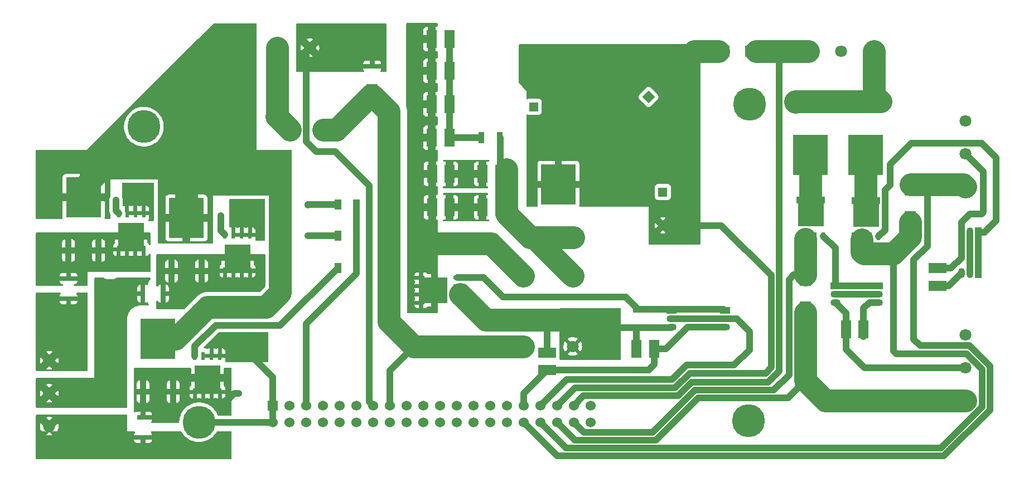
<source format=gbr>
%TF.GenerationSoftware,KiCad,Pcbnew,(6.0.10)*%
%TF.CreationDate,2023-12-09T12:58:45-08:00*%
%TF.ProjectId,windchargecontroller,77696e64-6368-4617-9267-65636f6e7472,rev?*%
%TF.SameCoordinates,Original*%
%TF.FileFunction,Copper,L1,Top*%
%TF.FilePolarity,Positive*%
%FSLAX46Y46*%
G04 Gerber Fmt 4.6, Leading zero omitted, Abs format (unit mm)*
G04 Created by KiCad (PCBNEW (6.0.10)) date 2023-12-09 12:58:45*
%MOMM*%
%LPD*%
G01*
G04 APERTURE LIST*
G04 Aperture macros list*
%AMRotRect*
0 Rectangle, with rotation*
0 The origin of the aperture is its center*
0 $1 length*
0 $2 width*
0 $3 Rotation angle, in degrees counterclockwise*
0 Add horizontal line*
21,1,$1,$2,0,0,$3*%
G04 Aperture macros list end*
%TA.AperFunction,ComponentPad*%
%ADD10R,1.422400X1.422400*%
%TD*%
%TA.AperFunction,ComponentPad*%
%ADD11C,1.422400*%
%TD*%
%TA.AperFunction,SMDPad,CuDef*%
%ADD12R,1.530000X2.720000*%
%TD*%
%TA.AperFunction,ComponentPad*%
%ADD13R,1.050000X1.500000*%
%TD*%
%TA.AperFunction,ComponentPad*%
%ADD14O,1.050000X1.500000*%
%TD*%
%TA.AperFunction,SMDPad,CuDef*%
%ADD15R,1.105598X1.599997*%
%TD*%
%TA.AperFunction,SMDPad,CuDef*%
%ADD16R,0.914400X2.413000*%
%TD*%
%TA.AperFunction,SMDPad,CuDef*%
%ADD17R,5.359400X6.070600*%
%TD*%
%TA.AperFunction,ComponentPad*%
%ADD18C,1.803400*%
%TD*%
%TA.AperFunction,ComponentPad*%
%ADD19R,1.500000X1.050000*%
%TD*%
%TA.AperFunction,ComponentPad*%
%ADD20O,1.500000X1.050000*%
%TD*%
%TA.AperFunction,SMDPad,CuDef*%
%ADD21R,2.720000X1.530000*%
%TD*%
%TA.AperFunction,SMDPad,CuDef*%
%ADD22R,0.610000X1.270000*%
%TD*%
%TA.AperFunction,SMDPad,CuDef*%
%ADD23R,3.910000X3.810000*%
%TD*%
%TA.AperFunction,SMDPad,CuDef*%
%ADD24R,0.610000X1.020000*%
%TD*%
%TA.AperFunction,SMDPad,CuDef*%
%ADD25R,0.703200X1.700000*%
%TD*%
%TA.AperFunction,SMDPad,CuDef*%
%ADD26R,1.700000X0.703200*%
%TD*%
%TA.AperFunction,ComponentPad*%
%ADD27RotRect,1.422400X1.422400X45.000000*%
%TD*%
%TA.AperFunction,ComponentPad*%
%ADD28R,1.530000X1.530000*%
%TD*%
%TA.AperFunction,ComponentPad*%
%ADD29C,1.530000*%
%TD*%
%TA.AperFunction,SMDPad,CuDef*%
%ADD30R,1.599997X1.105598*%
%TD*%
%TA.AperFunction,SMDPad,CuDef*%
%ADD31R,1.270000X0.610000*%
%TD*%
%TA.AperFunction,SMDPad,CuDef*%
%ADD32R,3.810000X3.910000*%
%TD*%
%TA.AperFunction,SMDPad,CuDef*%
%ADD33R,1.020000X0.610000*%
%TD*%
%TA.AperFunction,ComponentPad*%
%ADD34R,1.803400X1.803400*%
%TD*%
%TA.AperFunction,SMDPad,CuDef*%
%ADD35R,0.853200X1.750000*%
%TD*%
%TA.AperFunction,ViaPad*%
%ADD36C,0.800000*%
%TD*%
%TA.AperFunction,ViaPad*%
%ADD37C,5.000000*%
%TD*%
%TA.AperFunction,ViaPad*%
%ADD38C,3.500000*%
%TD*%
%TA.AperFunction,Conductor*%
%ADD39C,1.000000*%
%TD*%
%TA.AperFunction,Conductor*%
%ADD40C,3.500000*%
%TD*%
G04 APERTURE END LIST*
D10*
%TO.P,C15,1*%
%TO.N,GND*%
X153670000Y-48082200D03*
D11*
%TO.P,C15,2*%
%TO.N,Shunt3*%
X153670000Y-43002200D03*
%TD*%
D12*
%TO.P,C9,1*%
%TO.N,/FL1_con*%
X138186400Y-52777200D03*
%TO.P,C9,2*%
%TO.N,/R9_con*%
X140868400Y-52777200D03*
%TD*%
D13*
%TO.P,Q10,1,E*%
%TO.N,/Q12_drive*%
X221132400Y-67153200D03*
D14*
%TO.P,Q10,2,B*%
%TO.N,PowerSW2*%
X219862400Y-67153200D03*
%TO.P,Q10,3,C*%
%TO.N,GND*%
X218592400Y-67153200D03*
%TD*%
D10*
%TO.P,C2,1*%
%TO.N,GND*%
X116713000Y-51562000D03*
D11*
%TO.P,C2,2*%
%TO.N,Shunt2*%
X121793000Y-51562000D03*
%TD*%
D12*
%TO.P,C8,1*%
%TO.N,/FL1_con*%
X138186400Y-47697200D03*
%TO.P,C8,2*%
%TO.N,/R9_con*%
X140868400Y-47697200D03*
%TD*%
D15*
%TO.P,R6,1*%
%TO.N,Brake_sig*%
X126725992Y-62940996D03*
%TO.P,R6,2*%
%TO.N,/R6_con*%
X123920396Y-62940996D03*
%TD*%
D16*
%TO.P,D4,1,ANODE*%
%TO.N,/D4_con*%
X155143200Y-67894200D03*
D17*
%TO.P,D4,2,BASE_CATHODE*%
%TO.N,Shunt3*%
X157429200Y-59842400D03*
D16*
%TO.P,D4,3,ANODE*%
%TO.N,/D4_con*%
X159715200Y-67894200D03*
%TD*%
%TO.P,D1,1,ANODE*%
%TO.N,PhaseA+*%
X94361000Y-91372300D03*
D17*
%TO.P,D1,2,BASE_CATHODE*%
%TO.N,/DC+*%
X96647000Y-83320500D03*
D16*
%TO.P,D1,3,ANODE*%
%TO.N,PhaseA+*%
X98933000Y-91372300D03*
%TD*%
D12*
%TO.P,C5,1*%
%TO.N,/FL1_con*%
X138237200Y-63347600D03*
%TO.P,C5,2*%
%TO.N,Net-(C11-Pad1)*%
X140919200Y-63347600D03*
%TD*%
D18*
%TO.P,J4,1,1*%
%TO.N,GND*%
X219201999Y-50206899D03*
%TO.P,J4,2,2*%
X219201999Y-55206899D03*
%TO.P,J4,3,3*%
%TO.N,Power2Out*%
X219201999Y-60206899D03*
%TD*%
D12*
%TO.P,C12,1*%
%TO.N,Vdrive*%
X203757200Y-81888000D03*
%TO.P,C12,2*%
%TO.N,GND*%
X201075200Y-81888000D03*
%TD*%
D16*
%TO.P,D5,1,ANODE*%
%TO.N,/Loadswitch*%
X197967600Y-47332900D03*
D17*
%TO.P,D5,2,BASE_CATHODE*%
%TO.N,/Q11_con*%
X195681600Y-55384700D03*
D16*
%TO.P,D5,3,ANODE*%
%TO.N,/Loadswitch*%
X193395600Y-47332900D03*
%TD*%
D19*
%TO.P,Q4,1,E*%
%TO.N,/Q6_drive*%
X182727600Y-79044800D03*
D20*
%TO.P,Q4,2,B*%
%TO.N,PWM_sig*%
X182727600Y-80314800D03*
%TO.P,Q4,3,C*%
%TO.N,Vdrive*%
X182727600Y-81584800D03*
%TD*%
D21*
%TO.P,C13,1*%
%TO.N,Vdrive*%
X214985600Y-75285600D03*
%TO.P,C13,2*%
%TO.N,GND*%
X214985600Y-72603600D03*
%TD*%
D19*
%TO.P,Q7,1,E*%
%TO.N,/Q11_drive*%
X205901200Y-75298613D03*
D20*
%TO.P,Q7,2,B*%
%TO.N,PowerSW1*%
X205901200Y-76568613D03*
%TO.P,Q7,3,C*%
%TO.N,Vdrive*%
X205901200Y-77838613D03*
%TD*%
D22*
%TO.P,Q1,1,S*%
%TO.N,GND*%
X106045000Y-85921000D03*
%TO.P,Q1,2,S*%
X104775000Y-85921000D03*
%TO.P,Q1,3,S*%
X103505000Y-85921000D03*
%TO.P,Q1,4,G*%
%TO.N,/R4_con*%
X102235000Y-85921000D03*
D23*
%TO.P,Q1,5,D*%
%TO.N,PhaseA+*%
X104140000Y-89281000D03*
D24*
X104775000Y-91386000D03*
X102235000Y-91386000D03*
X103505000Y-91386000D03*
X106045000Y-91386000D03*
%TD*%
D18*
%TO.P,J5,1,1*%
%TO.N,Shunt1*%
X119719101Y-39115999D03*
%TO.P,J5,2,2*%
%TO.N,GND*%
X114719101Y-39115999D03*
%TO.P,J5,3,3*%
%TO.N,/DC+*%
X109719101Y-39115999D03*
%TD*%
D13*
%TO.P,Q9,1,E*%
%TO.N,/Q12_drive*%
X221132400Y-73355200D03*
D14*
%TO.P,Q9,2,B*%
%TO.N,PowerSW2*%
X219862400Y-73355200D03*
%TO.P,Q9,3,C*%
%TO.N,Vdrive*%
X218592400Y-73355200D03*
%TD*%
D25*
%TO.P,R10,1*%
%TO.N,Shunt3*%
X183029800Y-39624000D03*
%TO.P,R10,2*%
%TO.N,Shunt4*%
X186083000Y-39624000D03*
%TD*%
D12*
%TO.P,C7,1*%
%TO.N,/FL1_con*%
X138186400Y-42617200D03*
%TO.P,C7,2*%
%TO.N,/R9_con*%
X140868400Y-42617200D03*
%TD*%
%TO.P,C10,1*%
%TO.N,Net-(C10-Pad1)*%
X145877400Y-58267600D03*
%TO.P,C10,2*%
%TO.N,/D4_con*%
X148559400Y-58267600D03*
%TD*%
D19*
%TO.P,Q5,1,E*%
%TO.N,/Q6_drive*%
X174599600Y-79044800D03*
D20*
%TO.P,Q5,2,B*%
%TO.N,PWM_sig*%
X174599600Y-80314800D03*
%TO.P,Q5,3,C*%
%TO.N,GND*%
X174599600Y-81584800D03*
%TD*%
D19*
%TO.P,Q8,1,E*%
%TO.N,/Q11_drive*%
X199445200Y-75284000D03*
D20*
%TO.P,Q8,2,B*%
%TO.N,PowerSW1*%
X199445200Y-76554000D03*
%TO.P,Q8,3,C*%
%TO.N,GND*%
X199445200Y-77824000D03*
%TD*%
D18*
%TO.P,J6,1,1*%
%TO.N,/Loadswitch*%
X205317101Y-39623999D03*
%TO.P,J6,2,2*%
%TO.N,GND*%
X200317101Y-39623999D03*
%TO.P,J6,3,3*%
%TO.N,Shunt4*%
X195317101Y-39623999D03*
%TD*%
D15*
%TO.P,R5,1*%
%TO.N,Brake_sig*%
X126725992Y-67653002D03*
%TO.P,R5,2*%
%TO.N,/R5_con*%
X123920396Y-67653002D03*
%TD*%
D22*
%TO.P,Q2,1,S*%
%TO.N,GND*%
X110617000Y-67531400D03*
%TO.P,Q2,2,S*%
X109347000Y-67531400D03*
%TO.P,Q2,3,S*%
X108077000Y-67531400D03*
%TO.P,Q2,4,G*%
%TO.N,/R5_con*%
X106807000Y-67531400D03*
D24*
%TO.P,Q2,5,D*%
%TO.N,PhaseB+*%
X106807000Y-72996400D03*
X108077000Y-72996400D03*
X110617000Y-72996400D03*
X109347000Y-72996400D03*
D23*
X108712000Y-70891400D03*
%TD*%
D15*
%TO.P,R4,1*%
%TO.N,Brake_sig*%
X126725992Y-72557957D03*
%TO.P,R4,2*%
%TO.N,/R4_con*%
X123920396Y-72557957D03*
%TD*%
D16*
%TO.P,D6,1,ANODE*%
%TO.N,/Loadswitch*%
X206349600Y-47307500D03*
D17*
%TO.P,D6,2,BASE_CATHODE*%
%TO.N,/Q12_con*%
X204063600Y-55359300D03*
D16*
%TO.P,D6,3,ANODE*%
%TO.N,/Loadswitch*%
X201777600Y-47307500D03*
%TD*%
D18*
%TO.P,J1,1,1*%
%TO.N,PhaseA-*%
X80137001Y-96605101D03*
%TO.P,J1,2,2*%
%TO.N,PhaseB-*%
X80137001Y-91605101D03*
%TO.P,J1,3,3*%
%TO.N,PhaseC-*%
X80137001Y-86605101D03*
%TD*%
D10*
%TO.P,C14,1*%
%TO.N,GND*%
X173278800Y-61036200D03*
D11*
%TO.P,C14,2*%
%TO.N,Shunt3*%
X173278800Y-66116200D03*
%TD*%
D26*
%TO.P,R7,1*%
%TO.N,Shunt1*%
X129159000Y-41907400D03*
%TO.P,R7,2*%
%TO.N,Shunt2*%
X129159000Y-44960600D03*
%TD*%
D27*
%TO.P,C16,1*%
%TO.N,GND*%
X171094400Y-46583600D03*
D11*
%TO.P,C16,2*%
%TO.N,Shunt3*%
X174686502Y-42991498D03*
%TD*%
D25*
%TO.P,R2,1*%
%TO.N,PhaseB-*%
X94355800Y-76454000D03*
%TO.P,R2,2*%
%TO.N,PhaseB+*%
X97409000Y-76454000D03*
%TD*%
D18*
%TO.P,J3,1,1*%
%TO.N,GND*%
X219201999Y-82718899D03*
%TO.P,J3,2,2*%
X219201999Y-87718899D03*
%TO.P,J3,3,3*%
%TO.N,Power1Out*%
X219201999Y-92718899D03*
%TD*%
D28*
%TO.P,J2,01,01*%
%TO.N,GND*%
X114046000Y-93472000D03*
D29*
%TO.P,J2,02,02*%
X114046000Y-96012000D03*
%TO.P,J2,03,03*%
%TO.N,unconnected-(J2-Pad03)*%
X116586000Y-93472000D03*
%TO.P,J2,04,04*%
%TO.N,PhaseC-*%
X116586000Y-96012000D03*
%TO.P,J2,05,05*%
%TO.N,Brake_sig*%
X119126000Y-93472000D03*
%TO.P,J2,06,06*%
%TO.N,PhaseB-*%
X119126000Y-96012000D03*
%TO.P,J2,07,07*%
%TO.N,PhaseA+*%
X121666000Y-93472000D03*
%TO.P,J2,08,08*%
%TO.N,PhaseA-*%
X121666000Y-96012000D03*
%TO.P,J2,09,09*%
%TO.N,PhaseC+*%
X124206000Y-93472000D03*
%TO.P,J2,10,10*%
%TO.N,unconnected-(J2-Pad10)*%
X124206000Y-96012000D03*
%TO.P,J2,11,11*%
%TO.N,PhaseB+*%
X126746000Y-93472000D03*
%TO.P,J2,12,12*%
%TO.N,unconnected-(J2-Pad12)*%
X126746000Y-96012000D03*
%TO.P,J2,13,13*%
%TO.N,Shunt1*%
X129286000Y-93472000D03*
%TO.P,J2,14,14*%
%TO.N,unconnected-(J2-Pad14)*%
X129286000Y-96012000D03*
%TO.P,J2,15,15*%
%TO.N,Shunt2*%
X131826000Y-93472000D03*
%TO.P,J2,16,16*%
%TO.N,unconnected-(J2-Pad16)*%
X131826000Y-96012000D03*
%TO.P,J2,17,17*%
%TO.N,unconnected-(J2-Pad17)*%
X134366000Y-93472000D03*
%TO.P,J2,18,18*%
%TO.N,unconnected-(J2-Pad18)*%
X134366000Y-96012000D03*
%TO.P,J2,19,19*%
%TO.N,unconnected-(J2-Pad19)*%
X136906000Y-93472000D03*
%TO.P,J2,20,20*%
%TO.N,unconnected-(J2-Pad20)*%
X136906000Y-96012000D03*
%TO.P,J2,21,21*%
%TO.N,unconnected-(J2-Pad21)*%
X139446000Y-93472000D03*
%TO.P,J2,22,22*%
%TO.N,unconnected-(J2-Pad22)*%
X139446000Y-96012000D03*
%TO.P,J2,23,23*%
%TO.N,unconnected-(J2-Pad23)*%
X141986000Y-93472000D03*
%TO.P,J2,24,24*%
%TO.N,unconnected-(J2-Pad24)*%
X141986000Y-96012000D03*
%TO.P,J2,25,25*%
%TO.N,unconnected-(J2-Pad25)*%
X144526000Y-93472000D03*
%TO.P,J2,26,26*%
%TO.N,unconnected-(J2-Pad26)*%
X144526000Y-96012000D03*
%TO.P,J2,27,27*%
%TO.N,unconnected-(J2-Pad27)*%
X147066000Y-93472000D03*
%TO.P,J2,28,28*%
%TO.N,PowerSW2*%
X147066000Y-96012000D03*
%TO.P,J2,29,29*%
%TO.N,unconnected-(J2-Pad29)*%
X149606000Y-93472000D03*
%TO.P,J2,30,30*%
%TO.N,PowerSW1*%
X149606000Y-96012000D03*
%TO.P,J2,31,31*%
%TO.N,Vdrive*%
X152146000Y-93472000D03*
%TO.P,J2,32,32*%
%TO.N,Power2Out*%
X152146000Y-96012000D03*
%TO.P,J2,33,33*%
%TO.N,PWM_sig*%
X154686000Y-93472000D03*
%TO.P,J2,34,34*%
%TO.N,Shunt7*%
X154686000Y-96012000D03*
%TO.P,J2,35,35*%
%TO.N,Shunt3*%
X157226000Y-93472000D03*
%TO.P,J2,36,36*%
%TO.N,Power1Out*%
X157226000Y-96012000D03*
%TO.P,J2,37,37*%
%TO.N,Shunt4*%
X159766000Y-93472000D03*
%TO.P,J2,38,38*%
%TO.N,Shunt5*%
X159766000Y-96012000D03*
%TO.P,J2,39,39*%
%TO.N,GND*%
X162306000Y-93472000D03*
%TO.P,J2,40,40*%
X162306000Y-96012000D03*
%TD*%
D26*
%TO.P,R1,1*%
%TO.N,PhaseA-*%
X94361000Y-98300600D03*
%TO.P,R1,2*%
%TO.N,PhaseA+*%
X94361000Y-95247400D03*
%TD*%
%TO.P,R11,1*%
%TO.N,Shunt5*%
X194919600Y-74927400D03*
%TO.P,R11,2*%
%TO.N,Power1Out*%
X194919600Y-77980600D03*
%TD*%
D22*
%TO.P,Q3,1,S*%
%TO.N,GND*%
X94488000Y-64267500D03*
%TO.P,Q3,2,S*%
X93218000Y-64267500D03*
%TO.P,Q3,3,S*%
X91948000Y-64267500D03*
%TO.P,Q3,4,G*%
%TO.N,/R6_con*%
X90678000Y-64267500D03*
D24*
%TO.P,Q3,5,D*%
%TO.N,PhaseC+*%
X94488000Y-69732500D03*
X90678000Y-69732500D03*
X91948000Y-69732500D03*
X93218000Y-69732500D03*
D23*
X92583000Y-67627500D03*
%TD*%
D16*
%TO.P,D3,1,ANODE*%
%TO.N,PhaseC+*%
X83058000Y-69900800D03*
D17*
%TO.P,D3,2,BASE_CATHODE*%
%TO.N,/DC+*%
X85344000Y-61849000D03*
D16*
%TO.P,D3,3,ANODE*%
%TO.N,PhaseC+*%
X87630000Y-69900800D03*
%TD*%
D26*
%TO.P,R3,1*%
%TO.N,PhaseC-*%
X83058000Y-77218600D03*
%TO.P,R3,2*%
%TO.N,PhaseC+*%
X83058000Y-74165400D03*
%TD*%
D12*
%TO.P,C4,1*%
%TO.N,/FL1_con*%
X138237200Y-58267600D03*
%TO.P,C4,2*%
%TO.N,Net-(C10-Pad1)*%
X140919200Y-58267600D03*
%TD*%
D30*
%TO.P,R8,1*%
%TO.N,/Q6_drive*%
X169473200Y-78810402D03*
%TO.P,R8,2*%
%TO.N,GND*%
X169473200Y-81615998D03*
%TD*%
D21*
%TO.P,C1,1*%
%TO.N,GND*%
X155702000Y-85425400D03*
%TO.P,C1,2*%
%TO.N,Vdrive*%
X155702000Y-88107400D03*
%TD*%
D12*
%TO.P,C3,1*%
%TO.N,Vdrive*%
X171978200Y-84886800D03*
%TO.P,C3,2*%
%TO.N,GND*%
X169296200Y-84886800D03*
%TD*%
D31*
%TO.P,Q6,1,S*%
%TO.N,GND*%
X142044000Y-77851000D03*
%TO.P,Q6,2,S*%
X142044000Y-76581000D03*
%TO.P,Q6,3,S*%
X142044000Y-75311000D03*
%TO.P,Q6,4,G*%
%TO.N,/Q6_drive*%
X142044000Y-74041000D03*
D32*
%TO.P,Q6,5,D*%
%TO.N,/FL1_con*%
X138684000Y-75946000D03*
D33*
X136579000Y-74041000D03*
X136579000Y-75311000D03*
X136579000Y-76581000D03*
X136579000Y-77851000D03*
%TD*%
D16*
%TO.P,D2,1,ANODE*%
%TO.N,PhaseB+*%
X98679000Y-73037700D03*
D17*
%TO.P,D2,2,BASE_CATHODE*%
%TO.N,/DC+*%
X100965000Y-64985900D03*
D16*
%TO.P,D2,3,ANODE*%
%TO.N,PhaseB+*%
X103251000Y-73037700D03*
%TD*%
D34*
%TO.P,FL1,1,1*%
%TO.N,Shunt2*%
X152104400Y-84496401D03*
D18*
%TO.P,FL1,2,2*%
%TO.N,GND*%
X159604400Y-84496401D03*
%TO.P,FL1,3,3*%
%TO.N,/D4_con*%
X159604400Y-73796400D03*
%TO.P,FL1,4,4*%
%TO.N,/FL1_con*%
X152104400Y-73796400D03*
%TD*%
D12*
%TO.P,C11,1*%
%TO.N,Net-(C11-Pad1)*%
X145877400Y-63347600D03*
%TO.P,C11,2*%
%TO.N,/D4_con*%
X148559400Y-63347600D03*
%TD*%
%TO.P,C6,1*%
%TO.N,/FL1_con*%
X138186400Y-37795200D03*
%TO.P,C6,2*%
%TO.N,/R9_con*%
X140868400Y-37795200D03*
%TD*%
D22*
%TO.P,Q11,1,S*%
%TO.N,Shunt5*%
X193827400Y-67723600D03*
%TO.P,Q11,2,S*%
X195097400Y-67723600D03*
%TO.P,Q11,3,S*%
X196367400Y-67723600D03*
%TO.P,Q11,4,G*%
%TO.N,/Q11_drive*%
X197637400Y-67723600D03*
D24*
%TO.P,Q11,5,D*%
%TO.N,/Q11_con*%
X196367400Y-62258600D03*
X195097400Y-62258600D03*
X197637400Y-62258600D03*
X193827400Y-62258600D03*
D23*
X195732400Y-64363600D03*
%TD*%
D22*
%TO.P,Q12,1,S*%
%TO.N,Shunt7*%
X202209400Y-67795600D03*
%TO.P,Q12,2,S*%
X203479400Y-67795600D03*
%TO.P,Q12,3,S*%
X204749400Y-67795600D03*
%TO.P,Q12,4,G*%
%TO.N,/Q12_drive*%
X206019400Y-67795600D03*
D24*
%TO.P,Q12,5,D*%
%TO.N,/Q12_con*%
X204749400Y-62330600D03*
X206019400Y-62330600D03*
D23*
X204114400Y-64435600D03*
D24*
X203479400Y-62330600D03*
X202209400Y-62330600D03*
%TD*%
D26*
%TO.P,R12,1*%
%TO.N,Shunt7*%
X210820000Y-64264600D03*
%TO.P,R12,2*%
%TO.N,Power2Out*%
X210820000Y-61211400D03*
%TD*%
D35*
%TO.P,R9,1*%
%TO.N,/D4_con*%
X148543400Y-52781200D03*
%TO.P,R9,2*%
%TO.N,/R9_con*%
X145690200Y-52781200D03*
%TD*%
D36*
%TO.N,PhaseA+*%
X108915200Y-91643200D03*
%TO.N,PhaseC+*%
X89357200Y-71882000D03*
%TO.N,PhaseB+*%
X105105200Y-74777600D03*
D37*
%TO.N,GND*%
X186283600Y-95808800D03*
D38*
X110236000Y-64008000D03*
X93218000Y-61366400D03*
D37*
X94488000Y-51104800D03*
D38*
X109474000Y-84582000D03*
D37*
X186436000Y-47650400D03*
D38*
X164693600Y-84480400D03*
D37*
X102870000Y-96012000D03*
D36*
%TO.N,/R5_con*%
X106172000Y-64643000D03*
X119400779Y-67667897D03*
%TO.N,/R6_con*%
X119380000Y-62971710D03*
X90271600Y-62280800D03*
%TD*%
D39*
%TO.N,Vdrive*%
X171978200Y-87254200D02*
X171978200Y-84886800D01*
X171125000Y-88107400D02*
X171978200Y-87254200D01*
X155702000Y-88107400D02*
X171125000Y-88107400D01*
%TO.N,GND*%
X155702000Y-80772000D02*
X155346400Y-80416400D01*
X155702000Y-85425400D02*
X155702000Y-80772000D01*
D40*
X155346400Y-80416400D02*
X146374400Y-80416400D01*
X160629600Y-80416400D02*
X155346400Y-80416400D01*
D39*
%TO.N,Vdrive*%
X152146000Y-91663400D02*
X155702000Y-88107400D01*
X152146000Y-93472000D02*
X152146000Y-91663400D01*
%TO.N,GND*%
X102870000Y-96012000D02*
X114046000Y-96012000D01*
%TO.N,PhaseA+*%
X108254800Y-91643200D02*
X106730800Y-93167200D01*
X108915200Y-91643200D02*
X108254800Y-91643200D01*
%TO.N,PowerSW2*%
X219862400Y-67153200D02*
X219862400Y-73355200D01*
%TO.N,Shunt1*%
X119163000Y-39672100D02*
X119719101Y-39115999D01*
X119163000Y-53377000D02*
X119163000Y-39672100D01*
X123545600Y-54864000D02*
X120650000Y-54864000D01*
X128727200Y-60045600D02*
X123545600Y-54864000D01*
X128727200Y-92913200D02*
X128727200Y-60045600D01*
X120650000Y-54864000D02*
X119163000Y-53377000D01*
X129286000Y-93472000D02*
X128727200Y-92913200D01*
%TO.N,PWM_sig*%
X186436000Y-82245200D02*
X184505600Y-80314800D01*
X184099200Y-87344400D02*
X186436000Y-85007600D01*
X176855232Y-87344400D02*
X184099200Y-87344400D01*
X174690032Y-89509600D02*
X176855232Y-87344400D01*
X186436000Y-85007600D02*
X186436000Y-82245200D01*
X184505600Y-80314800D02*
X182727600Y-80314800D01*
X154686000Y-93472000D02*
X158648400Y-89509600D01*
X158648400Y-89509600D02*
X174690032Y-89509600D01*
%TO.N,Vdrive*%
X173786800Y-84886800D02*
X171978200Y-84886800D01*
X182727600Y-81584800D02*
X177088800Y-81584800D01*
X177088800Y-81584800D02*
X173786800Y-84886800D01*
%TO.N,GND*%
X169296200Y-81792998D02*
X169473200Y-81615998D01*
X169296200Y-84886800D02*
X169296200Y-81792998D01*
%TO.N,Shunt3*%
X182151000Y-66116200D02*
X173278800Y-66116200D01*
X189745600Y-73710800D02*
X182151000Y-66116200D01*
X189745600Y-87673200D02*
X189745600Y-73710800D01*
X188874400Y-88544400D02*
X189745600Y-87673200D01*
X177352288Y-88544400D02*
X188874400Y-88544400D01*
X175117088Y-90779600D02*
X177352288Y-88544400D01*
X159918400Y-90779600D02*
X175117088Y-90779600D01*
X157226000Y-93472000D02*
X159918400Y-90779600D01*
%TO.N,Shunt4*%
X161231000Y-92007000D02*
X159766000Y-93472000D01*
X189280800Y-89935200D02*
X177658544Y-89935200D01*
X190945600Y-88270400D02*
X189280800Y-89935200D01*
X177658544Y-89935200D02*
X175586744Y-92007000D01*
X190945600Y-39663200D02*
X190945600Y-88270400D01*
X190906400Y-39624000D02*
X190945600Y-39663200D01*
X175586744Y-92007000D02*
X161231000Y-92007000D01*
D40*
X190906400Y-39624000D02*
X187430601Y-39624000D01*
X195317101Y-39623999D02*
X190906400Y-39624000D01*
D39*
%TO.N,Shunt2*%
X131826000Y-88119202D02*
X135448801Y-84496401D01*
X131826000Y-93472000D02*
X131826000Y-88119202D01*
%TO.N,PowerSW1*%
X199445200Y-76554000D02*
X205886587Y-76554000D01*
X205886587Y-76554000D02*
X205901200Y-76568613D01*
%TO.N,Power2Out*%
X213432199Y-69269801D02*
X213432199Y-59863799D01*
X211378800Y-71323200D02*
X213432199Y-69269801D01*
X211378800Y-83413600D02*
X211378800Y-71323200D01*
X219824102Y-84378800D02*
X212344000Y-84378800D01*
X215946777Y-101136000D02*
X222942000Y-94140777D01*
X157270000Y-101136000D02*
X215946777Y-101136000D01*
X222942000Y-94140777D02*
X222942000Y-87496698D01*
X212344000Y-84378800D02*
X211378800Y-83413600D01*
X152146000Y-96012000D02*
X157270000Y-101136000D01*
X222942000Y-87496698D02*
X219824102Y-84378800D01*
%TO.N,Shunt7*%
X208274400Y-85186000D02*
X208274400Y-70380600D01*
X208737200Y-85648800D02*
X208274400Y-85186000D01*
X219397046Y-85648800D02*
X208737200Y-85648800D01*
X221742000Y-87993754D02*
X219397046Y-85648800D01*
X221742000Y-93643721D02*
X221742000Y-87993754D01*
X215449721Y-99936000D02*
X221742000Y-93643721D01*
X158610000Y-99936000D02*
X215449721Y-99936000D01*
X154686000Y-96012000D02*
X158610000Y-99936000D01*
%TO.N,Power1Out*%
X192297200Y-92335200D02*
X194919600Y-89712800D01*
X178652656Y-92335200D02*
X192297200Y-92335200D01*
X159950000Y-98736000D02*
X172251856Y-98736000D01*
X172251856Y-98736000D02*
X178652656Y-92335200D01*
X157226000Y-96012000D02*
X159950000Y-98736000D01*
%TO.N,Shunt5*%
X193171001Y-73579799D02*
X194919600Y-73579799D01*
X192430400Y-74320400D02*
X193171001Y-73579799D01*
X190093600Y-91135200D02*
X192430400Y-88798400D01*
X178155600Y-91135200D02*
X190093600Y-91135200D01*
X171754800Y-97536000D02*
X178155600Y-91135200D01*
X161290000Y-97536000D02*
X171754800Y-97536000D01*
X159766000Y-96012000D02*
X161290000Y-97536000D01*
X192430400Y-88798400D02*
X192430400Y-74320400D01*
%TO.N,GND*%
X114046000Y-96012000D02*
X114046000Y-89154000D01*
X201075200Y-81888000D02*
X201075200Y-79454000D01*
X219862400Y-64363600D02*
X221691200Y-64363600D01*
D40*
X114719101Y-39115999D02*
X114719101Y-49568101D01*
X164677599Y-84496401D02*
X164693600Y-84480400D01*
D39*
X165881602Y-81615998D02*
X164693600Y-82804000D01*
X174568402Y-81615998D02*
X174599600Y-81584800D01*
X221945200Y-57950100D02*
X219201999Y-55206899D01*
X218592400Y-67153200D02*
X218592400Y-71018400D01*
D40*
X146374400Y-80416400D02*
X142539000Y-76581000D01*
D39*
X169473200Y-81615998D02*
X174568402Y-81615998D01*
X203847699Y-87718899D02*
X219201999Y-87718899D01*
X169473200Y-81615998D02*
X165881602Y-81615998D01*
X221945200Y-64109600D02*
X221945200Y-57950100D01*
X114046000Y-89154000D02*
X109474000Y-84582000D01*
X201075200Y-79454000D02*
X199445200Y-77824000D01*
X164693600Y-82804000D02*
X164693600Y-84480400D01*
X218592400Y-71018400D02*
X217007200Y-72603600D01*
D40*
X114719101Y-49568101D02*
X116713000Y-51562000D01*
D39*
X221691200Y-64363600D02*
X221945200Y-64109600D01*
D40*
X114681000Y-49530000D02*
X114719101Y-49568101D01*
D39*
X174528600Y-81655800D02*
X174599600Y-81584800D01*
D40*
X164693600Y-84480400D02*
X160629600Y-80416400D01*
D39*
X218592400Y-65633600D02*
X219862400Y-64363600D01*
X201075200Y-81888000D02*
X201075200Y-84946400D01*
X217007200Y-72603600D02*
X214985600Y-72603600D01*
X218592400Y-67153200D02*
X218592400Y-65633600D01*
X201075200Y-84946400D02*
X203847699Y-87718899D01*
%TO.N,Vdrive*%
X204607787Y-77838613D02*
X205901200Y-77838613D01*
X203758800Y-81889600D02*
X203757200Y-81888000D01*
X203757200Y-81888000D02*
X203757200Y-78689200D01*
X203757200Y-81888000D02*
X203757200Y-82954800D01*
X203757200Y-78689200D02*
X204607787Y-77838613D01*
X218592400Y-73355200D02*
X216662000Y-75285600D01*
X216662000Y-75285600D02*
X214985600Y-75285600D01*
D40*
%TO.N,Shunt2*%
X135448801Y-84496401D02*
X131673600Y-80721200D01*
X121793000Y-51562000D02*
X123676601Y-51562000D01*
X123676601Y-51562000D02*
X128930400Y-46308201D01*
X131673600Y-80721200D02*
X131673600Y-48822801D01*
X131673600Y-48822801D02*
X129159000Y-46308201D01*
X152104400Y-84496401D02*
X135448801Y-84496401D01*
%TO.N,Shunt3*%
X153670000Y-43002200D02*
X174675800Y-43002200D01*
X178054000Y-39624000D02*
X174686502Y-42991498D01*
X174675800Y-43002200D02*
X174686502Y-42991498D01*
X181682199Y-39624000D02*
X178054000Y-39624000D01*
D39*
%TO.N,Brake_sig*%
X126725992Y-72557957D02*
X126725992Y-73426008D01*
X119126000Y-93472000D02*
X119126000Y-81026000D01*
X126725992Y-62940996D02*
X126725992Y-72557957D01*
X126725992Y-73426008D02*
X119126000Y-81026000D01*
%TO.N,PWM_sig*%
X182727600Y-80314800D02*
X174599600Y-80314800D01*
D40*
%TO.N,Shunt5*%
X194919600Y-68218600D02*
X194919600Y-73579799D01*
%TO.N,Power1Out*%
X219201999Y-92718899D02*
X197925699Y-92718899D01*
X194919600Y-89712800D02*
X194919600Y-79328201D01*
X197925699Y-92718899D02*
X194919600Y-89712800D01*
%TO.N,Shunt7*%
X203764400Y-70380600D02*
X208274400Y-70380600D01*
X203479400Y-70095600D02*
X203764400Y-70380600D01*
X203479400Y-68290600D02*
X203479400Y-70095600D01*
X208274400Y-70380600D02*
X210820000Y-67835000D01*
X210820000Y-67835000D02*
X210820000Y-65612201D01*
%TO.N,Power2Out*%
X213432199Y-59863799D02*
X210894326Y-59863799D01*
X218858899Y-59863799D02*
X213432199Y-59863799D01*
D39*
X213664800Y-60096400D02*
X213432199Y-59863799D01*
D40*
X219201999Y-60206899D02*
X218858899Y-59863799D01*
D39*
%TO.N,/R9_con*%
X140868400Y-37795200D02*
X140868400Y-52777200D01*
X140868400Y-52777200D02*
X145663600Y-52777200D01*
X145663600Y-52777200D02*
X145667600Y-52781200D01*
D40*
%TO.N,/D4_con*%
X154642000Y-68395400D02*
X155143200Y-67894200D01*
X149504400Y-64292600D02*
X149504400Y-57607200D01*
X155143200Y-67894200D02*
X159715200Y-67894200D01*
X153106000Y-67894200D02*
X149504400Y-64292600D01*
X155143200Y-67894200D02*
X153106000Y-67894200D01*
X154642000Y-68834000D02*
X154642000Y-68395400D01*
X159604400Y-73796400D02*
X154642000Y-68834000D01*
D39*
X148559400Y-58267600D02*
X148566000Y-58261000D01*
X148566000Y-58261000D02*
X148566000Y-52781200D01*
D40*
%TO.N,/DC+*%
X88646000Y-57023000D02*
X100965000Y-57023000D01*
X85344000Y-61849000D02*
X85344000Y-60325000D01*
X100965000Y-57023000D02*
X100965000Y-64985900D01*
X113030000Y-78486000D02*
X115189000Y-76327000D01*
X99305500Y-83320500D02*
X104140000Y-78486000D01*
X104140000Y-78486000D02*
X113030000Y-78486000D01*
X115189000Y-76327000D02*
X115189000Y-60706000D01*
X85344000Y-60325000D02*
X88646000Y-57023000D01*
X96647000Y-83320500D02*
X99305500Y-83320500D01*
X100965000Y-47870100D02*
X109719101Y-39115999D01*
X100965000Y-59055000D02*
X100965000Y-47870100D01*
X115189000Y-60706000D02*
X111506000Y-57023000D01*
X100965000Y-64985900D02*
X100965000Y-59055000D01*
X111506000Y-57023000D02*
X100965000Y-57023000D01*
%TO.N,/Loadswitch*%
X205317101Y-39623999D02*
X205317101Y-46275001D01*
X205317101Y-46275001D02*
X206349600Y-47307500D01*
X193421000Y-47307500D02*
X193395600Y-47332900D01*
X206349600Y-47307500D02*
X193421000Y-47307500D01*
%TO.N,/Q11_con*%
X195681600Y-64312800D02*
X195732400Y-64363600D01*
X195681600Y-55384700D02*
X195681600Y-64312800D01*
%TO.N,/Q12_con*%
X204063600Y-55359300D02*
X204063600Y-64384800D01*
X204063600Y-64384800D02*
X204114400Y-64435600D01*
D39*
%TO.N,/R4_con*%
X115198353Y-81280000D02*
X123920396Y-72557957D01*
X102235000Y-84476250D02*
X105431250Y-81280000D01*
X102235000Y-85921000D02*
X102235000Y-84476250D01*
X105431250Y-81280000D02*
X115198353Y-81280000D01*
%TO.N,/R5_con*%
X119415674Y-67653002D02*
X119400779Y-67667897D01*
X123920396Y-67653002D02*
X119415674Y-67653002D01*
X106172000Y-66896400D02*
X106807000Y-67531400D01*
X106172000Y-64643000D02*
X106172000Y-66896400D01*
%TO.N,/R6_con*%
X90271600Y-62280800D02*
X90271600Y-63861100D01*
X90271600Y-63861100D02*
X90678000Y-64267500D01*
X123920396Y-62940996D02*
X119410714Y-62940996D01*
X119410714Y-62940996D02*
X119380000Y-62971710D01*
%TO.N,/Q6_drive*%
X142044000Y-74041000D02*
X146024600Y-74041000D01*
X167675598Y-77012800D02*
X169473200Y-78810402D01*
X148996400Y-77012800D02*
X167675598Y-77012800D01*
X169473200Y-78810402D02*
X182493202Y-78810402D01*
X182493202Y-78810402D02*
X182727600Y-79044800D01*
X146024600Y-74041000D02*
X148996400Y-77012800D01*
%TO.N,/Q11_drive*%
X199445200Y-75284000D02*
X205886587Y-75284000D01*
X199445200Y-69531400D02*
X199445200Y-75284000D01*
X197637400Y-67723600D02*
X199445200Y-69531400D01*
X205886587Y-75284000D02*
X205901200Y-75298613D01*
%TO.N,/Q12_drive*%
X221132400Y-67153200D02*
X221132400Y-73355200D01*
X207024400Y-66790600D02*
X207024400Y-60742400D01*
X223875600Y-55829200D02*
X223875600Y-65379600D01*
X210961201Y-53605199D02*
X221651599Y-53605199D01*
X207772000Y-59994800D02*
X207772000Y-56794400D01*
X207024400Y-60742400D02*
X207772000Y-59994800D01*
X206019400Y-67795600D02*
X207024400Y-66790600D01*
X222102000Y-67153200D02*
X221132400Y-67153200D01*
X207772000Y-56794400D02*
X210961201Y-53605199D01*
X223875600Y-65379600D02*
X222102000Y-67153200D01*
X221651599Y-53605199D02*
X223875600Y-55829200D01*
D40*
%TO.N,/FL1_con*%
X146913600Y-68884800D02*
X137363200Y-68884800D01*
D39*
X138451200Y-63561600D02*
X138237200Y-63347600D01*
D40*
X147192800Y-68884800D02*
X146913600Y-68884800D01*
X152104400Y-73796400D02*
X147192800Y-68884800D01*
%TD*%
%TA.AperFunction,Conductor*%
%TO.N,Shunt1*%
G36*
X131260121Y-35453002D02*
G01*
X131306614Y-35506658D01*
X131318000Y-35559000D01*
X131318000Y-42673000D01*
X131297998Y-42741121D01*
X131244342Y-42787614D01*
X131192000Y-42799000D01*
X130491068Y-42799000D01*
X130422947Y-42778998D01*
X130376454Y-42725342D01*
X130366350Y-42655068D01*
X130390242Y-42597435D01*
X130453786Y-42512648D01*
X130462324Y-42497054D01*
X130507478Y-42376606D01*
X130511105Y-42361351D01*
X130516631Y-42310486D01*
X130517000Y-42303672D01*
X130517000Y-42277115D01*
X130512525Y-42261876D01*
X130511135Y-42260671D01*
X130503452Y-42259000D01*
X127819116Y-42259000D01*
X127803877Y-42263475D01*
X127802672Y-42264865D01*
X127801001Y-42272548D01*
X127801001Y-42303669D01*
X127801371Y-42310490D01*
X127806895Y-42361352D01*
X127810521Y-42376604D01*
X127855676Y-42497054D01*
X127864214Y-42512648D01*
X127927758Y-42597435D01*
X127952606Y-42663941D01*
X127937553Y-42733324D01*
X127887379Y-42783554D01*
X127826932Y-42799000D01*
X117728000Y-42799000D01*
X117659879Y-42778998D01*
X117613386Y-42725342D01*
X117602000Y-42673000D01*
X117602000Y-41537685D01*
X127801000Y-41537685D01*
X127805475Y-41552924D01*
X127806865Y-41554129D01*
X127814548Y-41555800D01*
X128789285Y-41555800D01*
X128804524Y-41551325D01*
X128805729Y-41549935D01*
X128807400Y-41542252D01*
X128807400Y-41537685D01*
X129510600Y-41537685D01*
X129515075Y-41552924D01*
X129516465Y-41554129D01*
X129524148Y-41555800D01*
X130498884Y-41555800D01*
X130514123Y-41551325D01*
X130515328Y-41549935D01*
X130516999Y-41542252D01*
X130516999Y-41511131D01*
X130516629Y-41504310D01*
X130511105Y-41453448D01*
X130507479Y-41438196D01*
X130462324Y-41317746D01*
X130453786Y-41302151D01*
X130377285Y-41200076D01*
X130364724Y-41187515D01*
X130262649Y-41111014D01*
X130247054Y-41102476D01*
X130126606Y-41057322D01*
X130111351Y-41053695D01*
X130060486Y-41048169D01*
X130053672Y-41047800D01*
X129528715Y-41047800D01*
X129513476Y-41052275D01*
X129512271Y-41053665D01*
X129510600Y-41061348D01*
X129510600Y-41537685D01*
X128807400Y-41537685D01*
X128807400Y-41065916D01*
X128802925Y-41050677D01*
X128801535Y-41049472D01*
X128793852Y-41047801D01*
X128264331Y-41047801D01*
X128257510Y-41048171D01*
X128206648Y-41053695D01*
X128191396Y-41057321D01*
X128070946Y-41102476D01*
X128055351Y-41111014D01*
X127953276Y-41187515D01*
X127940715Y-41200076D01*
X127864214Y-41302151D01*
X127855676Y-41317746D01*
X127810522Y-41438194D01*
X127806895Y-41453449D01*
X127801369Y-41504314D01*
X127801000Y-41511128D01*
X127801000Y-41537685D01*
X117602000Y-41537685D01*
X117602000Y-40442099D01*
X119247149Y-40442099D01*
X119250024Y-40445940D01*
X119319628Y-40472519D01*
X119329526Y-40475395D01*
X119546553Y-40519549D01*
X119556782Y-40520768D01*
X119778104Y-40528885D01*
X119788390Y-40528418D01*
X120008068Y-40500276D01*
X120018154Y-40498133D01*
X120181225Y-40449209D01*
X120193043Y-40441515D01*
X120192653Y-40438906D01*
X120190734Y-40436160D01*
X119731913Y-39977339D01*
X119717969Y-39969725D01*
X119716136Y-39969856D01*
X119709521Y-39974107D01*
X119253909Y-40429719D01*
X119247149Y-40442099D01*
X117602000Y-40442099D01*
X117602000Y-39086595D01*
X118305289Y-39086595D01*
X118318038Y-39307695D01*
X118319474Y-39317916D01*
X118368161Y-39533954D01*
X118371245Y-39543795D01*
X118385087Y-39577883D01*
X118393859Y-39588926D01*
X118398894Y-39587678D01*
X118857761Y-39128811D01*
X118864139Y-39117131D01*
X120572827Y-39117131D01*
X120572958Y-39118964D01*
X120577209Y-39125579D01*
X121034083Y-39582453D01*
X121046463Y-39589213D01*
X121048667Y-39587563D01*
X121050087Y-39584759D01*
X121100184Y-39419868D01*
X121102361Y-39409798D01*
X121131506Y-39188421D01*
X121132025Y-39181746D01*
X121133550Y-39119363D01*
X121133356Y-39112645D01*
X121115062Y-38890120D01*
X121113379Y-38879958D01*
X121059426Y-38665160D01*
X121056104Y-38655401D01*
X121054880Y-38652586D01*
X121045841Y-38641761D01*
X121040368Y-38643260D01*
X120580441Y-39103187D01*
X120572827Y-39117131D01*
X118864139Y-39117131D01*
X118865375Y-39114867D01*
X118865244Y-39113034D01*
X118860993Y-39106419D01*
X118402337Y-38647763D01*
X118389957Y-38641003D01*
X118388404Y-38642165D01*
X118386383Y-38646281D01*
X118331007Y-38845959D01*
X118329076Y-38856079D01*
X118305541Y-39076306D01*
X118305289Y-39086595D01*
X117602000Y-39086595D01*
X117602000Y-37791517D01*
X119246388Y-37791517D01*
X119246982Y-37794915D01*
X119248089Y-37796459D01*
X119706289Y-38254659D01*
X119720233Y-38262273D01*
X119722066Y-38262142D01*
X119728681Y-38257891D01*
X120184112Y-37802460D01*
X120190872Y-37790080D01*
X120188320Y-37786671D01*
X120187934Y-37786464D01*
X120085312Y-37750123D01*
X120075341Y-37747489D01*
X119857309Y-37708652D01*
X119847056Y-37707683D01*
X119625597Y-37704977D01*
X119615314Y-37705697D01*
X119396398Y-37739195D01*
X119386371Y-37741584D01*
X119258014Y-37783537D01*
X119246388Y-37791517D01*
X117602000Y-37791517D01*
X117602000Y-35559000D01*
X117622002Y-35490879D01*
X117675658Y-35444386D01*
X117728000Y-35433000D01*
X131192000Y-35433000D01*
X131260121Y-35453002D01*
G37*
%TD.AperFunction*%
%TD*%
%TA.AperFunction,Conductor*%
%TO.N,PhaseB-*%
G36*
X88325686Y-74055498D02*
G01*
X88326043Y-74054739D01*
X88329634Y-74056429D01*
X88333096Y-74058332D01*
X88475360Y-74114658D01*
X88607561Y-74167000D01*
X88613938Y-74169525D01*
X88906502Y-74244642D01*
X89206173Y-74282500D01*
X89508227Y-74282500D01*
X89807898Y-74244642D01*
X90100462Y-74169525D01*
X90106840Y-74167000D01*
X90239040Y-74114658D01*
X90381304Y-74058332D01*
X90384766Y-74056429D01*
X90388357Y-74054739D01*
X90388714Y-74055498D01*
X90445183Y-74041000D01*
X95378000Y-74041000D01*
X95446121Y-74061002D01*
X95492614Y-74114658D01*
X95504000Y-74167000D01*
X95504000Y-74294599D01*
X95483998Y-74362720D01*
X95473165Y-74377180D01*
X95453544Y-74399791D01*
X95299871Y-74637790D01*
X95181264Y-74895067D01*
X95179988Y-74899334D01*
X95127021Y-75076444D01*
X95088340Y-75135978D01*
X95023612Y-75165148D01*
X94953390Y-75154693D01*
X94945795Y-75150862D01*
X94945458Y-75150677D01*
X94825006Y-75105522D01*
X94809751Y-75101895D01*
X94758886Y-75096369D01*
X94752072Y-75096000D01*
X94725515Y-75096000D01*
X94710276Y-75100475D01*
X94709071Y-75101865D01*
X94707400Y-75109548D01*
X94707400Y-77793884D01*
X94711875Y-77809123D01*
X94713265Y-77810328D01*
X94720948Y-77811999D01*
X94752069Y-77811999D01*
X94758890Y-77811629D01*
X94809752Y-77806105D01*
X94825004Y-77802479D01*
X94945458Y-77757323D01*
X94945795Y-77757138D01*
X94946168Y-77757056D01*
X94953862Y-77754172D01*
X94954278Y-77755283D01*
X95015152Y-77741969D01*
X95081700Y-77766706D01*
X95124310Y-77823494D01*
X95127021Y-77831556D01*
X95181264Y-78012933D01*
X95183127Y-78016973D01*
X95183128Y-78016977D01*
X95224145Y-78105949D01*
X95234500Y-78176186D01*
X95205237Y-78240872D01*
X95145649Y-78279469D01*
X95109719Y-78284700D01*
X93837250Y-78284700D01*
X93819463Y-78285399D01*
X93813401Y-78285637D01*
X93813399Y-78285637D01*
X93809942Y-78285773D01*
X93806527Y-78286286D01*
X93806521Y-78286287D01*
X93534198Y-78327229D01*
X93534194Y-78327230D01*
X93529790Y-78327892D01*
X93525518Y-78329169D01*
X93525516Y-78329170D01*
X93350051Y-78381645D01*
X93258367Y-78409064D01*
X93254327Y-78410927D01*
X93254323Y-78410928D01*
X93011417Y-78522910D01*
X93001090Y-78527671D01*
X92763091Y-78681344D01*
X92549120Y-78867020D01*
X92363444Y-79080991D01*
X92209771Y-79318990D01*
X92091164Y-79576267D01*
X92009992Y-79847690D01*
X91967873Y-80127842D01*
X91966800Y-80155150D01*
X91966800Y-82235102D01*
X91956429Y-82270424D01*
X91956507Y-82270441D01*
X91950947Y-82296000D01*
X86995000Y-82296000D01*
X86995000Y-77348669D01*
X93496201Y-77348669D01*
X93496571Y-77355490D01*
X93502095Y-77406352D01*
X93505721Y-77421604D01*
X93550876Y-77542054D01*
X93559414Y-77557649D01*
X93635915Y-77659724D01*
X93648476Y-77672285D01*
X93750551Y-77748786D01*
X93766146Y-77757324D01*
X93886594Y-77802478D01*
X93901849Y-77806105D01*
X93952714Y-77811631D01*
X93959528Y-77812000D01*
X93986085Y-77812000D01*
X94001324Y-77807525D01*
X94002529Y-77806135D01*
X94004200Y-77798452D01*
X94004200Y-76823715D01*
X93999725Y-76808476D01*
X93998335Y-76807271D01*
X93990652Y-76805600D01*
X93514316Y-76805600D01*
X93499077Y-76810075D01*
X93497872Y-76811465D01*
X93496201Y-76819148D01*
X93496201Y-77348669D01*
X86995000Y-77348669D01*
X86995000Y-76084285D01*
X93496200Y-76084285D01*
X93500675Y-76099524D01*
X93502065Y-76100729D01*
X93509748Y-76102400D01*
X93986085Y-76102400D01*
X94001324Y-76097925D01*
X94002529Y-76096535D01*
X94004200Y-76088852D01*
X94004200Y-75114116D01*
X93999725Y-75098877D01*
X93998335Y-75097672D01*
X93990652Y-75096001D01*
X93959531Y-75096001D01*
X93952710Y-75096371D01*
X93901848Y-75101895D01*
X93886596Y-75105521D01*
X93766146Y-75150676D01*
X93750551Y-75159214D01*
X93648476Y-75235715D01*
X93635915Y-75248276D01*
X93559414Y-75350351D01*
X93550876Y-75365946D01*
X93505722Y-75486394D01*
X93502095Y-75501649D01*
X93496569Y-75552514D01*
X93496200Y-75559328D01*
X93496200Y-76084285D01*
X86995000Y-76084285D01*
X86995000Y-74167000D01*
X87015002Y-74098879D01*
X87068658Y-74052386D01*
X87121000Y-74041000D01*
X88269217Y-74041000D01*
X88325686Y-74055498D01*
G37*
%TD.AperFunction*%
%TD*%
%TA.AperFunction,Conductor*%
%TO.N,GND*%
G36*
X95954121Y-59608402D02*
G01*
X96000614Y-59662058D01*
X96012000Y-59714400D01*
X96012000Y-65304400D01*
X95991998Y-65372521D01*
X95938342Y-65419014D01*
X95886000Y-65430400D01*
X95284137Y-65430400D01*
X95216016Y-65410398D01*
X95169523Y-65356742D01*
X95159419Y-65286468D01*
X95183310Y-65228835D01*
X95237789Y-65156144D01*
X95246324Y-65140554D01*
X95291478Y-65020106D01*
X95295105Y-65004851D01*
X95300631Y-64953986D01*
X95301000Y-64947172D01*
X95301000Y-64590615D01*
X95296525Y-64575376D01*
X95295135Y-64574171D01*
X95287452Y-64572500D01*
X91799772Y-64572500D01*
X91731651Y-64552498D01*
X91685158Y-64498842D01*
X91674509Y-64432892D01*
X91690659Y-64284236D01*
X91690659Y-64284232D01*
X91691324Y-64278111D01*
X91674087Y-64081087D01*
X91648003Y-63991305D01*
X91643000Y-63956152D01*
X91643000Y-63944385D01*
X92253000Y-63944385D01*
X92257475Y-63959624D01*
X92258865Y-63960829D01*
X92266548Y-63962500D01*
X92894885Y-63962500D01*
X92910124Y-63958025D01*
X92911329Y-63956635D01*
X92913000Y-63948952D01*
X92913000Y-63944385D01*
X93523000Y-63944385D01*
X93527475Y-63959624D01*
X93528865Y-63960829D01*
X93536548Y-63962500D01*
X94164885Y-63962500D01*
X94180124Y-63958025D01*
X94181329Y-63956635D01*
X94183000Y-63948952D01*
X94183000Y-63944385D01*
X94793000Y-63944385D01*
X94797475Y-63959624D01*
X94798865Y-63960829D01*
X94806548Y-63962500D01*
X95282884Y-63962500D01*
X95298123Y-63958025D01*
X95299328Y-63956635D01*
X95300999Y-63948952D01*
X95300999Y-63587831D01*
X95300629Y-63581010D01*
X95295105Y-63530148D01*
X95291479Y-63514896D01*
X95246324Y-63394446D01*
X95237786Y-63378851D01*
X95161285Y-63276776D01*
X95148724Y-63264215D01*
X95046649Y-63187714D01*
X95031054Y-63179176D01*
X94910606Y-63134022D01*
X94895351Y-63130395D01*
X94844486Y-63124869D01*
X94837672Y-63124500D01*
X94811115Y-63124500D01*
X94795876Y-63128975D01*
X94794671Y-63130365D01*
X94793000Y-63138048D01*
X94793000Y-63944385D01*
X94183000Y-63944385D01*
X94183000Y-63142616D01*
X94178525Y-63127377D01*
X94177135Y-63126172D01*
X94169452Y-63124501D01*
X94138331Y-63124501D01*
X94131510Y-63124871D01*
X94080648Y-63130395D01*
X94065396Y-63134021D01*
X93944946Y-63179176D01*
X93929353Y-63187713D01*
X93928562Y-63188306D01*
X93927643Y-63188649D01*
X93921483Y-63192022D01*
X93920996Y-63191132D01*
X93862054Y-63213151D01*
X93792672Y-63198096D01*
X93777438Y-63188306D01*
X93776647Y-63187713D01*
X93761054Y-63179176D01*
X93640606Y-63134022D01*
X93625351Y-63130395D01*
X93574486Y-63124869D01*
X93567672Y-63124500D01*
X93541115Y-63124500D01*
X93525876Y-63128975D01*
X93524671Y-63130365D01*
X93523000Y-63138048D01*
X93523000Y-63944385D01*
X92913000Y-63944385D01*
X92913000Y-63142616D01*
X92908525Y-63127377D01*
X92907135Y-63126172D01*
X92899452Y-63124501D01*
X92868331Y-63124501D01*
X92861510Y-63124871D01*
X92810648Y-63130395D01*
X92795396Y-63134021D01*
X92674946Y-63179176D01*
X92659353Y-63187713D01*
X92658562Y-63188306D01*
X92657643Y-63188649D01*
X92651483Y-63192022D01*
X92650996Y-63191132D01*
X92592054Y-63213151D01*
X92522672Y-63198096D01*
X92507438Y-63188306D01*
X92506647Y-63187713D01*
X92491054Y-63179176D01*
X92370606Y-63134022D01*
X92355351Y-63130395D01*
X92304486Y-63124869D01*
X92297672Y-63124500D01*
X92271115Y-63124500D01*
X92255876Y-63128975D01*
X92254671Y-63130365D01*
X92253000Y-63138048D01*
X92253000Y-63944385D01*
X91643000Y-63944385D01*
X91643000Y-63142616D01*
X91638525Y-63127377D01*
X91637135Y-63126172D01*
X91629452Y-63124501D01*
X91598331Y-63124501D01*
X91591510Y-63124871D01*
X91540648Y-63130395D01*
X91525394Y-63134022D01*
X91450329Y-63162162D01*
X91379522Y-63167345D01*
X91317153Y-63133424D01*
X91283024Y-63071169D01*
X91280100Y-63044180D01*
X91280100Y-62231031D01*
X91279414Y-62224027D01*
X91266281Y-62090101D01*
X91265680Y-62083967D01*
X91208516Y-61894631D01*
X91205624Y-61889192D01*
X91205622Y-61889187D01*
X91200748Y-61880020D01*
X91186000Y-61820868D01*
X91186000Y-59714400D01*
X91206002Y-59646279D01*
X91259658Y-59599786D01*
X91312000Y-59588400D01*
X95886000Y-59588400D01*
X95954121Y-59608402D01*
G37*
%TD.AperFunction*%
%TD*%
%TA.AperFunction,Conductor*%
%TO.N,GND*%
G36*
X166870921Y-78709202D02*
G01*
X166917414Y-78762858D01*
X166928800Y-78815200D01*
X166928800Y-86464900D01*
X166908798Y-86533021D01*
X166855142Y-86579514D01*
X166802800Y-86590900D01*
X157800299Y-86590900D01*
X157732178Y-86570898D01*
X157719813Y-86560933D01*
X157719442Y-86561384D01*
X157714688Y-86557479D01*
X157710325Y-86553116D01*
X157637506Y-86504368D01*
X157592027Y-86449853D01*
X157581600Y-86399665D01*
X157581600Y-85659050D01*
X158806581Y-85659050D01*
X158811862Y-85666105D01*
X158988743Y-85769466D01*
X158998026Y-85773913D01*
X159204927Y-85852921D01*
X159214825Y-85855797D01*
X159431852Y-85899951D01*
X159442081Y-85901170D01*
X159663403Y-85909287D01*
X159673689Y-85908820D01*
X159893370Y-85880678D01*
X159903448Y-85878536D01*
X160115575Y-85814895D01*
X160125182Y-85811129D01*
X160324053Y-85713703D01*
X160332912Y-85708423D01*
X160390715Y-85667192D01*
X160399115Y-85656492D01*
X160392128Y-85643339D01*
X159617212Y-84868423D01*
X159603268Y-84860809D01*
X159601435Y-84860940D01*
X159594820Y-84865191D01*
X158813341Y-85646670D01*
X158806581Y-85659050D01*
X157581600Y-85659050D01*
X157581600Y-84466997D01*
X158190588Y-84466997D01*
X158203337Y-84688097D01*
X158204773Y-84698318D01*
X158253460Y-84914356D01*
X158256544Y-84924197D01*
X158339864Y-85129388D01*
X158344514Y-85138593D01*
X158433262Y-85283416D01*
X158443720Y-85292878D01*
X158452496Y-85289095D01*
X159232378Y-84509213D01*
X159238756Y-84497533D01*
X159968808Y-84497533D01*
X159968939Y-84499366D01*
X159973190Y-84505981D01*
X160751920Y-85284711D01*
X160763931Y-85291270D01*
X160775669Y-85282302D01*
X160813869Y-85229142D01*
X160819184Y-85220296D01*
X160917304Y-85021767D01*
X160921102Y-85012174D01*
X160985483Y-84800270D01*
X160987660Y-84790200D01*
X161016805Y-84568823D01*
X161017324Y-84562148D01*
X161018849Y-84499765D01*
X161018655Y-84493047D01*
X161000361Y-84270522D01*
X160998678Y-84260360D01*
X160944724Y-84045560D01*
X160941405Y-84035809D01*
X160853089Y-83832697D01*
X160848225Y-83823626D01*
X160774853Y-83710211D01*
X160764166Y-83701007D01*
X160754601Y-83705410D01*
X159976422Y-84483589D01*
X159968808Y-84497533D01*
X159238756Y-84497533D01*
X159239992Y-84495269D01*
X159239861Y-84493436D01*
X159235610Y-84486821D01*
X158457043Y-83708254D01*
X158445507Y-83701954D01*
X158433224Y-83711578D01*
X158377391Y-83793426D01*
X158372293Y-83802400D01*
X158279052Y-84003271D01*
X158275489Y-84012958D01*
X158216306Y-84226362D01*
X158214375Y-84236481D01*
X158190840Y-84456708D01*
X158190588Y-84466997D01*
X157581600Y-84466997D01*
X157581600Y-83335899D01*
X158808694Y-83335899D01*
X158815438Y-83348229D01*
X159591588Y-84124379D01*
X159605532Y-84131993D01*
X159607365Y-84131862D01*
X159613980Y-84127611D01*
X160394600Y-83346991D01*
X160401620Y-83334135D01*
X160393846Y-83323465D01*
X160391248Y-83321413D01*
X160382665Y-83315710D01*
X160188775Y-83208678D01*
X160179376Y-83204453D01*
X159970611Y-83130525D01*
X159960640Y-83127891D01*
X159742608Y-83089054D01*
X159732355Y-83088085D01*
X159510896Y-83085379D01*
X159500613Y-83086099D01*
X159281697Y-83119597D01*
X159271670Y-83121986D01*
X159061166Y-83190789D01*
X159051657Y-83194786D01*
X158855220Y-83297046D01*
X158846492Y-83302542D01*
X158817147Y-83324574D01*
X158808694Y-83335899D01*
X157581600Y-83335899D01*
X157581600Y-78815200D01*
X157601602Y-78747079D01*
X157655258Y-78700586D01*
X157707600Y-78689200D01*
X166802800Y-78689200D01*
X166870921Y-78709202D01*
G37*
%TD.AperFunction*%
%TD*%
%TA.AperFunction,Conductor*%
%TO.N,Net-(C10-Pad1)*%
G36*
X146921124Y-56154002D02*
G01*
X146967617Y-56207658D01*
X146977721Y-56277932D01*
X146957708Y-56330092D01*
X146938514Y-56358765D01*
X146931261Y-56369599D01*
X146876745Y-56415080D01*
X146806294Y-56423867D01*
X146782327Y-56417489D01*
X146760009Y-56409122D01*
X146744751Y-56405495D01*
X146693886Y-56399969D01*
X146687072Y-56399600D01*
X146495515Y-56399600D01*
X146480276Y-56404075D01*
X146479071Y-56405465D01*
X146477400Y-56413148D01*
X146477400Y-60117484D01*
X146481875Y-60132723D01*
X146483265Y-60133928D01*
X146490948Y-60135599D01*
X146611900Y-60135599D01*
X146680021Y-60155601D01*
X146726514Y-60209257D01*
X146737900Y-60261599D01*
X146737900Y-60326000D01*
X146717898Y-60394121D01*
X146664242Y-60440614D01*
X146611900Y-60452000D01*
X140029200Y-60452000D01*
X139961079Y-60431998D01*
X139914586Y-60378342D01*
X139903200Y-60326000D01*
X139903200Y-60253833D01*
X139923202Y-60185712D01*
X139976858Y-60139219D01*
X140043914Y-60129578D01*
X140043993Y-60128852D01*
X140046823Y-60129159D01*
X140047132Y-60129115D01*
X140048085Y-60129296D01*
X140102714Y-60135231D01*
X140109528Y-60135600D01*
X140301085Y-60135600D01*
X140316324Y-60131125D01*
X140317529Y-60129735D01*
X140319200Y-60122052D01*
X140319200Y-60117484D01*
X141519200Y-60117484D01*
X141523675Y-60132723D01*
X141525065Y-60133928D01*
X141532748Y-60135599D01*
X141728869Y-60135599D01*
X141735690Y-60135229D01*
X141786552Y-60129705D01*
X141801804Y-60126079D01*
X141922254Y-60080924D01*
X141937849Y-60072386D01*
X142039924Y-59995885D01*
X142052485Y-59983324D01*
X142128986Y-59881249D01*
X142137524Y-59865654D01*
X142182678Y-59745206D01*
X142186305Y-59729951D01*
X142191831Y-59679086D01*
X142192200Y-59672272D01*
X142192200Y-59672269D01*
X144604401Y-59672269D01*
X144604771Y-59679090D01*
X144610295Y-59729952D01*
X144613921Y-59745204D01*
X144659076Y-59865654D01*
X144667614Y-59881249D01*
X144744115Y-59983324D01*
X144756676Y-59995885D01*
X144858751Y-60072386D01*
X144874346Y-60080924D01*
X144994794Y-60126078D01*
X145010049Y-60129705D01*
X145060914Y-60135231D01*
X145067728Y-60135600D01*
X145259285Y-60135600D01*
X145274524Y-60131125D01*
X145275729Y-60129735D01*
X145277400Y-60122052D01*
X145277400Y-58885715D01*
X145272925Y-58870476D01*
X145271535Y-58869271D01*
X145263852Y-58867600D01*
X144622516Y-58867600D01*
X144607277Y-58872075D01*
X144606072Y-58873465D01*
X144604401Y-58881148D01*
X144604401Y-59672269D01*
X142192200Y-59672269D01*
X142192200Y-58885715D01*
X142187725Y-58870476D01*
X142186335Y-58869271D01*
X142178652Y-58867600D01*
X141537315Y-58867600D01*
X141522076Y-58872075D01*
X141520871Y-58873465D01*
X141519200Y-58881148D01*
X141519200Y-60117484D01*
X140319200Y-60117484D01*
X140319200Y-57649485D01*
X141519200Y-57649485D01*
X141523675Y-57664724D01*
X141525065Y-57665929D01*
X141532748Y-57667600D01*
X142174084Y-57667600D01*
X142189323Y-57663125D01*
X142190528Y-57661735D01*
X142192199Y-57654052D01*
X142192199Y-57649485D01*
X144604400Y-57649485D01*
X144608875Y-57664724D01*
X144610265Y-57665929D01*
X144617948Y-57667600D01*
X145259285Y-57667600D01*
X145274524Y-57663125D01*
X145275729Y-57661735D01*
X145277400Y-57654052D01*
X145277400Y-56417716D01*
X145272925Y-56402477D01*
X145271535Y-56401272D01*
X145263852Y-56399601D01*
X145067731Y-56399601D01*
X145060910Y-56399971D01*
X145010048Y-56405495D01*
X144994796Y-56409121D01*
X144874346Y-56454276D01*
X144858751Y-56462814D01*
X144756676Y-56539315D01*
X144744115Y-56551876D01*
X144667614Y-56653951D01*
X144659076Y-56669546D01*
X144613922Y-56789994D01*
X144610295Y-56805249D01*
X144604769Y-56856114D01*
X144604400Y-56862928D01*
X144604400Y-57649485D01*
X142192199Y-57649485D01*
X142192199Y-56862931D01*
X142191829Y-56856110D01*
X142186305Y-56805248D01*
X142182679Y-56789996D01*
X142137524Y-56669546D01*
X142128986Y-56653951D01*
X142052485Y-56551876D01*
X142039924Y-56539315D01*
X141937849Y-56462814D01*
X141922254Y-56454276D01*
X141801806Y-56409122D01*
X141786551Y-56405495D01*
X141735686Y-56399969D01*
X141728872Y-56399600D01*
X141537315Y-56399600D01*
X141522076Y-56404075D01*
X141520871Y-56405465D01*
X141519200Y-56413148D01*
X141519200Y-57649485D01*
X140319200Y-57649485D01*
X140319200Y-56417716D01*
X140314725Y-56402477D01*
X140313335Y-56401272D01*
X140305652Y-56399601D01*
X140109531Y-56399601D01*
X140102710Y-56399971D01*
X140043993Y-56406348D01*
X140043650Y-56403190D01*
X139987402Y-56400232D01*
X139929774Y-56358765D01*
X139903713Y-56292724D01*
X139903200Y-56281367D01*
X139903200Y-56260000D01*
X139923202Y-56191879D01*
X139976858Y-56145386D01*
X140029200Y-56134000D01*
X146853003Y-56134000D01*
X146921124Y-56154002D01*
G37*
%TD.AperFunction*%
%TD*%
%TA.AperFunction,Conductor*%
%TO.N,PhaseC-*%
G36*
X81794053Y-76347002D02*
G01*
X81840546Y-76400658D01*
X81850650Y-76470932D01*
X81826758Y-76528565D01*
X81763214Y-76613352D01*
X81754676Y-76628946D01*
X81709522Y-76749394D01*
X81705895Y-76764649D01*
X81700369Y-76815514D01*
X81700000Y-76822328D01*
X81700000Y-76848885D01*
X81704475Y-76864124D01*
X81705865Y-76865329D01*
X81713548Y-76867000D01*
X84397884Y-76867000D01*
X84413123Y-76862525D01*
X84414328Y-76861135D01*
X84415999Y-76853452D01*
X84415999Y-76822331D01*
X84415629Y-76815510D01*
X84410105Y-76764648D01*
X84406479Y-76749396D01*
X84361324Y-76628946D01*
X84352786Y-76613352D01*
X84289242Y-76528565D01*
X84264394Y-76462059D01*
X84279447Y-76392676D01*
X84329621Y-76342446D01*
X84390068Y-76327000D01*
X85853000Y-76327000D01*
X85921121Y-76347002D01*
X85967614Y-76400658D01*
X85979000Y-76453000D01*
X85979000Y-88139000D01*
X85958998Y-88207121D01*
X85905342Y-88253614D01*
X85853000Y-88265000D01*
X80249613Y-88265000D01*
X80181492Y-88244998D01*
X80155089Y-88214527D01*
X80149860Y-88224947D01*
X80088767Y-88261116D01*
X80057723Y-88265000D01*
X78231000Y-88265000D01*
X78162879Y-88244998D01*
X78116386Y-88191342D01*
X78105000Y-88139000D01*
X78105000Y-87931201D01*
X79665049Y-87931201D01*
X79667924Y-87935042D01*
X79737528Y-87961621D01*
X79747426Y-87964497D01*
X79964453Y-88008651D01*
X79974682Y-88009870D01*
X80062340Y-88013085D01*
X80129682Y-88035570D01*
X80151534Y-88062739D01*
X80154389Y-88056488D01*
X80214115Y-88018104D01*
X80233603Y-88014021D01*
X80425968Y-87989378D01*
X80436054Y-87987235D01*
X80599125Y-87938311D01*
X80610943Y-87930617D01*
X80610553Y-87928008D01*
X80608634Y-87925262D01*
X80149813Y-87466441D01*
X80135869Y-87458827D01*
X80134036Y-87458958D01*
X80127421Y-87463209D01*
X79671809Y-87918821D01*
X79665049Y-87931201D01*
X78105000Y-87931201D01*
X78105000Y-86575697D01*
X78723189Y-86575697D01*
X78735938Y-86796797D01*
X78737374Y-86807018D01*
X78786061Y-87023056D01*
X78789145Y-87032897D01*
X78802987Y-87066985D01*
X78811759Y-87078028D01*
X78816794Y-87076780D01*
X79275661Y-86617913D01*
X79282039Y-86606233D01*
X80990727Y-86606233D01*
X80990858Y-86608066D01*
X80995109Y-86614681D01*
X81451983Y-87071555D01*
X81464363Y-87078315D01*
X81466567Y-87076665D01*
X81467987Y-87073861D01*
X81518084Y-86908970D01*
X81520261Y-86898900D01*
X81549406Y-86677523D01*
X81549925Y-86670848D01*
X81551450Y-86608465D01*
X81551256Y-86601747D01*
X81532962Y-86379222D01*
X81531279Y-86369060D01*
X81477326Y-86154262D01*
X81474004Y-86144503D01*
X81472780Y-86141688D01*
X81463741Y-86130863D01*
X81458268Y-86132362D01*
X80998341Y-86592289D01*
X80990727Y-86606233D01*
X79282039Y-86606233D01*
X79283275Y-86603969D01*
X79283144Y-86602136D01*
X79278893Y-86595521D01*
X78820237Y-86136865D01*
X78807857Y-86130105D01*
X78806304Y-86131267D01*
X78804283Y-86135383D01*
X78748907Y-86335061D01*
X78746976Y-86345181D01*
X78723441Y-86565408D01*
X78723189Y-86575697D01*
X78105000Y-86575697D01*
X78105000Y-85280619D01*
X79664288Y-85280619D01*
X79664882Y-85284017D01*
X79665989Y-85285561D01*
X80124189Y-85743761D01*
X80138133Y-85751375D01*
X80139966Y-85751244D01*
X80146581Y-85746993D01*
X80602012Y-85291562D01*
X80608772Y-85279182D01*
X80606220Y-85275773D01*
X80605834Y-85275566D01*
X80503212Y-85239225D01*
X80493241Y-85236591D01*
X80275209Y-85197754D01*
X80264956Y-85196785D01*
X80043497Y-85194079D01*
X80033214Y-85194799D01*
X79814298Y-85228297D01*
X79804271Y-85230686D01*
X79675914Y-85272639D01*
X79664288Y-85280619D01*
X78105000Y-85280619D01*
X78105000Y-77614869D01*
X81700001Y-77614869D01*
X81700371Y-77621690D01*
X81705895Y-77672552D01*
X81709521Y-77687804D01*
X81754676Y-77808254D01*
X81763214Y-77823849D01*
X81839715Y-77925924D01*
X81852276Y-77938485D01*
X81954351Y-78014986D01*
X81969946Y-78023524D01*
X82090394Y-78068678D01*
X82105649Y-78072305D01*
X82156514Y-78077831D01*
X82163328Y-78078200D01*
X82688285Y-78078200D01*
X82703524Y-78073725D01*
X82704729Y-78072335D01*
X82706400Y-78064652D01*
X82706400Y-78060084D01*
X83409600Y-78060084D01*
X83414075Y-78075323D01*
X83415465Y-78076528D01*
X83423148Y-78078199D01*
X83952669Y-78078199D01*
X83959490Y-78077829D01*
X84010352Y-78072305D01*
X84025604Y-78068679D01*
X84146054Y-78023524D01*
X84161649Y-78014986D01*
X84263724Y-77938485D01*
X84276285Y-77925924D01*
X84352786Y-77823849D01*
X84361324Y-77808254D01*
X84406478Y-77687806D01*
X84410105Y-77672551D01*
X84415631Y-77621686D01*
X84416000Y-77614872D01*
X84416000Y-77588315D01*
X84411525Y-77573076D01*
X84410135Y-77571871D01*
X84402452Y-77570200D01*
X83427715Y-77570200D01*
X83412476Y-77574675D01*
X83411271Y-77576065D01*
X83409600Y-77583748D01*
X83409600Y-78060084D01*
X82706400Y-78060084D01*
X82706400Y-77588315D01*
X82701925Y-77573076D01*
X82700535Y-77571871D01*
X82692852Y-77570200D01*
X81718116Y-77570200D01*
X81702877Y-77574675D01*
X81701672Y-77576065D01*
X81700001Y-77583748D01*
X81700001Y-77614869D01*
X78105000Y-77614869D01*
X78105000Y-76453000D01*
X78125002Y-76384879D01*
X78178658Y-76338386D01*
X78231000Y-76327000D01*
X81725932Y-76327000D01*
X81794053Y-76347002D01*
G37*
%TD.AperFunction*%
%TD*%
%TA.AperFunction,Conductor*%
%TO.N,/DC+*%
G36*
X111575121Y-35453002D02*
G01*
X111621614Y-35506658D01*
X111633000Y-35559000D01*
X111633000Y-54610000D01*
X85852000Y-54610000D01*
X89451859Y-51010141D01*
X91475888Y-51010141D01*
X91475983Y-51013771D01*
X91475983Y-51013772D01*
X91478367Y-51104800D01*
X91484970Y-51356971D01*
X91533856Y-51700460D01*
X91621897Y-52036053D01*
X91747927Y-52359303D01*
X91749624Y-52362508D01*
X91883113Y-52614625D01*
X91910275Y-52665926D01*
X91912325Y-52668909D01*
X91912327Y-52668912D01*
X92104733Y-52948864D01*
X92104739Y-52948871D01*
X92106790Y-52951856D01*
X92334866Y-53213305D01*
X92337551Y-53215748D01*
X92547268Y-53406575D01*
X92591481Y-53446806D01*
X92873233Y-53649266D01*
X93176388Y-53818000D01*
X93496928Y-53950772D01*
X93500422Y-53951767D01*
X93500424Y-53951768D01*
X93827103Y-54044825D01*
X93827108Y-54044826D01*
X93830604Y-54045822D01*
X94027304Y-54078033D01*
X94169412Y-54101304D01*
X94169419Y-54101305D01*
X94172993Y-54101890D01*
X94346275Y-54110062D01*
X94515931Y-54118063D01*
X94515932Y-54118063D01*
X94519558Y-54118234D01*
X94528415Y-54117630D01*
X94862073Y-54094884D01*
X94862081Y-54094883D01*
X94865704Y-54094636D01*
X94869279Y-54093973D01*
X94869282Y-54093973D01*
X95203279Y-54032070D01*
X95203283Y-54032069D01*
X95206844Y-54031409D01*
X95538456Y-53929392D01*
X95856145Y-53789936D01*
X96100511Y-53647141D01*
X96152560Y-53616726D01*
X96152562Y-53616725D01*
X96155700Y-53614891D01*
X96305729Y-53502246D01*
X96430244Y-53408758D01*
X96430248Y-53408755D01*
X96433151Y-53406575D01*
X96684819Y-53167750D01*
X96907370Y-52901583D01*
X97097853Y-52611599D01*
X97226446Y-52355921D01*
X97252117Y-52304880D01*
X97252120Y-52304872D01*
X97253744Y-52301644D01*
X97372977Y-51975826D01*
X97373822Y-51972304D01*
X97373825Y-51972296D01*
X97453124Y-51641991D01*
X97453125Y-51641987D01*
X97453971Y-51638462D01*
X97488035Y-51356971D01*
X97495316Y-51296804D01*
X97495316Y-51296797D01*
X97495652Y-51294025D01*
X97499068Y-51185349D01*
X97501511Y-51107597D01*
X97501599Y-51104800D01*
X97501438Y-51102004D01*
X97481836Y-50762046D01*
X97481835Y-50762041D01*
X97481627Y-50758426D01*
X97457420Y-50619726D01*
X97422600Y-50420215D01*
X97422598Y-50420208D01*
X97421976Y-50416642D01*
X97323437Y-50083980D01*
X97251915Y-49916299D01*
X97188740Y-49768186D01*
X97188738Y-49768183D01*
X97187316Y-49764848D01*
X97169127Y-49732958D01*
X97017208Y-49466616D01*
X97015417Y-49463476D01*
X96810018Y-49183860D01*
X96573842Y-48929704D01*
X96310019Y-48704378D01*
X96022047Y-48510869D01*
X95713741Y-48351740D01*
X95389189Y-48229102D01*
X95385668Y-48228218D01*
X95385663Y-48228216D01*
X95204048Y-48182598D01*
X95052692Y-48144580D01*
X95030476Y-48141655D01*
X94712315Y-48099768D01*
X94712307Y-48099767D01*
X94708711Y-48099294D01*
X94564045Y-48097021D01*
X94365446Y-48093901D01*
X94365442Y-48093901D01*
X94361804Y-48093844D01*
X94358190Y-48094205D01*
X94358184Y-48094205D01*
X94114843Y-48118494D01*
X94016569Y-48128303D01*
X93677583Y-48202214D01*
X93674156Y-48203387D01*
X93674150Y-48203389D01*
X93595296Y-48230387D01*
X93349339Y-48314597D01*
X93036188Y-48463963D01*
X92742279Y-48648332D01*
X92739443Y-48650604D01*
X92739436Y-48650609D01*
X92512128Y-48832717D01*
X92471509Y-48865259D01*
X92227466Y-49111871D01*
X92225225Y-49114729D01*
X92168732Y-49186778D01*
X92013386Y-49384898D01*
X92011493Y-49387987D01*
X92011491Y-49387990D01*
X91965233Y-49463476D01*
X91832105Y-49680721D01*
X91830580Y-49684006D01*
X91830578Y-49684010D01*
X91791505Y-49768186D01*
X91686027Y-49995420D01*
X91577087Y-50324823D01*
X91576351Y-50328378D01*
X91576350Y-50328381D01*
X91507465Y-50661014D01*
X91506730Y-50664564D01*
X91475888Y-51010141D01*
X89451859Y-51010141D01*
X100019901Y-40442099D01*
X109247149Y-40442099D01*
X109250024Y-40445940D01*
X109319628Y-40472519D01*
X109329526Y-40475395D01*
X109546553Y-40519549D01*
X109556782Y-40520768D01*
X109778104Y-40528885D01*
X109788390Y-40528418D01*
X110008068Y-40500276D01*
X110018154Y-40498133D01*
X110181225Y-40449209D01*
X110193043Y-40441515D01*
X110192653Y-40438906D01*
X110190734Y-40436160D01*
X109731913Y-39977339D01*
X109717969Y-39969725D01*
X109716136Y-39969856D01*
X109709521Y-39974107D01*
X109253909Y-40429719D01*
X109247149Y-40442099D01*
X100019901Y-40442099D01*
X101375405Y-39086595D01*
X108305289Y-39086595D01*
X108318038Y-39307695D01*
X108319474Y-39317916D01*
X108368161Y-39533954D01*
X108371245Y-39543795D01*
X108385087Y-39577883D01*
X108393859Y-39588926D01*
X108398894Y-39587678D01*
X108857761Y-39128811D01*
X108864139Y-39117131D01*
X110572827Y-39117131D01*
X110572958Y-39118964D01*
X110577209Y-39125579D01*
X111034083Y-39582453D01*
X111046463Y-39589213D01*
X111048667Y-39587563D01*
X111050087Y-39584759D01*
X111100184Y-39419868D01*
X111102361Y-39409798D01*
X111131506Y-39188421D01*
X111132025Y-39181746D01*
X111133550Y-39119363D01*
X111133356Y-39112645D01*
X111115062Y-38890120D01*
X111113379Y-38879958D01*
X111059426Y-38665160D01*
X111056104Y-38655401D01*
X111054880Y-38652586D01*
X111045841Y-38641761D01*
X111040368Y-38643260D01*
X110580441Y-39103187D01*
X110572827Y-39117131D01*
X108864139Y-39117131D01*
X108865375Y-39114867D01*
X108865244Y-39113034D01*
X108860993Y-39106419D01*
X108402337Y-38647763D01*
X108389957Y-38641003D01*
X108388404Y-38642165D01*
X108386383Y-38646281D01*
X108331007Y-38845959D01*
X108329076Y-38856079D01*
X108305541Y-39076306D01*
X108305289Y-39086595D01*
X101375405Y-39086595D01*
X102670483Y-37791517D01*
X109246388Y-37791517D01*
X109246982Y-37794915D01*
X109248089Y-37796459D01*
X109706289Y-38254659D01*
X109720233Y-38262273D01*
X109722066Y-38262142D01*
X109728681Y-38257891D01*
X110184112Y-37802460D01*
X110190872Y-37790080D01*
X110188320Y-37786671D01*
X110187934Y-37786464D01*
X110085312Y-37750123D01*
X110075341Y-37747489D01*
X109857309Y-37708652D01*
X109847056Y-37707683D01*
X109625597Y-37704977D01*
X109615314Y-37705697D01*
X109396398Y-37739195D01*
X109386371Y-37741584D01*
X109258014Y-37783537D01*
X109246388Y-37791517D01*
X102670483Y-37791517D01*
X104992095Y-35469905D01*
X105054407Y-35435879D01*
X105081190Y-35433000D01*
X111507000Y-35433000D01*
X111575121Y-35453002D01*
G37*
%TD.AperFunction*%
%TD*%
%TA.AperFunction,Conductor*%
%TO.N,GND*%
G36*
X113353121Y-82308502D02*
G01*
X113399614Y-82362158D01*
X113411000Y-82414500D01*
X113411000Y-86742000D01*
X113390998Y-86810121D01*
X113337342Y-86856614D01*
X113285000Y-86868000D01*
X106957401Y-86868000D01*
X106889280Y-86847998D01*
X106842787Y-86794342D01*
X106832683Y-86724068D01*
X106839420Y-86697769D01*
X106848477Y-86673609D01*
X106852105Y-86658351D01*
X106857631Y-86607486D01*
X106858000Y-86600672D01*
X106858000Y-86244115D01*
X106853525Y-86228876D01*
X106852135Y-86227671D01*
X106844452Y-86226000D01*
X103356580Y-86226000D01*
X103288459Y-86205998D01*
X103251000Y-86162768D01*
X103251000Y-85716457D01*
X103263502Y-85673879D01*
X103317158Y-85627386D01*
X103369500Y-85616000D01*
X104451885Y-85616000D01*
X104467124Y-85611525D01*
X104468329Y-85610135D01*
X104470000Y-85602452D01*
X104470000Y-85597885D01*
X105080000Y-85597885D01*
X105084475Y-85613124D01*
X105085865Y-85614329D01*
X105093548Y-85616000D01*
X105721885Y-85616000D01*
X105737124Y-85611525D01*
X105738329Y-85610135D01*
X105740000Y-85602452D01*
X105740000Y-85597885D01*
X106350000Y-85597885D01*
X106354475Y-85613124D01*
X106355865Y-85614329D01*
X106363548Y-85616000D01*
X106839884Y-85616000D01*
X106855123Y-85611525D01*
X106856328Y-85610135D01*
X106857999Y-85602452D01*
X106857999Y-85241331D01*
X106857629Y-85234510D01*
X106852105Y-85183648D01*
X106848479Y-85168396D01*
X106803324Y-85047946D01*
X106794786Y-85032351D01*
X106718285Y-84930276D01*
X106705724Y-84917715D01*
X106603649Y-84841214D01*
X106588054Y-84832676D01*
X106467606Y-84787522D01*
X106452351Y-84783895D01*
X106401486Y-84778369D01*
X106394672Y-84778000D01*
X106368115Y-84778000D01*
X106352876Y-84782475D01*
X106351671Y-84783865D01*
X106350000Y-84791548D01*
X106350000Y-85597885D01*
X105740000Y-85597885D01*
X105740000Y-84796116D01*
X105735525Y-84780877D01*
X105734135Y-84779672D01*
X105726452Y-84778001D01*
X105695331Y-84778001D01*
X105688510Y-84778371D01*
X105637648Y-84783895D01*
X105622396Y-84787521D01*
X105501946Y-84832676D01*
X105486353Y-84841213D01*
X105485562Y-84841806D01*
X105484643Y-84842149D01*
X105478483Y-84845522D01*
X105477996Y-84844632D01*
X105419054Y-84866651D01*
X105349672Y-84851596D01*
X105334438Y-84841806D01*
X105333647Y-84841213D01*
X105318054Y-84832676D01*
X105197606Y-84787522D01*
X105182351Y-84783895D01*
X105131486Y-84778369D01*
X105124672Y-84778000D01*
X105098115Y-84778000D01*
X105082876Y-84782475D01*
X105081671Y-84783865D01*
X105080000Y-84791548D01*
X105080000Y-85597885D01*
X104470000Y-85597885D01*
X104470000Y-84796116D01*
X104465525Y-84780877D01*
X104464135Y-84779672D01*
X104456452Y-84778001D01*
X104425331Y-84778001D01*
X104418510Y-84778371D01*
X104367648Y-84783895D01*
X104352396Y-84787521D01*
X104231946Y-84832676D01*
X104216353Y-84841213D01*
X104215562Y-84841806D01*
X104214643Y-84842149D01*
X104208483Y-84845522D01*
X104207996Y-84844632D01*
X104149054Y-84866651D01*
X104079672Y-84851596D01*
X104064438Y-84841806D01*
X104063647Y-84841213D01*
X104048054Y-84832676D01*
X103927606Y-84787522D01*
X103912351Y-84783895D01*
X103861486Y-84778369D01*
X103854672Y-84778000D01*
X103663675Y-84778000D01*
X103595554Y-84757998D01*
X103549061Y-84704342D01*
X103538957Y-84634068D01*
X103568451Y-84569488D01*
X103574580Y-84562905D01*
X105812079Y-82325405D01*
X105874391Y-82291380D01*
X105901174Y-82288500D01*
X113285000Y-82288500D01*
X113353121Y-82308502D01*
G37*
%TD.AperFunction*%
%TD*%
%TA.AperFunction,Conductor*%
%TO.N,PhaseA+*%
G36*
X101619121Y-87777002D02*
G01*
X101665614Y-87830658D01*
X101677000Y-87883000D01*
X101677000Y-88662885D01*
X101681475Y-88678124D01*
X101682865Y-88679329D01*
X101690548Y-88681000D01*
X106584884Y-88681000D01*
X106600123Y-88676525D01*
X106601328Y-88675135D01*
X106602999Y-88667452D01*
X106602999Y-87883000D01*
X106623001Y-87814879D01*
X106676657Y-87768386D01*
X106728999Y-87757000D01*
X107697000Y-87757000D01*
X107765121Y-87777002D01*
X107811614Y-87830658D01*
X107823000Y-87883000D01*
X107823000Y-94877500D01*
X107802998Y-94945621D01*
X107749342Y-94992114D01*
X107697000Y-95003500D01*
X105793932Y-95003500D01*
X105725811Y-94983498D01*
X105678034Y-94926934D01*
X105570740Y-94675386D01*
X105570738Y-94675383D01*
X105569316Y-94672048D01*
X105561159Y-94657746D01*
X105399208Y-94373816D01*
X105397417Y-94370676D01*
X105192018Y-94091060D01*
X104955842Y-93836904D01*
X104692019Y-93611578D01*
X104404047Y-93418069D01*
X104095741Y-93258940D01*
X103771189Y-93136302D01*
X103767668Y-93135418D01*
X103767663Y-93135416D01*
X103574109Y-93086799D01*
X103434692Y-93051780D01*
X103412476Y-93048855D01*
X103094315Y-93006968D01*
X103094307Y-93006967D01*
X103090711Y-93006494D01*
X102946045Y-93004221D01*
X102747446Y-93001101D01*
X102747442Y-93001101D01*
X102743804Y-93001044D01*
X102740190Y-93001405D01*
X102740184Y-93001405D01*
X102517962Y-93023586D01*
X102398569Y-93035503D01*
X102059583Y-93109414D01*
X102056156Y-93110587D01*
X102056150Y-93110589D01*
X101977296Y-93137587D01*
X101731339Y-93221797D01*
X101418188Y-93371163D01*
X101124279Y-93555532D01*
X101121443Y-93557804D01*
X101121436Y-93557809D01*
X100877384Y-93753332D01*
X100853509Y-93772459D01*
X100609466Y-94019071D01*
X100607225Y-94021929D01*
X100550732Y-94093978D01*
X100395386Y-94292098D01*
X100393493Y-94295187D01*
X100393491Y-94295190D01*
X100347233Y-94370676D01*
X100214105Y-94587921D01*
X100212580Y-94591206D01*
X100212578Y-94591210D01*
X100118703Y-94793448D01*
X100068027Y-94902620D01*
X99959087Y-95232023D01*
X99958351Y-95235578D01*
X99958350Y-95235581D01*
X99889465Y-95568214D01*
X99888730Y-95571764D01*
X99857888Y-95917341D01*
X99857983Y-95920971D01*
X99857983Y-95920973D01*
X99860306Y-96009702D01*
X99842093Y-96078323D01*
X99789673Y-96126205D01*
X99734349Y-96139000D01*
X95693068Y-96139000D01*
X95624947Y-96118998D01*
X95578454Y-96065342D01*
X95568350Y-95995068D01*
X95592242Y-95937435D01*
X95655786Y-95852648D01*
X95664324Y-95837054D01*
X95709478Y-95716606D01*
X95713105Y-95701351D01*
X95718631Y-95650486D01*
X95719000Y-95643672D01*
X95719000Y-95617115D01*
X95714525Y-95601876D01*
X95713135Y-95600671D01*
X95705452Y-95599000D01*
X94135400Y-95599000D01*
X94067279Y-95578998D01*
X94020786Y-95525342D01*
X94009400Y-95473000D01*
X94009400Y-94877685D01*
X94712600Y-94877685D01*
X94717075Y-94892924D01*
X94718465Y-94894129D01*
X94726148Y-94895800D01*
X95700884Y-94895800D01*
X95716123Y-94891325D01*
X95717328Y-94889935D01*
X95718999Y-94882252D01*
X95718999Y-94851131D01*
X95718629Y-94844310D01*
X95713105Y-94793448D01*
X95709479Y-94778196D01*
X95664324Y-94657746D01*
X95655786Y-94642151D01*
X95579285Y-94540076D01*
X95566724Y-94527515D01*
X95464649Y-94451014D01*
X95449054Y-94442476D01*
X95328606Y-94397322D01*
X95313351Y-94393695D01*
X95262486Y-94388169D01*
X95255672Y-94387800D01*
X94730715Y-94387800D01*
X94715476Y-94392275D01*
X94714271Y-94393665D01*
X94712600Y-94401348D01*
X94712600Y-94877685D01*
X94009400Y-94877685D01*
X94009400Y-94405916D01*
X94004925Y-94390677D01*
X94003535Y-94389472D01*
X93995852Y-94387801D01*
X93466331Y-94387801D01*
X93459510Y-94388171D01*
X93408648Y-94393695D01*
X93393396Y-94397321D01*
X93272946Y-94442476D01*
X93257351Y-94451014D01*
X93165565Y-94519804D01*
X93099058Y-94544652D01*
X93029676Y-94529599D01*
X92979446Y-94479425D01*
X92964000Y-94418978D01*
X92964000Y-92623469D01*
X93395801Y-92623469D01*
X93396171Y-92630290D01*
X93401695Y-92681152D01*
X93405321Y-92696404D01*
X93450476Y-92816854D01*
X93459014Y-92832449D01*
X93535515Y-92934524D01*
X93548076Y-92947085D01*
X93650151Y-93023586D01*
X93665746Y-93032124D01*
X93786194Y-93077278D01*
X93801449Y-93080905D01*
X93852314Y-93086431D01*
X93859128Y-93086800D01*
X93885685Y-93086800D01*
X93900924Y-93082325D01*
X93902129Y-93080935D01*
X93903800Y-93073252D01*
X93903800Y-93068684D01*
X94818200Y-93068684D01*
X94822675Y-93083923D01*
X94824065Y-93085128D01*
X94831748Y-93086799D01*
X94862869Y-93086799D01*
X94869690Y-93086429D01*
X94920552Y-93080905D01*
X94935804Y-93077279D01*
X95056254Y-93032124D01*
X95071849Y-93023586D01*
X95173924Y-92947085D01*
X95186485Y-92934524D01*
X95262986Y-92832449D01*
X95271524Y-92816854D01*
X95316678Y-92696406D01*
X95320305Y-92681151D01*
X95325831Y-92630286D01*
X95326200Y-92623472D01*
X95326200Y-92623469D01*
X97967801Y-92623469D01*
X97968171Y-92630290D01*
X97973695Y-92681152D01*
X97977321Y-92696404D01*
X98022476Y-92816854D01*
X98031014Y-92832449D01*
X98107515Y-92934524D01*
X98120076Y-92947085D01*
X98222151Y-93023586D01*
X98237746Y-93032124D01*
X98358194Y-93077278D01*
X98373449Y-93080905D01*
X98424314Y-93086431D01*
X98431128Y-93086800D01*
X98457685Y-93086800D01*
X98472924Y-93082325D01*
X98474129Y-93080935D01*
X98475800Y-93073252D01*
X98475800Y-93068684D01*
X99390200Y-93068684D01*
X99394675Y-93083923D01*
X99396065Y-93085128D01*
X99403748Y-93086799D01*
X99434869Y-93086799D01*
X99441690Y-93086429D01*
X99492552Y-93080905D01*
X99507804Y-93077279D01*
X99628254Y-93032124D01*
X99643849Y-93023586D01*
X99745924Y-92947085D01*
X99758485Y-92934524D01*
X99834986Y-92832449D01*
X99843524Y-92816854D01*
X99888678Y-92696406D01*
X99892305Y-92681151D01*
X99897831Y-92630286D01*
X99898200Y-92623472D01*
X99898200Y-91940669D01*
X101422001Y-91940669D01*
X101422371Y-91947490D01*
X101427895Y-91998352D01*
X101431521Y-92013604D01*
X101476676Y-92134054D01*
X101485214Y-92149649D01*
X101561715Y-92251724D01*
X101574276Y-92264285D01*
X101676351Y-92340786D01*
X101691946Y-92349324D01*
X101812394Y-92394478D01*
X101827649Y-92398105D01*
X101878514Y-92403631D01*
X101885328Y-92404000D01*
X101911885Y-92404000D01*
X101927124Y-92399525D01*
X101928329Y-92398135D01*
X101930000Y-92390452D01*
X101930000Y-92385884D01*
X102540000Y-92385884D01*
X102544475Y-92401123D01*
X102545865Y-92402328D01*
X102553548Y-92403999D01*
X102584669Y-92403999D01*
X102591490Y-92403629D01*
X102642352Y-92398105D01*
X102657604Y-92394479D01*
X102778054Y-92349324D01*
X102793647Y-92340787D01*
X102794438Y-92340194D01*
X102795357Y-92339851D01*
X102801517Y-92336478D01*
X102802004Y-92337368D01*
X102860946Y-92315349D01*
X102930328Y-92330404D01*
X102945562Y-92340194D01*
X102946353Y-92340787D01*
X102961946Y-92349324D01*
X103082394Y-92394478D01*
X103097649Y-92398105D01*
X103148514Y-92403631D01*
X103155328Y-92404000D01*
X103181885Y-92404000D01*
X103197124Y-92399525D01*
X103198329Y-92398135D01*
X103200000Y-92390452D01*
X103200000Y-92385884D01*
X103810000Y-92385884D01*
X103814475Y-92401123D01*
X103815865Y-92402328D01*
X103823548Y-92403999D01*
X103854669Y-92403999D01*
X103861490Y-92403629D01*
X103912352Y-92398105D01*
X103927604Y-92394479D01*
X104048054Y-92349324D01*
X104063647Y-92340787D01*
X104064438Y-92340194D01*
X104065357Y-92339851D01*
X104071517Y-92336478D01*
X104072004Y-92337368D01*
X104130946Y-92315349D01*
X104200328Y-92330404D01*
X104215562Y-92340194D01*
X104216353Y-92340787D01*
X104231946Y-92349324D01*
X104352394Y-92394478D01*
X104367649Y-92398105D01*
X104418514Y-92403631D01*
X104425328Y-92404000D01*
X104451885Y-92404000D01*
X104467124Y-92399525D01*
X104468329Y-92398135D01*
X104470000Y-92390452D01*
X104470000Y-92385884D01*
X105080000Y-92385884D01*
X105084475Y-92401123D01*
X105085865Y-92402328D01*
X105093548Y-92403999D01*
X105124669Y-92403999D01*
X105131490Y-92403629D01*
X105182352Y-92398105D01*
X105197604Y-92394479D01*
X105318054Y-92349324D01*
X105333647Y-92340787D01*
X105334438Y-92340194D01*
X105335357Y-92339851D01*
X105341517Y-92336478D01*
X105342004Y-92337368D01*
X105400946Y-92315349D01*
X105470328Y-92330404D01*
X105485562Y-92340194D01*
X105486353Y-92340787D01*
X105501946Y-92349324D01*
X105622394Y-92394478D01*
X105637649Y-92398105D01*
X105688514Y-92403631D01*
X105695328Y-92404000D01*
X105721885Y-92404000D01*
X105737124Y-92399525D01*
X105738329Y-92398135D01*
X105740000Y-92390452D01*
X105740000Y-92385884D01*
X106350000Y-92385884D01*
X106354475Y-92401123D01*
X106355865Y-92402328D01*
X106363548Y-92403999D01*
X106394669Y-92403999D01*
X106401490Y-92403629D01*
X106452352Y-92398105D01*
X106467604Y-92394479D01*
X106588054Y-92349324D01*
X106603649Y-92340786D01*
X106705724Y-92264285D01*
X106718285Y-92251724D01*
X106794786Y-92149649D01*
X106803324Y-92134054D01*
X106848478Y-92013606D01*
X106852105Y-91998351D01*
X106857631Y-91947486D01*
X106858000Y-91940672D01*
X106858000Y-91709115D01*
X106853525Y-91693876D01*
X106852135Y-91692671D01*
X106844452Y-91691000D01*
X106368115Y-91691000D01*
X106352876Y-91695475D01*
X106351671Y-91696865D01*
X106350000Y-91704548D01*
X106350000Y-92385884D01*
X105740000Y-92385884D01*
X105740000Y-91709115D01*
X105735525Y-91693876D01*
X105734135Y-91692671D01*
X105726452Y-91691000D01*
X105098115Y-91691000D01*
X105082876Y-91695475D01*
X105081671Y-91696865D01*
X105080000Y-91704548D01*
X105080000Y-92385884D01*
X104470000Y-92385884D01*
X104470000Y-91709115D01*
X104465525Y-91693876D01*
X104464135Y-91692671D01*
X104456452Y-91691000D01*
X103828115Y-91691000D01*
X103812876Y-91695475D01*
X103811671Y-91696865D01*
X103810000Y-91704548D01*
X103810000Y-92385884D01*
X103200000Y-92385884D01*
X103200000Y-91709115D01*
X103195525Y-91693876D01*
X103194135Y-91692671D01*
X103186452Y-91691000D01*
X102558115Y-91691000D01*
X102542876Y-91695475D01*
X102541671Y-91696865D01*
X102540000Y-91704548D01*
X102540000Y-92385884D01*
X101930000Y-92385884D01*
X101930000Y-91709115D01*
X101925525Y-91693876D01*
X101924135Y-91692671D01*
X101916452Y-91691000D01*
X101440116Y-91691000D01*
X101424877Y-91695475D01*
X101423672Y-91696865D01*
X101422001Y-91704548D01*
X101422001Y-91940669D01*
X99898200Y-91940669D01*
X99898200Y-91847615D01*
X99893725Y-91832376D01*
X99892335Y-91831171D01*
X99884652Y-91829500D01*
X99408315Y-91829500D01*
X99393076Y-91833975D01*
X99391871Y-91835365D01*
X99390200Y-91843048D01*
X99390200Y-93068684D01*
X98475800Y-93068684D01*
X98475800Y-91847615D01*
X98471325Y-91832376D01*
X98469935Y-91831171D01*
X98462252Y-91829500D01*
X97985916Y-91829500D01*
X97970677Y-91833975D01*
X97969472Y-91835365D01*
X97967801Y-91843048D01*
X97967801Y-92623469D01*
X95326200Y-92623469D01*
X95326200Y-91847615D01*
X95321725Y-91832376D01*
X95320335Y-91831171D01*
X95312652Y-91829500D01*
X94836315Y-91829500D01*
X94821076Y-91833975D01*
X94819871Y-91835365D01*
X94818200Y-91843048D01*
X94818200Y-93068684D01*
X93903800Y-93068684D01*
X93903800Y-91847615D01*
X93899325Y-91832376D01*
X93897935Y-91831171D01*
X93890252Y-91829500D01*
X93413916Y-91829500D01*
X93398677Y-91833975D01*
X93397472Y-91835365D01*
X93395801Y-91843048D01*
X93395801Y-92623469D01*
X92964000Y-92623469D01*
X92964000Y-91062885D01*
X101422000Y-91062885D01*
X101426475Y-91078124D01*
X101427865Y-91079329D01*
X101435548Y-91081000D01*
X106839884Y-91081000D01*
X106855123Y-91076525D01*
X106856328Y-91075135D01*
X106857999Y-91067452D01*
X106857999Y-90831331D01*
X106857629Y-90824510D01*
X106852105Y-90773648D01*
X106848479Y-90758396D01*
X106803324Y-90637946D01*
X106794786Y-90622351D01*
X106718285Y-90520276D01*
X106705725Y-90507716D01*
X106653436Y-90468528D01*
X106610920Y-90411669D01*
X106603000Y-90367701D01*
X106603000Y-89899115D01*
X106598525Y-89883876D01*
X106597135Y-89882671D01*
X106589452Y-89881000D01*
X101695116Y-89881000D01*
X101679877Y-89885475D01*
X101678672Y-89886865D01*
X101677001Y-89894548D01*
X101677001Y-90367700D01*
X101656999Y-90435821D01*
X101626566Y-90468526D01*
X101574276Y-90507715D01*
X101561715Y-90520276D01*
X101485214Y-90622351D01*
X101476676Y-90637946D01*
X101431522Y-90758394D01*
X101427895Y-90773649D01*
X101422369Y-90824514D01*
X101422000Y-90831328D01*
X101422000Y-91062885D01*
X92964000Y-91062885D01*
X92964000Y-90896985D01*
X93395800Y-90896985D01*
X93400275Y-90912224D01*
X93401665Y-90913429D01*
X93409348Y-90915100D01*
X93885685Y-90915100D01*
X93900924Y-90910625D01*
X93902129Y-90909235D01*
X93903800Y-90901552D01*
X93903800Y-90896985D01*
X94818200Y-90896985D01*
X94822675Y-90912224D01*
X94824065Y-90913429D01*
X94831748Y-90915100D01*
X95308084Y-90915100D01*
X95323323Y-90910625D01*
X95324528Y-90909235D01*
X95326199Y-90901552D01*
X95326199Y-90896985D01*
X97967800Y-90896985D01*
X97972275Y-90912224D01*
X97973665Y-90913429D01*
X97981348Y-90915100D01*
X98457685Y-90915100D01*
X98472924Y-90910625D01*
X98474129Y-90909235D01*
X98475800Y-90901552D01*
X98475800Y-90896985D01*
X99390200Y-90896985D01*
X99394675Y-90912224D01*
X99396065Y-90913429D01*
X99403748Y-90915100D01*
X99880084Y-90915100D01*
X99895323Y-90910625D01*
X99896528Y-90909235D01*
X99898199Y-90901552D01*
X99898199Y-90121131D01*
X99897829Y-90114310D01*
X99892305Y-90063448D01*
X99888679Y-90048196D01*
X99843524Y-89927746D01*
X99834986Y-89912151D01*
X99758485Y-89810076D01*
X99745924Y-89797515D01*
X99643849Y-89721014D01*
X99628254Y-89712476D01*
X99507806Y-89667322D01*
X99492551Y-89663695D01*
X99441686Y-89658169D01*
X99434872Y-89657800D01*
X99408315Y-89657800D01*
X99393076Y-89662275D01*
X99391871Y-89663665D01*
X99390200Y-89671348D01*
X99390200Y-90896985D01*
X98475800Y-90896985D01*
X98475800Y-89675916D01*
X98471325Y-89660677D01*
X98469935Y-89659472D01*
X98462252Y-89657801D01*
X98431131Y-89657801D01*
X98424310Y-89658171D01*
X98373448Y-89663695D01*
X98358196Y-89667321D01*
X98237746Y-89712476D01*
X98222151Y-89721014D01*
X98120076Y-89797515D01*
X98107515Y-89810076D01*
X98031014Y-89912151D01*
X98022476Y-89927746D01*
X97977322Y-90048194D01*
X97973695Y-90063449D01*
X97968169Y-90114314D01*
X97967800Y-90121128D01*
X97967800Y-90896985D01*
X95326199Y-90896985D01*
X95326199Y-90121131D01*
X95325829Y-90114310D01*
X95320305Y-90063448D01*
X95316679Y-90048196D01*
X95271524Y-89927746D01*
X95262986Y-89912151D01*
X95186485Y-89810076D01*
X95173924Y-89797515D01*
X95071849Y-89721014D01*
X95056254Y-89712476D01*
X94935806Y-89667322D01*
X94920551Y-89663695D01*
X94869686Y-89658169D01*
X94862872Y-89657800D01*
X94836315Y-89657800D01*
X94821076Y-89662275D01*
X94819871Y-89663665D01*
X94818200Y-89671348D01*
X94818200Y-90896985D01*
X93903800Y-90896985D01*
X93903800Y-89675916D01*
X93899325Y-89660677D01*
X93897935Y-89659472D01*
X93890252Y-89657801D01*
X93859131Y-89657801D01*
X93852310Y-89658171D01*
X93801448Y-89663695D01*
X93786196Y-89667321D01*
X93665746Y-89712476D01*
X93650151Y-89721014D01*
X93548076Y-89797515D01*
X93535515Y-89810076D01*
X93459014Y-89912151D01*
X93450476Y-89927746D01*
X93405322Y-90048194D01*
X93401695Y-90063449D01*
X93396169Y-90114314D01*
X93395800Y-90121128D01*
X93395800Y-90896985D01*
X92964000Y-90896985D01*
X92964000Y-87883000D01*
X92984002Y-87814879D01*
X93037658Y-87768386D01*
X93090000Y-87757000D01*
X101551000Y-87757000D01*
X101619121Y-87777002D01*
G37*
%TD.AperFunction*%
%TD*%
%TA.AperFunction,Conductor*%
%TO.N,PhaseA-*%
G36*
X93097053Y-97429002D02*
G01*
X93143546Y-97482658D01*
X93153650Y-97552932D01*
X93129758Y-97610565D01*
X93066214Y-97695352D01*
X93057676Y-97710946D01*
X93012522Y-97831394D01*
X93008895Y-97846649D01*
X93003369Y-97897514D01*
X93003000Y-97904328D01*
X93003000Y-97930885D01*
X93007475Y-97946124D01*
X93008865Y-97947329D01*
X93016548Y-97949000D01*
X95700884Y-97949000D01*
X95716123Y-97944525D01*
X95717328Y-97943135D01*
X95718999Y-97935452D01*
X95718999Y-97904331D01*
X95718629Y-97897510D01*
X95713105Y-97846648D01*
X95709479Y-97831396D01*
X95664324Y-97710946D01*
X95655786Y-97695352D01*
X95592242Y-97610565D01*
X95567394Y-97544059D01*
X95582447Y-97474676D01*
X95632621Y-97424446D01*
X95693068Y-97409000D01*
X100129516Y-97409000D01*
X100197637Y-97429002D01*
X100240870Y-97476041D01*
X100290573Y-97569914D01*
X100290584Y-97569932D01*
X100292275Y-97573126D01*
X100294325Y-97576109D01*
X100294327Y-97576112D01*
X100486733Y-97856064D01*
X100486739Y-97856071D01*
X100488790Y-97859056D01*
X100716866Y-98120505D01*
X100719551Y-98122948D01*
X100929268Y-98313775D01*
X100973481Y-98354006D01*
X101255233Y-98556466D01*
X101558388Y-98725200D01*
X101878928Y-98857972D01*
X101882422Y-98858967D01*
X101882424Y-98858968D01*
X102209103Y-98952025D01*
X102209108Y-98952026D01*
X102212604Y-98953022D01*
X102409304Y-98985233D01*
X102551412Y-99008504D01*
X102551419Y-99008505D01*
X102554993Y-99009090D01*
X102728275Y-99017262D01*
X102897931Y-99025263D01*
X102897932Y-99025263D01*
X102901558Y-99025434D01*
X102910415Y-99024830D01*
X103244073Y-99002084D01*
X103244081Y-99002083D01*
X103247704Y-99001836D01*
X103251279Y-99001173D01*
X103251282Y-99001173D01*
X103585279Y-98939270D01*
X103585283Y-98939269D01*
X103588844Y-98938609D01*
X103920456Y-98836592D01*
X104238145Y-98697136D01*
X104291860Y-98665748D01*
X104534560Y-98523926D01*
X104534562Y-98523925D01*
X104537700Y-98522091D01*
X104540609Y-98519907D01*
X104812244Y-98315958D01*
X104812248Y-98315955D01*
X104815151Y-98313775D01*
X105066819Y-98074950D01*
X105289370Y-97808783D01*
X105479853Y-97518799D01*
X105482622Y-97513294D01*
X105500180Y-97478385D01*
X105548657Y-97426516D01*
X105612744Y-97409000D01*
X107697000Y-97409000D01*
X107765121Y-97429002D01*
X107811614Y-97482658D01*
X107823000Y-97535000D01*
X107823000Y-101472534D01*
X107802998Y-101540655D01*
X107749342Y-101587148D01*
X107696999Y-101598533D01*
X78781980Y-101597522D01*
X78230996Y-101597503D01*
X78162876Y-101577499D01*
X78116385Y-101523841D01*
X78105000Y-101471503D01*
X78105000Y-98696869D01*
X93003001Y-98696869D01*
X93003371Y-98703690D01*
X93008895Y-98754552D01*
X93012521Y-98769804D01*
X93057676Y-98890254D01*
X93066214Y-98905849D01*
X93142715Y-99007924D01*
X93155276Y-99020485D01*
X93257351Y-99096986D01*
X93272946Y-99105524D01*
X93393394Y-99150678D01*
X93408649Y-99154305D01*
X93459514Y-99159831D01*
X93466328Y-99160200D01*
X93991285Y-99160200D01*
X94006524Y-99155725D01*
X94007729Y-99154335D01*
X94009400Y-99146652D01*
X94009400Y-99142084D01*
X94712600Y-99142084D01*
X94717075Y-99157323D01*
X94718465Y-99158528D01*
X94726148Y-99160199D01*
X95255669Y-99160199D01*
X95262490Y-99159829D01*
X95313352Y-99154305D01*
X95328604Y-99150679D01*
X95449054Y-99105524D01*
X95464649Y-99096986D01*
X95566724Y-99020485D01*
X95579285Y-99007924D01*
X95655786Y-98905849D01*
X95664324Y-98890254D01*
X95709478Y-98769806D01*
X95713105Y-98754551D01*
X95718631Y-98703686D01*
X95719000Y-98696872D01*
X95719000Y-98670315D01*
X95714525Y-98655076D01*
X95713135Y-98653871D01*
X95705452Y-98652200D01*
X94730715Y-98652200D01*
X94715476Y-98656675D01*
X94714271Y-98658065D01*
X94712600Y-98665748D01*
X94712600Y-99142084D01*
X94009400Y-99142084D01*
X94009400Y-98670315D01*
X94004925Y-98655076D01*
X94003535Y-98653871D01*
X93995852Y-98652200D01*
X93021116Y-98652200D01*
X93005877Y-98656675D01*
X93004672Y-98658065D01*
X93003001Y-98665748D01*
X93003001Y-98696869D01*
X78105000Y-98696869D01*
X78105000Y-97931201D01*
X79665049Y-97931201D01*
X79667924Y-97935042D01*
X79737528Y-97961621D01*
X79747426Y-97964497D01*
X79964453Y-98008651D01*
X79974682Y-98009870D01*
X80196004Y-98017987D01*
X80206290Y-98017520D01*
X80425968Y-97989378D01*
X80436054Y-97987235D01*
X80599125Y-97938311D01*
X80610943Y-97930617D01*
X80610553Y-97928008D01*
X80608634Y-97925262D01*
X80149813Y-97466441D01*
X80135869Y-97458827D01*
X80134036Y-97458958D01*
X80127421Y-97463209D01*
X79671809Y-97918821D01*
X79665049Y-97931201D01*
X78105000Y-97931201D01*
X78105000Y-97409000D01*
X93028932Y-97409000D01*
X93097053Y-97429002D01*
G37*
%TD.AperFunction*%
%TD*%
%TA.AperFunction,Conductor*%
%TO.N,Shunt3*%
G36*
X178961321Y-38577202D02*
G01*
X179007814Y-38630858D01*
X179019200Y-38683200D01*
X179019200Y-68860400D01*
X178999198Y-68928521D01*
X178945542Y-68975014D01*
X178893200Y-68986400D01*
X171220400Y-68986400D01*
X171152279Y-68966398D01*
X171105786Y-68912742D01*
X171094400Y-68860400D01*
X171094400Y-67261669D01*
X172857371Y-67261669D01*
X172860493Y-67265840D01*
X172865527Y-67267672D01*
X173060968Y-67320041D01*
X173071757Y-67321943D01*
X173273325Y-67339578D01*
X173284275Y-67339578D01*
X173485843Y-67321943D01*
X173496632Y-67320041D01*
X173692073Y-67267672D01*
X173692337Y-67267576D01*
X173700446Y-67260437D01*
X173698640Y-67254460D01*
X173291612Y-66847432D01*
X173277668Y-66839818D01*
X173275835Y-66839949D01*
X173269220Y-66844200D01*
X172864131Y-67249289D01*
X172857371Y-67261669D01*
X171094400Y-67261669D01*
X171094400Y-66121675D01*
X172055422Y-66121675D01*
X172073057Y-66323243D01*
X172074959Y-66334032D01*
X172127327Y-66529468D01*
X172127426Y-66529741D01*
X172134562Y-66537845D01*
X172140543Y-66536037D01*
X172547568Y-66129012D01*
X172553946Y-66117332D01*
X174002418Y-66117332D01*
X174002549Y-66119165D01*
X174006800Y-66125780D01*
X174411888Y-66530868D01*
X174424268Y-66537628D01*
X174428440Y-66534505D01*
X174430273Y-66529468D01*
X174482641Y-66334032D01*
X174484543Y-66323243D01*
X174502178Y-66121675D01*
X174502178Y-66110725D01*
X174484543Y-65909157D01*
X174482641Y-65898368D01*
X174430273Y-65702932D01*
X174430174Y-65702659D01*
X174423038Y-65694555D01*
X174417057Y-65696363D01*
X174010032Y-66103388D01*
X174002418Y-66117332D01*
X172553946Y-66117332D01*
X172555182Y-66115068D01*
X172555051Y-66113235D01*
X172550800Y-66106620D01*
X172145712Y-65701532D01*
X172133332Y-65694772D01*
X172129160Y-65697895D01*
X172127327Y-65702932D01*
X172074959Y-65898368D01*
X172073057Y-65909157D01*
X172055422Y-66110725D01*
X172055422Y-66121675D01*
X171094400Y-66121675D01*
X171094400Y-64971962D01*
X172857155Y-64971962D01*
X172858963Y-64977943D01*
X173265988Y-65384968D01*
X173279932Y-65392582D01*
X173281765Y-65392451D01*
X173288380Y-65388200D01*
X173693469Y-64983111D01*
X173700229Y-64970731D01*
X173697107Y-64966560D01*
X173692073Y-64964728D01*
X173496632Y-64912359D01*
X173485843Y-64910457D01*
X173284275Y-64892822D01*
X173273325Y-64892822D01*
X173071757Y-64910457D01*
X173060968Y-64912359D01*
X172865532Y-64964727D01*
X172865259Y-64964826D01*
X172857155Y-64971962D01*
X171094400Y-64971962D01*
X171094400Y-63246000D01*
X160695195Y-63246000D01*
X160627074Y-63225998D01*
X160580581Y-63172342D01*
X160570477Y-63102068D01*
X160577213Y-63075770D01*
X160607378Y-62995305D01*
X160611005Y-62980051D01*
X160616531Y-62929186D01*
X160616900Y-62922372D01*
X160616900Y-61795534D01*
X172059100Y-61795534D01*
X172065855Y-61857716D01*
X172116985Y-61994105D01*
X172204339Y-62110661D01*
X172320895Y-62198015D01*
X172457284Y-62249145D01*
X172519466Y-62255900D01*
X174038134Y-62255900D01*
X174100316Y-62249145D01*
X174236705Y-62198015D01*
X174353261Y-62110661D01*
X174440615Y-61994105D01*
X174491745Y-61857716D01*
X174498500Y-61795534D01*
X174498500Y-60276866D01*
X174491745Y-60214684D01*
X174440615Y-60078295D01*
X174353261Y-59961739D01*
X174236705Y-59874385D01*
X174100316Y-59823255D01*
X174038134Y-59816500D01*
X172519466Y-59816500D01*
X172457284Y-59823255D01*
X172320895Y-59874385D01*
X172204339Y-59961739D01*
X172116985Y-60078295D01*
X172065855Y-60214684D01*
X172059100Y-60276866D01*
X172059100Y-61795534D01*
X160616900Y-61795534D01*
X160616900Y-60368515D01*
X160612425Y-60353276D01*
X160611035Y-60352071D01*
X160603352Y-60350400D01*
X154259616Y-60350400D01*
X154244377Y-60354875D01*
X154243172Y-60356265D01*
X154241501Y-60363948D01*
X154241501Y-62922369D01*
X154241871Y-62929190D01*
X154247395Y-62980052D01*
X154251021Y-62995303D01*
X154281187Y-63075770D01*
X154286370Y-63146577D01*
X154252450Y-63208946D01*
X154190194Y-63243075D01*
X154163205Y-63246000D01*
X152678400Y-63246000D01*
X152610279Y-63225998D01*
X152563786Y-63172342D01*
X152552400Y-63120000D01*
X152552400Y-59316285D01*
X154241500Y-59316285D01*
X154245975Y-59331524D01*
X154247365Y-59332729D01*
X154255048Y-59334400D01*
X156903085Y-59334400D01*
X156918324Y-59329925D01*
X156919529Y-59328535D01*
X156921200Y-59320852D01*
X156921200Y-59316285D01*
X157937200Y-59316285D01*
X157941675Y-59331524D01*
X157943065Y-59332729D01*
X157950748Y-59334400D01*
X160598784Y-59334400D01*
X160614023Y-59329925D01*
X160615228Y-59328535D01*
X160616899Y-59320852D01*
X160616899Y-56762431D01*
X160616529Y-56755610D01*
X160611005Y-56704748D01*
X160607379Y-56689496D01*
X160562224Y-56569046D01*
X160553686Y-56553451D01*
X160477185Y-56451376D01*
X160464624Y-56438815D01*
X160362549Y-56362314D01*
X160346954Y-56353776D01*
X160226506Y-56308622D01*
X160211251Y-56304995D01*
X160160386Y-56299469D01*
X160153572Y-56299100D01*
X157955315Y-56299100D01*
X157940076Y-56303575D01*
X157938871Y-56304965D01*
X157937200Y-56312648D01*
X157937200Y-59316285D01*
X156921200Y-59316285D01*
X156921200Y-56317216D01*
X156916725Y-56301977D01*
X156915335Y-56300772D01*
X156907652Y-56299101D01*
X154704831Y-56299101D01*
X154698010Y-56299471D01*
X154647148Y-56304995D01*
X154631896Y-56308621D01*
X154511446Y-56353776D01*
X154495851Y-56362314D01*
X154393776Y-56438815D01*
X154381215Y-56451376D01*
X154304714Y-56553451D01*
X154296176Y-56569046D01*
X154251022Y-56689494D01*
X154247395Y-56704749D01*
X154241869Y-56755614D01*
X154241500Y-56762428D01*
X154241500Y-59316285D01*
X152552400Y-59316285D01*
X152552400Y-49365946D01*
X152572402Y-49297825D01*
X152626058Y-49251332D01*
X152696332Y-49241228D01*
X152722627Y-49247963D01*
X152848484Y-49295145D01*
X152910666Y-49301900D01*
X154429334Y-49301900D01*
X154491516Y-49295145D01*
X154627905Y-49244015D01*
X154744461Y-49156661D01*
X154831815Y-49040105D01*
X154882945Y-48903716D01*
X154889700Y-48841534D01*
X154889700Y-47322866D01*
X154882945Y-47260684D01*
X154831815Y-47124295D01*
X154744461Y-47007739D01*
X154627905Y-46920385D01*
X154491516Y-46869255D01*
X154429334Y-46862500D01*
X152910666Y-46862500D01*
X152848484Y-46869255D01*
X152722629Y-46916436D01*
X152651823Y-46921619D01*
X152589454Y-46887698D01*
X152555324Y-46825443D01*
X152552400Y-46798454D01*
X152552400Y-46583600D01*
X169574883Y-46583600D01*
X169595532Y-46727786D01*
X169655819Y-46860382D01*
X169660766Y-46866535D01*
X169660768Y-46866538D01*
X169662267Y-46868402D01*
X169695012Y-46909128D01*
X170768872Y-47982988D01*
X170771534Y-47985128D01*
X170811462Y-48017232D01*
X170811465Y-48017234D01*
X170817618Y-48022181D01*
X170950214Y-48082468D01*
X170959097Y-48083740D01*
X170959100Y-48083741D01*
X171085511Y-48101844D01*
X171094400Y-48103117D01*
X171103289Y-48101844D01*
X171229700Y-48083741D01*
X171229703Y-48083740D01*
X171238586Y-48082468D01*
X171371182Y-48022181D01*
X171377335Y-48017234D01*
X171377338Y-48017232D01*
X171417266Y-47985128D01*
X171419928Y-47982988D01*
X172493788Y-46909128D01*
X172526533Y-46868402D01*
X172528032Y-46866538D01*
X172528034Y-46866535D01*
X172532981Y-46860382D01*
X172593268Y-46727786D01*
X172613917Y-46583600D01*
X172593268Y-46439414D01*
X172532981Y-46306818D01*
X172528034Y-46300665D01*
X172528032Y-46300662D01*
X172495928Y-46260734D01*
X172493788Y-46258072D01*
X171419928Y-45184212D01*
X171403192Y-45170756D01*
X171377338Y-45149968D01*
X171377335Y-45149966D01*
X171371182Y-45145019D01*
X171238586Y-45084732D01*
X171229703Y-45083460D01*
X171229700Y-45083459D01*
X171103289Y-45065356D01*
X171094400Y-45064083D01*
X171085511Y-45065356D01*
X170959100Y-45083459D01*
X170959097Y-45083460D01*
X170950214Y-45084732D01*
X170817618Y-45145019D01*
X170811465Y-45149966D01*
X170811462Y-45149968D01*
X170785608Y-45170756D01*
X170768872Y-45184212D01*
X169695012Y-46258072D01*
X169692872Y-46260734D01*
X169660768Y-46300662D01*
X169660766Y-46300665D01*
X169655819Y-46306818D01*
X169595532Y-46439414D01*
X169574883Y-46583600D01*
X152552400Y-46583600D01*
X152552400Y-45720000D01*
X151464613Y-44434433D01*
X151435881Y-44369511D01*
X151434800Y-44353045D01*
X151434800Y-44147669D01*
X153248571Y-44147669D01*
X153251693Y-44151840D01*
X153256727Y-44153672D01*
X153452168Y-44206041D01*
X153462957Y-44207943D01*
X153664525Y-44225578D01*
X153675475Y-44225578D01*
X153877043Y-44207943D01*
X153887832Y-44206041D01*
X154083273Y-44153672D01*
X154083537Y-44153576D01*
X154091646Y-44146437D01*
X154089840Y-44140460D01*
X153682812Y-43733432D01*
X153668868Y-43725818D01*
X153667035Y-43725949D01*
X153660420Y-43730200D01*
X153255331Y-44135289D01*
X153248571Y-44147669D01*
X151434800Y-44147669D01*
X151434800Y-43507948D01*
X173582089Y-43507948D01*
X173624288Y-43598445D01*
X173629766Y-43607931D01*
X173745814Y-43773666D01*
X173752868Y-43782073D01*
X173895925Y-43925130D01*
X173904333Y-43932186D01*
X174070064Y-44048232D01*
X174079560Y-44053715D01*
X174162085Y-44092197D01*
X174176025Y-44094314D01*
X174178502Y-44090526D01*
X174178502Y-44081737D01*
X175194502Y-44081737D01*
X175198475Y-44095268D01*
X175202952Y-44095911D01*
X175293444Y-44053715D01*
X175302940Y-44048232D01*
X175468671Y-43932186D01*
X175477079Y-43925130D01*
X175620136Y-43782073D01*
X175627190Y-43773666D01*
X175743238Y-43607931D01*
X175748716Y-43598445D01*
X175787201Y-43515915D01*
X175789318Y-43501974D01*
X175785531Y-43499498D01*
X175212617Y-43499498D01*
X175197378Y-43503973D01*
X175196173Y-43505363D01*
X175194502Y-43513046D01*
X175194502Y-44081737D01*
X174178502Y-44081737D01*
X174178502Y-43517613D01*
X174174027Y-43502374D01*
X174172637Y-43501169D01*
X174164954Y-43499498D01*
X173596263Y-43499498D01*
X173582732Y-43503471D01*
X173582089Y-43507948D01*
X151434800Y-43507948D01*
X151434800Y-43007675D01*
X152446622Y-43007675D01*
X152464257Y-43209243D01*
X152466159Y-43220032D01*
X152518527Y-43415468D01*
X152518626Y-43415741D01*
X152525762Y-43423845D01*
X152531743Y-43422037D01*
X152938768Y-43015012D01*
X152945146Y-43003332D01*
X154393618Y-43003332D01*
X154393749Y-43005165D01*
X154398000Y-43011780D01*
X154803088Y-43416868D01*
X154815468Y-43423628D01*
X154819640Y-43420505D01*
X154821473Y-43415468D01*
X154873841Y-43220032D01*
X154875743Y-43209243D01*
X154893378Y-43007675D01*
X154893378Y-42996725D01*
X154875743Y-42795157D01*
X154873841Y-42784368D01*
X154821473Y-42588932D01*
X154821374Y-42588659D01*
X154814238Y-42580555D01*
X154808257Y-42582363D01*
X154401232Y-42989388D01*
X154393618Y-43003332D01*
X152945146Y-43003332D01*
X152946382Y-43001068D01*
X152946251Y-42999235D01*
X152942000Y-42992620D01*
X152536912Y-42587532D01*
X152524532Y-42580772D01*
X152520360Y-42583895D01*
X152518527Y-42588932D01*
X152466159Y-42784368D01*
X152464257Y-42795157D01*
X152446622Y-42996725D01*
X152446622Y-43007675D01*
X151434800Y-43007675D01*
X151434800Y-42481022D01*
X173583686Y-42481022D01*
X173587473Y-42483498D01*
X174160387Y-42483498D01*
X174175626Y-42479023D01*
X174176831Y-42477633D01*
X174178502Y-42469950D01*
X174178502Y-42465383D01*
X175194502Y-42465383D01*
X175198977Y-42480622D01*
X175200367Y-42481827D01*
X175208050Y-42483498D01*
X175776741Y-42483498D01*
X175790272Y-42479525D01*
X175790915Y-42475048D01*
X175748716Y-42384551D01*
X175743238Y-42375065D01*
X175627190Y-42209330D01*
X175620136Y-42200923D01*
X175477079Y-42057866D01*
X175468671Y-42050810D01*
X175302940Y-41934764D01*
X175293444Y-41929281D01*
X175210919Y-41890799D01*
X175196979Y-41888682D01*
X175194502Y-41892470D01*
X175194502Y-42465383D01*
X174178502Y-42465383D01*
X174178502Y-41901259D01*
X174174529Y-41887728D01*
X174170052Y-41887085D01*
X174079555Y-41929284D01*
X174070069Y-41934762D01*
X173904334Y-42050810D01*
X173895927Y-42057864D01*
X173752868Y-42200923D01*
X173745814Y-42209330D01*
X173629766Y-42375065D01*
X173624288Y-42384551D01*
X173585803Y-42467081D01*
X173583686Y-42481022D01*
X151434800Y-42481022D01*
X151434800Y-41857962D01*
X153248355Y-41857962D01*
X153250163Y-41863943D01*
X153657188Y-42270968D01*
X153671132Y-42278582D01*
X153672965Y-42278451D01*
X153679580Y-42274200D01*
X154084669Y-41869111D01*
X154091429Y-41856731D01*
X154088307Y-41852560D01*
X154083273Y-41850728D01*
X153887832Y-41798359D01*
X153877043Y-41796457D01*
X153675475Y-41778822D01*
X153664525Y-41778822D01*
X153462957Y-41796457D01*
X153452168Y-41798359D01*
X153256732Y-41850727D01*
X153256459Y-41850826D01*
X153248355Y-41857962D01*
X151434800Y-41857962D01*
X151434800Y-38683200D01*
X151454802Y-38615079D01*
X151508458Y-38568586D01*
X151560800Y-38557200D01*
X178893200Y-38557200D01*
X178961321Y-38577202D01*
G37*
%TD.AperFunction*%
%TD*%
%TA.AperFunction,Conductor*%
%TO.N,/FL1_con*%
G36*
X139032521Y-35376802D02*
G01*
X139079014Y-35430458D01*
X139090400Y-35482800D01*
X139090400Y-35801200D01*
X139070398Y-35869321D01*
X139016742Y-35915814D01*
X138964400Y-35927200D01*
X138804515Y-35927200D01*
X138789276Y-35931675D01*
X138788071Y-35933065D01*
X138786400Y-35940748D01*
X138786400Y-39645084D01*
X138790875Y-39660323D01*
X138792265Y-39661528D01*
X138799948Y-39663199D01*
X138964400Y-39663199D01*
X139032521Y-39683201D01*
X139079014Y-39736857D01*
X139090400Y-39789199D01*
X139090400Y-40623200D01*
X139070398Y-40691321D01*
X139016742Y-40737814D01*
X138964400Y-40749200D01*
X138804515Y-40749200D01*
X138789276Y-40753675D01*
X138788071Y-40755065D01*
X138786400Y-40762748D01*
X138786400Y-44467084D01*
X138790875Y-44482323D01*
X138792265Y-44483528D01*
X138799948Y-44485199D01*
X138964400Y-44485199D01*
X139032521Y-44505201D01*
X139079014Y-44558857D01*
X139090400Y-44611199D01*
X139090400Y-45703200D01*
X139070398Y-45771321D01*
X139016742Y-45817814D01*
X138964400Y-45829200D01*
X138804515Y-45829200D01*
X138789276Y-45833675D01*
X138788071Y-45835065D01*
X138786400Y-45842748D01*
X138786400Y-49547084D01*
X138790875Y-49562323D01*
X138792265Y-49563528D01*
X138799948Y-49565199D01*
X138964400Y-49565199D01*
X139032521Y-49585201D01*
X139079014Y-49638857D01*
X139090400Y-49691199D01*
X139090400Y-50783200D01*
X139070398Y-50851321D01*
X139016742Y-50897814D01*
X138964400Y-50909200D01*
X138804515Y-50909200D01*
X138789276Y-50913675D01*
X138788071Y-50915065D01*
X138786400Y-50922748D01*
X138786400Y-54627084D01*
X138790875Y-54642323D01*
X138792265Y-54643528D01*
X138799948Y-54645199D01*
X138964400Y-54645199D01*
X139032521Y-54665201D01*
X139079014Y-54718857D01*
X139090400Y-54771199D01*
X139090400Y-56273600D01*
X139070398Y-56341721D01*
X139016742Y-56388214D01*
X138964400Y-56399600D01*
X138855315Y-56399600D01*
X138840076Y-56404075D01*
X138838871Y-56405465D01*
X138837200Y-56413148D01*
X138837200Y-60117484D01*
X138841675Y-60132723D01*
X138843065Y-60133928D01*
X138850748Y-60135599D01*
X138964400Y-60135599D01*
X139032521Y-60155601D01*
X139079014Y-60209257D01*
X139090400Y-60261599D01*
X139090400Y-61353600D01*
X139070398Y-61421721D01*
X139016742Y-61468214D01*
X138964400Y-61479600D01*
X138855315Y-61479600D01*
X138840076Y-61484075D01*
X138838871Y-61485465D01*
X138837200Y-61493148D01*
X138837200Y-65197484D01*
X138841675Y-65212723D01*
X138843065Y-65213928D01*
X138850748Y-65215599D01*
X138964400Y-65215599D01*
X139032521Y-65235601D01*
X139079014Y-65289257D01*
X139090400Y-65341599D01*
X139090400Y-79325200D01*
X139070398Y-79393321D01*
X139016742Y-79439814D01*
X138964400Y-79451200D01*
X134566100Y-79451200D01*
X134497979Y-79431198D01*
X134451486Y-79377542D01*
X134440100Y-79325200D01*
X134440100Y-78200669D01*
X135561001Y-78200669D01*
X135561371Y-78207490D01*
X135566895Y-78258352D01*
X135570521Y-78273604D01*
X135615676Y-78394054D01*
X135624214Y-78409649D01*
X135700715Y-78511724D01*
X135713276Y-78524285D01*
X135815351Y-78600786D01*
X135830946Y-78609324D01*
X135951394Y-78654478D01*
X135966649Y-78658105D01*
X136017514Y-78663631D01*
X136024328Y-78664000D01*
X136255885Y-78664000D01*
X136271124Y-78659525D01*
X136272329Y-78658135D01*
X136274000Y-78650452D01*
X136274000Y-78645884D01*
X136884000Y-78645884D01*
X136888475Y-78661123D01*
X136889865Y-78662328D01*
X136897548Y-78663999D01*
X137133669Y-78663999D01*
X137140490Y-78663629D01*
X137191352Y-78658105D01*
X137206604Y-78654479D01*
X137327054Y-78609324D01*
X137342649Y-78600786D01*
X137444724Y-78524285D01*
X137457284Y-78511725D01*
X137496472Y-78459436D01*
X137553331Y-78416920D01*
X137597299Y-78409000D01*
X138065885Y-78409000D01*
X138081124Y-78404525D01*
X138082329Y-78403135D01*
X138084000Y-78395452D01*
X138084000Y-73501116D01*
X138079525Y-73485877D01*
X138078135Y-73484672D01*
X138070452Y-73483001D01*
X137597300Y-73483001D01*
X137529179Y-73462999D01*
X137496474Y-73432566D01*
X137457285Y-73380276D01*
X137444724Y-73367715D01*
X137342649Y-73291214D01*
X137327054Y-73282676D01*
X137206606Y-73237522D01*
X137191351Y-73233895D01*
X137140486Y-73228369D01*
X137133672Y-73228000D01*
X136902115Y-73228000D01*
X136886876Y-73232475D01*
X136885671Y-73233865D01*
X136884000Y-73241548D01*
X136884000Y-78645884D01*
X136274000Y-78645884D01*
X136274000Y-78174115D01*
X136269525Y-78158876D01*
X136268135Y-78157671D01*
X136260452Y-78156000D01*
X135579116Y-78156000D01*
X135563877Y-78160475D01*
X135562672Y-78161865D01*
X135561001Y-78169548D01*
X135561001Y-78200669D01*
X134440100Y-78200669D01*
X134440100Y-77527885D01*
X135561000Y-77527885D01*
X135565475Y-77543124D01*
X135566865Y-77544329D01*
X135574548Y-77546000D01*
X136255885Y-77546000D01*
X136271124Y-77541525D01*
X136272329Y-77540135D01*
X136274000Y-77532452D01*
X136274000Y-76904115D01*
X136269525Y-76888876D01*
X136268135Y-76887671D01*
X136260452Y-76886000D01*
X135579116Y-76886000D01*
X135563877Y-76890475D01*
X135562672Y-76891865D01*
X135561001Y-76899548D01*
X135561001Y-76930669D01*
X135561371Y-76937490D01*
X135566895Y-76988352D01*
X135570521Y-77003604D01*
X135615676Y-77124054D01*
X135624213Y-77139647D01*
X135624806Y-77140438D01*
X135625149Y-77141357D01*
X135628522Y-77147517D01*
X135627632Y-77148004D01*
X135649651Y-77206946D01*
X135634596Y-77276328D01*
X135624806Y-77291562D01*
X135624213Y-77292353D01*
X135615676Y-77307946D01*
X135570522Y-77428394D01*
X135566895Y-77443649D01*
X135561369Y-77494514D01*
X135561000Y-77501328D01*
X135561000Y-77527885D01*
X134440100Y-77527885D01*
X134440100Y-76257885D01*
X135561000Y-76257885D01*
X135565475Y-76273124D01*
X135566865Y-76274329D01*
X135574548Y-76276000D01*
X136255885Y-76276000D01*
X136271124Y-76271525D01*
X136272329Y-76270135D01*
X136274000Y-76262452D01*
X136274000Y-75634115D01*
X136269525Y-75618876D01*
X136268135Y-75617671D01*
X136260452Y-75616000D01*
X135579116Y-75616000D01*
X135563877Y-75620475D01*
X135562672Y-75621865D01*
X135561001Y-75629548D01*
X135561001Y-75660669D01*
X135561371Y-75667490D01*
X135566895Y-75718352D01*
X135570521Y-75733604D01*
X135615676Y-75854054D01*
X135624213Y-75869647D01*
X135624806Y-75870438D01*
X135625149Y-75871357D01*
X135628522Y-75877517D01*
X135627632Y-75878004D01*
X135649651Y-75936946D01*
X135634596Y-76006328D01*
X135624806Y-76021562D01*
X135624213Y-76022353D01*
X135615676Y-76037946D01*
X135570522Y-76158394D01*
X135566895Y-76173649D01*
X135561369Y-76224514D01*
X135561000Y-76231328D01*
X135561000Y-76257885D01*
X134440100Y-76257885D01*
X134440100Y-74987885D01*
X135561000Y-74987885D01*
X135565475Y-75003124D01*
X135566865Y-75004329D01*
X135574548Y-75006000D01*
X136255885Y-75006000D01*
X136271124Y-75001525D01*
X136272329Y-75000135D01*
X136274000Y-74992452D01*
X136274000Y-74364115D01*
X136269525Y-74348876D01*
X136268135Y-74347671D01*
X136260452Y-74346000D01*
X135579116Y-74346000D01*
X135563877Y-74350475D01*
X135562672Y-74351865D01*
X135561001Y-74359548D01*
X135561001Y-74390669D01*
X135561371Y-74397490D01*
X135566895Y-74448352D01*
X135570521Y-74463604D01*
X135615676Y-74584054D01*
X135624213Y-74599647D01*
X135624806Y-74600438D01*
X135625149Y-74601357D01*
X135628522Y-74607517D01*
X135627632Y-74608004D01*
X135649651Y-74666946D01*
X135634596Y-74736328D01*
X135624806Y-74751562D01*
X135624213Y-74752353D01*
X135615676Y-74767946D01*
X135570522Y-74888394D01*
X135566895Y-74903649D01*
X135561369Y-74954514D01*
X135561000Y-74961328D01*
X135561000Y-74987885D01*
X134440100Y-74987885D01*
X134440100Y-73717885D01*
X135561000Y-73717885D01*
X135565475Y-73733124D01*
X135566865Y-73734329D01*
X135574548Y-73736000D01*
X136255885Y-73736000D01*
X136271124Y-73731525D01*
X136272329Y-73730135D01*
X136274000Y-73722452D01*
X136274000Y-73246116D01*
X136269525Y-73230877D01*
X136268135Y-73229672D01*
X136260452Y-73228001D01*
X136024331Y-73228001D01*
X136017510Y-73228371D01*
X135966648Y-73233895D01*
X135951396Y-73237521D01*
X135830946Y-73282676D01*
X135815351Y-73291214D01*
X135713276Y-73367715D01*
X135700715Y-73380276D01*
X135624214Y-73482351D01*
X135615676Y-73497946D01*
X135570522Y-73618394D01*
X135566895Y-73633649D01*
X135561369Y-73684514D01*
X135561000Y-73691328D01*
X135561000Y-73717885D01*
X134440100Y-73717885D01*
X134440100Y-64752269D01*
X136964201Y-64752269D01*
X136964571Y-64759090D01*
X136970095Y-64809952D01*
X136973721Y-64825204D01*
X137018876Y-64945654D01*
X137027414Y-64961249D01*
X137103915Y-65063324D01*
X137116476Y-65075885D01*
X137218551Y-65152386D01*
X137234146Y-65160924D01*
X137354594Y-65206078D01*
X137369849Y-65209705D01*
X137420714Y-65215231D01*
X137427528Y-65215600D01*
X137619085Y-65215600D01*
X137634324Y-65211125D01*
X137635529Y-65209735D01*
X137637200Y-65202052D01*
X137637200Y-63965715D01*
X137632725Y-63950476D01*
X137631335Y-63949271D01*
X137623652Y-63947600D01*
X136982316Y-63947600D01*
X136967077Y-63952075D01*
X136965872Y-63953465D01*
X136964201Y-63961148D01*
X136964201Y-64752269D01*
X134440100Y-64752269D01*
X134440100Y-62729485D01*
X136964200Y-62729485D01*
X136968675Y-62744724D01*
X136970065Y-62745929D01*
X136977748Y-62747600D01*
X137619085Y-62747600D01*
X137634324Y-62743125D01*
X137635529Y-62741735D01*
X137637200Y-62734052D01*
X137637200Y-61497716D01*
X137632725Y-61482477D01*
X137631335Y-61481272D01*
X137623652Y-61479601D01*
X137427531Y-61479601D01*
X137420710Y-61479971D01*
X137369848Y-61485495D01*
X137354596Y-61489121D01*
X137234146Y-61534276D01*
X137218551Y-61542814D01*
X137116476Y-61619315D01*
X137103915Y-61631876D01*
X137027414Y-61733951D01*
X137018876Y-61749546D01*
X136973722Y-61869994D01*
X136970095Y-61885249D01*
X136964569Y-61936114D01*
X136964200Y-61942928D01*
X136964200Y-62729485D01*
X134440100Y-62729485D01*
X134440100Y-59672269D01*
X136964201Y-59672269D01*
X136964571Y-59679090D01*
X136970095Y-59729952D01*
X136973721Y-59745204D01*
X137018876Y-59865654D01*
X137027414Y-59881249D01*
X137103915Y-59983324D01*
X137116476Y-59995885D01*
X137218551Y-60072386D01*
X137234146Y-60080924D01*
X137354594Y-60126078D01*
X137369849Y-60129705D01*
X137420714Y-60135231D01*
X137427528Y-60135600D01*
X137619085Y-60135600D01*
X137634324Y-60131125D01*
X137635529Y-60129735D01*
X137637200Y-60122052D01*
X137637200Y-58885715D01*
X137632725Y-58870476D01*
X137631335Y-58869271D01*
X137623652Y-58867600D01*
X136982316Y-58867600D01*
X136967077Y-58872075D01*
X136965872Y-58873465D01*
X136964201Y-58881148D01*
X136964201Y-59672269D01*
X134440100Y-59672269D01*
X134440100Y-57649485D01*
X136964200Y-57649485D01*
X136968675Y-57664724D01*
X136970065Y-57665929D01*
X136977748Y-57667600D01*
X137619085Y-57667600D01*
X137634324Y-57663125D01*
X137635529Y-57661735D01*
X137637200Y-57654052D01*
X137637200Y-56417716D01*
X137632725Y-56402477D01*
X137631335Y-56401272D01*
X137623652Y-56399601D01*
X137427531Y-56399601D01*
X137420710Y-56399971D01*
X137369848Y-56405495D01*
X137354596Y-56409121D01*
X137234146Y-56454276D01*
X137218551Y-56462814D01*
X137116476Y-56539315D01*
X137103915Y-56551876D01*
X137027414Y-56653951D01*
X137018876Y-56669546D01*
X136973722Y-56789994D01*
X136970095Y-56805249D01*
X136964569Y-56856114D01*
X136964200Y-56862928D01*
X136964200Y-57649485D01*
X134440100Y-57649485D01*
X134440100Y-54181869D01*
X136913401Y-54181869D01*
X136913771Y-54188690D01*
X136919295Y-54239552D01*
X136922921Y-54254804D01*
X136968076Y-54375254D01*
X136976614Y-54390849D01*
X137053115Y-54492924D01*
X137065676Y-54505485D01*
X137167751Y-54581986D01*
X137183346Y-54590524D01*
X137303794Y-54635678D01*
X137319049Y-54639305D01*
X137369914Y-54644831D01*
X137376728Y-54645200D01*
X137568285Y-54645200D01*
X137583524Y-54640725D01*
X137584729Y-54639335D01*
X137586400Y-54631652D01*
X137586400Y-53395315D01*
X137581925Y-53380076D01*
X137580535Y-53378871D01*
X137572852Y-53377200D01*
X136931516Y-53377200D01*
X136916277Y-53381675D01*
X136915072Y-53383065D01*
X136913401Y-53390748D01*
X136913401Y-54181869D01*
X134440100Y-54181869D01*
X134440100Y-52159085D01*
X136913400Y-52159085D01*
X136917875Y-52174324D01*
X136919265Y-52175529D01*
X136926948Y-52177200D01*
X137568285Y-52177200D01*
X137583524Y-52172725D01*
X137584729Y-52171335D01*
X137586400Y-52163652D01*
X137586400Y-50927316D01*
X137581925Y-50912077D01*
X137580535Y-50910872D01*
X137572852Y-50909201D01*
X137376731Y-50909201D01*
X137369910Y-50909571D01*
X137319048Y-50915095D01*
X137303796Y-50918721D01*
X137183346Y-50963876D01*
X137167751Y-50972414D01*
X137065676Y-51048915D01*
X137053115Y-51061476D01*
X136976614Y-51163551D01*
X136968076Y-51179146D01*
X136922922Y-51299594D01*
X136919295Y-51314849D01*
X136913769Y-51365714D01*
X136913400Y-51372528D01*
X136913400Y-52159085D01*
X134440100Y-52159085D01*
X134440100Y-49101869D01*
X136913401Y-49101869D01*
X136913771Y-49108690D01*
X136919295Y-49159552D01*
X136922921Y-49174804D01*
X136968076Y-49295254D01*
X136976614Y-49310849D01*
X137053115Y-49412924D01*
X137065676Y-49425485D01*
X137167751Y-49501986D01*
X137183346Y-49510524D01*
X137303794Y-49555678D01*
X137319049Y-49559305D01*
X137369914Y-49564831D01*
X137376728Y-49565200D01*
X137568285Y-49565200D01*
X137583524Y-49560725D01*
X137584729Y-49559335D01*
X137586400Y-49551652D01*
X137586400Y-48315315D01*
X137581925Y-48300076D01*
X137580535Y-48298871D01*
X137572852Y-48297200D01*
X136931516Y-48297200D01*
X136916277Y-48301675D01*
X136915072Y-48303065D01*
X136913401Y-48310748D01*
X136913401Y-49101869D01*
X134440100Y-49101869D01*
X134440100Y-48838450D01*
X134440104Y-48837461D01*
X134441328Y-48681549D01*
X134441358Y-48677749D01*
X134440932Y-48673981D01*
X134440931Y-48673961D01*
X134431133Y-48587293D01*
X134430563Y-48580721D01*
X134425312Y-48493610D01*
X134425311Y-48493603D01*
X134425084Y-48489835D01*
X134412812Y-48422640D01*
X134411559Y-48414158D01*
X134404312Y-48350051D01*
X134403887Y-48346289D01*
X134400457Y-48331834D01*
X134382866Y-48257708D01*
X134381511Y-48251253D01*
X134365837Y-48165431D01*
X134365836Y-48165429D01*
X134365154Y-48161692D01*
X134344896Y-48096452D01*
X134342638Y-48088197D01*
X134327741Y-48025423D01*
X134327741Y-48025422D01*
X134326865Y-48021732D01*
X134322988Y-48011223D01*
X134315200Y-47967612D01*
X134315200Y-47079085D01*
X136913400Y-47079085D01*
X136917875Y-47094324D01*
X136919265Y-47095529D01*
X136926948Y-47097200D01*
X137568285Y-47097200D01*
X137583524Y-47092725D01*
X137584729Y-47091335D01*
X137586400Y-47083652D01*
X137586400Y-45847316D01*
X137581925Y-45832077D01*
X137580535Y-45830872D01*
X137572852Y-45829201D01*
X137376731Y-45829201D01*
X137369910Y-45829571D01*
X137319048Y-45835095D01*
X137303796Y-45838721D01*
X137183346Y-45883876D01*
X137167751Y-45892414D01*
X137065676Y-45968915D01*
X137053115Y-45981476D01*
X136976614Y-46083551D01*
X136968076Y-46099146D01*
X136922922Y-46219594D01*
X136919295Y-46234849D01*
X136913769Y-46285714D01*
X136913400Y-46292528D01*
X136913400Y-47079085D01*
X134315200Y-47079085D01*
X134315200Y-44021869D01*
X136913401Y-44021869D01*
X136913771Y-44028690D01*
X136919295Y-44079552D01*
X136922921Y-44094804D01*
X136968076Y-44215254D01*
X136976614Y-44230849D01*
X137053115Y-44332924D01*
X137065676Y-44345485D01*
X137167751Y-44421986D01*
X137183346Y-44430524D01*
X137303794Y-44475678D01*
X137319049Y-44479305D01*
X137369914Y-44484831D01*
X137376728Y-44485200D01*
X137568285Y-44485200D01*
X137583524Y-44480725D01*
X137584729Y-44479335D01*
X137586400Y-44471652D01*
X137586400Y-43235315D01*
X137581925Y-43220076D01*
X137580535Y-43218871D01*
X137572852Y-43217200D01*
X136931516Y-43217200D01*
X136916277Y-43221675D01*
X136915072Y-43223065D01*
X136913401Y-43230748D01*
X136913401Y-44021869D01*
X134315200Y-44021869D01*
X134315200Y-41999085D01*
X136913400Y-41999085D01*
X136917875Y-42014324D01*
X136919265Y-42015529D01*
X136926948Y-42017200D01*
X137568285Y-42017200D01*
X137583524Y-42012725D01*
X137584729Y-42011335D01*
X137586400Y-42003652D01*
X137586400Y-40767316D01*
X137581925Y-40752077D01*
X137580535Y-40750872D01*
X137572852Y-40749201D01*
X137376731Y-40749201D01*
X137369910Y-40749571D01*
X137319048Y-40755095D01*
X137303796Y-40758721D01*
X137183346Y-40803876D01*
X137167751Y-40812414D01*
X137065676Y-40888915D01*
X137053115Y-40901476D01*
X136976614Y-41003551D01*
X136968076Y-41019146D01*
X136922922Y-41139594D01*
X136919295Y-41154849D01*
X136913769Y-41205714D01*
X136913400Y-41212528D01*
X136913400Y-41999085D01*
X134315200Y-41999085D01*
X134315200Y-39199869D01*
X136913401Y-39199869D01*
X136913771Y-39206690D01*
X136919295Y-39257552D01*
X136922921Y-39272804D01*
X136968076Y-39393254D01*
X136976614Y-39408849D01*
X137053115Y-39510924D01*
X137065676Y-39523485D01*
X137167751Y-39599986D01*
X137183346Y-39608524D01*
X137303794Y-39653678D01*
X137319049Y-39657305D01*
X137369914Y-39662831D01*
X137376728Y-39663200D01*
X137568285Y-39663200D01*
X137583524Y-39658725D01*
X137584729Y-39657335D01*
X137586400Y-39649652D01*
X137586400Y-38413315D01*
X137581925Y-38398076D01*
X137580535Y-38396871D01*
X137572852Y-38395200D01*
X136931516Y-38395200D01*
X136916277Y-38399675D01*
X136915072Y-38401065D01*
X136913401Y-38408748D01*
X136913401Y-39199869D01*
X134315200Y-39199869D01*
X134315200Y-37177085D01*
X136913400Y-37177085D01*
X136917875Y-37192324D01*
X136919265Y-37193529D01*
X136926948Y-37195200D01*
X137568285Y-37195200D01*
X137583524Y-37190725D01*
X137584729Y-37189335D01*
X137586400Y-37181652D01*
X137586400Y-35945316D01*
X137581925Y-35930077D01*
X137580535Y-35928872D01*
X137572852Y-35927201D01*
X137376731Y-35927201D01*
X137369910Y-35927571D01*
X137319048Y-35933095D01*
X137303796Y-35936721D01*
X137183346Y-35981876D01*
X137167751Y-35990414D01*
X137065676Y-36066915D01*
X137053115Y-36079476D01*
X136976614Y-36181551D01*
X136968076Y-36197146D01*
X136922922Y-36317594D01*
X136919295Y-36332849D01*
X136913769Y-36383714D01*
X136913400Y-36390528D01*
X136913400Y-37177085D01*
X134315200Y-37177085D01*
X134315200Y-35482800D01*
X134335202Y-35414679D01*
X134388858Y-35368186D01*
X134441200Y-35356800D01*
X138964400Y-35356800D01*
X139032521Y-35376802D01*
G37*
%TD.AperFunction*%
%TD*%
%TA.AperFunction,Conductor*%
%TO.N,PhaseB-*%
G36*
X91948000Y-93727000D02*
G01*
X91927998Y-93795121D01*
X91874342Y-93841614D01*
X91822000Y-93853000D01*
X78231000Y-93853000D01*
X78162879Y-93832998D01*
X78116386Y-93779342D01*
X78105000Y-93727000D01*
X78105000Y-92931201D01*
X79665049Y-92931201D01*
X79667924Y-92935042D01*
X79737528Y-92961621D01*
X79747426Y-92964497D01*
X79964453Y-93008651D01*
X79974682Y-93009870D01*
X80196004Y-93017987D01*
X80206290Y-93017520D01*
X80425968Y-92989378D01*
X80436054Y-92987235D01*
X80599125Y-92938311D01*
X80610943Y-92930617D01*
X80610553Y-92928008D01*
X80608634Y-92925262D01*
X80149813Y-92466441D01*
X80135869Y-92458827D01*
X80134036Y-92458958D01*
X80127421Y-92463209D01*
X79671809Y-92918821D01*
X79665049Y-92931201D01*
X78105000Y-92931201D01*
X78105000Y-91575697D01*
X78723189Y-91575697D01*
X78735938Y-91796797D01*
X78737374Y-91807018D01*
X78786061Y-92023056D01*
X78789145Y-92032897D01*
X78802987Y-92066985D01*
X78811759Y-92078028D01*
X78816794Y-92076780D01*
X79275661Y-91617913D01*
X79282039Y-91606233D01*
X80990727Y-91606233D01*
X80990858Y-91608066D01*
X80995109Y-91614681D01*
X81451983Y-92071555D01*
X81464363Y-92078315D01*
X81466567Y-92076665D01*
X81467987Y-92073861D01*
X81518084Y-91908970D01*
X81520261Y-91898900D01*
X81549406Y-91677523D01*
X81549925Y-91670848D01*
X81551450Y-91608465D01*
X81551256Y-91601747D01*
X81532962Y-91379222D01*
X81531279Y-91369060D01*
X81477326Y-91154262D01*
X81474004Y-91144503D01*
X81472780Y-91141688D01*
X81463741Y-91130863D01*
X81458268Y-91132362D01*
X80998341Y-91592289D01*
X80990727Y-91606233D01*
X79282039Y-91606233D01*
X79283275Y-91603969D01*
X79283144Y-91602136D01*
X79278893Y-91595521D01*
X78820237Y-91136865D01*
X78807857Y-91130105D01*
X78806304Y-91131267D01*
X78804283Y-91135383D01*
X78748907Y-91335061D01*
X78746976Y-91345181D01*
X78723441Y-91565408D01*
X78723189Y-91575697D01*
X78105000Y-91575697D01*
X78105000Y-90280619D01*
X79664288Y-90280619D01*
X79664882Y-90284017D01*
X79665989Y-90285561D01*
X80124189Y-90743761D01*
X80138133Y-90751375D01*
X80139966Y-90751244D01*
X80146581Y-90746993D01*
X80602012Y-90291562D01*
X80608772Y-90279182D01*
X80606220Y-90275773D01*
X80605834Y-90275566D01*
X80503212Y-90239225D01*
X80493241Y-90236591D01*
X80275209Y-90197754D01*
X80264956Y-90196785D01*
X80043497Y-90194079D01*
X80033214Y-90194799D01*
X79814298Y-90228297D01*
X79804271Y-90230686D01*
X79675914Y-90272639D01*
X79664288Y-90280619D01*
X78105000Y-90280619D01*
X78105000Y-89407000D01*
X78125002Y-89338879D01*
X78178658Y-89292386D01*
X78231000Y-89281000D01*
X86995000Y-89281000D01*
X86995000Y-82296000D01*
X91948000Y-82296000D01*
X91948000Y-93727000D01*
G37*
%TD.AperFunction*%
%TD*%
%TA.AperFunction,Conductor*%
%TO.N,PhaseA-*%
G36*
X91890121Y-94889002D02*
G01*
X91936614Y-94942658D01*
X91948000Y-94995000D01*
X91948000Y-97409000D01*
X81295338Y-97409000D01*
X81346473Y-97337838D01*
X81351784Y-97328999D01*
X81449905Y-97130467D01*
X81453703Y-97120874D01*
X81518084Y-96908970D01*
X81520261Y-96898900D01*
X81549406Y-96677523D01*
X81549925Y-96670848D01*
X81551450Y-96608465D01*
X81551256Y-96601747D01*
X81532962Y-96379222D01*
X81531279Y-96369060D01*
X81477326Y-96154262D01*
X81474004Y-96144503D01*
X81472780Y-96141688D01*
X81463741Y-96130863D01*
X81458268Y-96132362D01*
X80226096Y-97364534D01*
X80163784Y-97398560D01*
X80092969Y-97393495D01*
X80047906Y-97364534D01*
X78820237Y-96136865D01*
X78807857Y-96130105D01*
X78806304Y-96131267D01*
X78804283Y-96135383D01*
X78748907Y-96335061D01*
X78746976Y-96345181D01*
X78723441Y-96565408D01*
X78723189Y-96575697D01*
X78735938Y-96796797D01*
X78737374Y-96807018D01*
X78786061Y-97023056D01*
X78789145Y-97032897D01*
X78872468Y-97238095D01*
X78877108Y-97247282D01*
X78976209Y-97409000D01*
X78105000Y-97409000D01*
X78105000Y-95280619D01*
X79664288Y-95280619D01*
X79664882Y-95284017D01*
X79665989Y-95285561D01*
X80124189Y-95743761D01*
X80138133Y-95751375D01*
X80139966Y-95751244D01*
X80146581Y-95746993D01*
X80602012Y-95291562D01*
X80608772Y-95279182D01*
X80606220Y-95275773D01*
X80605834Y-95275566D01*
X80503212Y-95239225D01*
X80493241Y-95236591D01*
X80275209Y-95197754D01*
X80264956Y-95196785D01*
X80043497Y-95194079D01*
X80033214Y-95194799D01*
X79814298Y-95228297D01*
X79804271Y-95230686D01*
X79675914Y-95272639D01*
X79664288Y-95280619D01*
X78105000Y-95280619D01*
X78105000Y-94995000D01*
X78125002Y-94926879D01*
X78178658Y-94880386D01*
X78231000Y-94869000D01*
X91822000Y-94869000D01*
X91890121Y-94889002D01*
G37*
%TD.AperFunction*%
%TD*%
%TA.AperFunction,Conductor*%
%TO.N,PhaseB+*%
G36*
X112872621Y-70505002D02*
G01*
X112919114Y-70558658D01*
X112930500Y-70611000D01*
X112930500Y-75339309D01*
X112910498Y-75407430D01*
X112893595Y-75428404D01*
X112131404Y-76190595D01*
X112069092Y-76224621D01*
X112042309Y-76227500D01*
X104183850Y-76227500D01*
X104179452Y-76227423D01*
X104068899Y-76223562D01*
X103956872Y-76234546D01*
X103952933Y-76234870D01*
X103840630Y-76242329D01*
X103836533Y-76243155D01*
X103836526Y-76243156D01*
X103811993Y-76248103D01*
X103799386Y-76249988D01*
X103774449Y-76252433D01*
X103774444Y-76252434D01*
X103770302Y-76252840D01*
X103766248Y-76253791D01*
X103766241Y-76253792D01*
X103660731Y-76278539D01*
X103656866Y-76279382D01*
X103546520Y-76301632D01*
X103518878Y-76311150D01*
X103506646Y-76314680D01*
X103482272Y-76320397D01*
X103482270Y-76320398D01*
X103478201Y-76321352D01*
X103474295Y-76322836D01*
X103474291Y-76322837D01*
X103372983Y-76361320D01*
X103369262Y-76362667D01*
X103262837Y-76399312D01*
X103259096Y-76401185D01*
X103259097Y-76401185D01*
X103236714Y-76412394D01*
X103225036Y-76417521D01*
X103197725Y-76427895D01*
X103155671Y-76450634D01*
X103098712Y-76481431D01*
X103095201Y-76483258D01*
X103045993Y-76507900D01*
X102994565Y-76533653D01*
X102970384Y-76550086D01*
X102959502Y-76556701D01*
X102937495Y-76568600D01*
X102937487Y-76568605D01*
X102933805Y-76570596D01*
X102889400Y-76602858D01*
X102842748Y-76636752D01*
X102839514Y-76639025D01*
X102746416Y-76702294D01*
X102743303Y-76705078D01*
X102743301Y-76705079D01*
X102724637Y-76721767D01*
X102714713Y-76729775D01*
X102691076Y-76746948D01*
X102645513Y-76788552D01*
X102625014Y-76807271D01*
X102621713Y-76810285D01*
X102591089Y-76840909D01*
X102585977Y-76845744D01*
X102522752Y-76902274D01*
X102520035Y-76905444D01*
X102520034Y-76905445D01*
X102484076Y-76947398D01*
X102477503Y-76954495D01*
X100601903Y-78830095D01*
X100539591Y-78864121D01*
X100512808Y-78867000D01*
X96519000Y-78867000D01*
X96450879Y-78846998D01*
X96404386Y-78793342D01*
X96393000Y-78741000D01*
X96393000Y-77642837D01*
X96413002Y-77574716D01*
X96466658Y-77528223D01*
X96536932Y-77518119D01*
X96601512Y-77547613D01*
X96619826Y-77567272D01*
X96689115Y-77659724D01*
X96701676Y-77672285D01*
X96803751Y-77748786D01*
X96819346Y-77757324D01*
X96939794Y-77802478D01*
X96955049Y-77806105D01*
X97005914Y-77811631D01*
X97012728Y-77812000D01*
X97039285Y-77812000D01*
X97054524Y-77807525D01*
X97055729Y-77806135D01*
X97057400Y-77798452D01*
X97057400Y-77793884D01*
X97760600Y-77793884D01*
X97765075Y-77809123D01*
X97766465Y-77810328D01*
X97774148Y-77811999D01*
X97805269Y-77811999D01*
X97812090Y-77811629D01*
X97862952Y-77806105D01*
X97878204Y-77802479D01*
X97998654Y-77757324D01*
X98014249Y-77748786D01*
X98116324Y-77672285D01*
X98128885Y-77659724D01*
X98205386Y-77557649D01*
X98213924Y-77542054D01*
X98259078Y-77421606D01*
X98262705Y-77406351D01*
X98268231Y-77355486D01*
X98268600Y-77348672D01*
X98268600Y-76823715D01*
X98264125Y-76808476D01*
X98262735Y-76807271D01*
X98255052Y-76805600D01*
X97778715Y-76805600D01*
X97763476Y-76810075D01*
X97762271Y-76811465D01*
X97760600Y-76819148D01*
X97760600Y-77793884D01*
X97057400Y-77793884D01*
X97057400Y-76084285D01*
X97760600Y-76084285D01*
X97765075Y-76099524D01*
X97766465Y-76100729D01*
X97774148Y-76102400D01*
X98250484Y-76102400D01*
X98265723Y-76097925D01*
X98266928Y-76096535D01*
X98268599Y-76088852D01*
X98268599Y-75559331D01*
X98268229Y-75552510D01*
X98262705Y-75501648D01*
X98259079Y-75486396D01*
X98213924Y-75365946D01*
X98205386Y-75350351D01*
X98128885Y-75248276D01*
X98116324Y-75235715D01*
X98014249Y-75159214D01*
X97998654Y-75150676D01*
X97878206Y-75105522D01*
X97862951Y-75101895D01*
X97812086Y-75096369D01*
X97805272Y-75096000D01*
X97778715Y-75096000D01*
X97763476Y-75100475D01*
X97762271Y-75101865D01*
X97760600Y-75109548D01*
X97760600Y-76084285D01*
X97057400Y-76084285D01*
X97057400Y-75114116D01*
X97052925Y-75098877D01*
X97051535Y-75097672D01*
X97043852Y-75096001D01*
X97012731Y-75096001D01*
X97005910Y-75096371D01*
X96955048Y-75101895D01*
X96939796Y-75105521D01*
X96819346Y-75150676D01*
X96803751Y-75159214D01*
X96701676Y-75235715D01*
X96689115Y-75248276D01*
X96619826Y-75340728D01*
X96562967Y-75383243D01*
X96492148Y-75388269D01*
X96429855Y-75354209D01*
X96395865Y-75291878D01*
X96393000Y-75265163D01*
X96393000Y-74288869D01*
X97713801Y-74288869D01*
X97714171Y-74295690D01*
X97719695Y-74346552D01*
X97723321Y-74361804D01*
X97768476Y-74482254D01*
X97777014Y-74497849D01*
X97853515Y-74599924D01*
X97866076Y-74612485D01*
X97968151Y-74688986D01*
X97983746Y-74697524D01*
X98104194Y-74742678D01*
X98119449Y-74746305D01*
X98170314Y-74751831D01*
X98177128Y-74752200D01*
X98203685Y-74752200D01*
X98218924Y-74747725D01*
X98220129Y-74746335D01*
X98221800Y-74738652D01*
X98221800Y-74734084D01*
X99136200Y-74734084D01*
X99140675Y-74749323D01*
X99142065Y-74750528D01*
X99149748Y-74752199D01*
X99180869Y-74752199D01*
X99187690Y-74751829D01*
X99238552Y-74746305D01*
X99253804Y-74742679D01*
X99374254Y-74697524D01*
X99389849Y-74688986D01*
X99491924Y-74612485D01*
X99504485Y-74599924D01*
X99580986Y-74497849D01*
X99589524Y-74482254D01*
X99634678Y-74361806D01*
X99638305Y-74346551D01*
X99643831Y-74295686D01*
X99644200Y-74288872D01*
X99644200Y-74288869D01*
X102285801Y-74288869D01*
X102286171Y-74295690D01*
X102291695Y-74346552D01*
X102295321Y-74361804D01*
X102340476Y-74482254D01*
X102349014Y-74497849D01*
X102425515Y-74599924D01*
X102438076Y-74612485D01*
X102540151Y-74688986D01*
X102555746Y-74697524D01*
X102676194Y-74742678D01*
X102691449Y-74746305D01*
X102742314Y-74751831D01*
X102749128Y-74752200D01*
X102775685Y-74752200D01*
X102790924Y-74747725D01*
X102792129Y-74746335D01*
X102793800Y-74738652D01*
X102793800Y-74734084D01*
X103708200Y-74734084D01*
X103712675Y-74749323D01*
X103714065Y-74750528D01*
X103721748Y-74752199D01*
X103752869Y-74752199D01*
X103759690Y-74751829D01*
X103810552Y-74746305D01*
X103825804Y-74742679D01*
X103946254Y-74697524D01*
X103961849Y-74688986D01*
X104063924Y-74612485D01*
X104076485Y-74599924D01*
X104152986Y-74497849D01*
X104161524Y-74482254D01*
X104206678Y-74361806D01*
X104210305Y-74346551D01*
X104215831Y-74295686D01*
X104216200Y-74288872D01*
X104216200Y-73551069D01*
X105994001Y-73551069D01*
X105994371Y-73557890D01*
X105999895Y-73608752D01*
X106003521Y-73624004D01*
X106048676Y-73744454D01*
X106057214Y-73760049D01*
X106133715Y-73862124D01*
X106146276Y-73874685D01*
X106248351Y-73951186D01*
X106263946Y-73959724D01*
X106384394Y-74004878D01*
X106399649Y-74008505D01*
X106450514Y-74014031D01*
X106457328Y-74014400D01*
X106483885Y-74014400D01*
X106499124Y-74009925D01*
X106500329Y-74008535D01*
X106502000Y-74000852D01*
X106502000Y-73996284D01*
X107112000Y-73996284D01*
X107116475Y-74011523D01*
X107117865Y-74012728D01*
X107125548Y-74014399D01*
X107156669Y-74014399D01*
X107163490Y-74014029D01*
X107214352Y-74008505D01*
X107229604Y-74004879D01*
X107350054Y-73959724D01*
X107365647Y-73951187D01*
X107366438Y-73950594D01*
X107367357Y-73950251D01*
X107373517Y-73946878D01*
X107374004Y-73947768D01*
X107432946Y-73925749D01*
X107502328Y-73940804D01*
X107517562Y-73950594D01*
X107518353Y-73951187D01*
X107533946Y-73959724D01*
X107654394Y-74004878D01*
X107669649Y-74008505D01*
X107720514Y-74014031D01*
X107727328Y-74014400D01*
X107753885Y-74014400D01*
X107769124Y-74009925D01*
X107770329Y-74008535D01*
X107772000Y-74000852D01*
X107772000Y-73996284D01*
X108382000Y-73996284D01*
X108386475Y-74011523D01*
X108387865Y-74012728D01*
X108395548Y-74014399D01*
X108426669Y-74014399D01*
X108433490Y-74014029D01*
X108484352Y-74008505D01*
X108499604Y-74004879D01*
X108620054Y-73959724D01*
X108635647Y-73951187D01*
X108636438Y-73950594D01*
X108637357Y-73950251D01*
X108643517Y-73946878D01*
X108644004Y-73947768D01*
X108702946Y-73925749D01*
X108772328Y-73940804D01*
X108787562Y-73950594D01*
X108788353Y-73951187D01*
X108803946Y-73959724D01*
X108924394Y-74004878D01*
X108939649Y-74008505D01*
X108990514Y-74014031D01*
X108997328Y-74014400D01*
X109023885Y-74014400D01*
X109039124Y-74009925D01*
X109040329Y-74008535D01*
X109042000Y-74000852D01*
X109042000Y-73996284D01*
X109652000Y-73996284D01*
X109656475Y-74011523D01*
X109657865Y-74012728D01*
X109665548Y-74014399D01*
X109696669Y-74014399D01*
X109703490Y-74014029D01*
X109754352Y-74008505D01*
X109769604Y-74004879D01*
X109890054Y-73959724D01*
X109905647Y-73951187D01*
X109906438Y-73950594D01*
X109907357Y-73950251D01*
X109913517Y-73946878D01*
X109914004Y-73947768D01*
X109972946Y-73925749D01*
X110042328Y-73940804D01*
X110057562Y-73950594D01*
X110058353Y-73951187D01*
X110073946Y-73959724D01*
X110194394Y-74004878D01*
X110209649Y-74008505D01*
X110260514Y-74014031D01*
X110267328Y-74014400D01*
X110293885Y-74014400D01*
X110309124Y-74009925D01*
X110310329Y-74008535D01*
X110312000Y-74000852D01*
X110312000Y-73996284D01*
X110922000Y-73996284D01*
X110926475Y-74011523D01*
X110927865Y-74012728D01*
X110935548Y-74014399D01*
X110966669Y-74014399D01*
X110973490Y-74014029D01*
X111024352Y-74008505D01*
X111039604Y-74004879D01*
X111160054Y-73959724D01*
X111175649Y-73951186D01*
X111277724Y-73874685D01*
X111290285Y-73862124D01*
X111366786Y-73760049D01*
X111375324Y-73744454D01*
X111420478Y-73624006D01*
X111424105Y-73608751D01*
X111429631Y-73557886D01*
X111430000Y-73551072D01*
X111430000Y-73319515D01*
X111425525Y-73304276D01*
X111424135Y-73303071D01*
X111416452Y-73301400D01*
X110940115Y-73301400D01*
X110924876Y-73305875D01*
X110923671Y-73307265D01*
X110922000Y-73314948D01*
X110922000Y-73996284D01*
X110312000Y-73996284D01*
X110312000Y-73319515D01*
X110307525Y-73304276D01*
X110306135Y-73303071D01*
X110298452Y-73301400D01*
X109670115Y-73301400D01*
X109654876Y-73305875D01*
X109653671Y-73307265D01*
X109652000Y-73314948D01*
X109652000Y-73996284D01*
X109042000Y-73996284D01*
X109042000Y-73319515D01*
X109037525Y-73304276D01*
X109036135Y-73303071D01*
X109028452Y-73301400D01*
X108400115Y-73301400D01*
X108384876Y-73305875D01*
X108383671Y-73307265D01*
X108382000Y-73314948D01*
X108382000Y-73996284D01*
X107772000Y-73996284D01*
X107772000Y-73319515D01*
X107767525Y-73304276D01*
X107766135Y-73303071D01*
X107758452Y-73301400D01*
X107130115Y-73301400D01*
X107114876Y-73305875D01*
X107113671Y-73307265D01*
X107112000Y-73314948D01*
X107112000Y-73996284D01*
X106502000Y-73996284D01*
X106502000Y-73319515D01*
X106497525Y-73304276D01*
X106496135Y-73303071D01*
X106488452Y-73301400D01*
X106012116Y-73301400D01*
X105996877Y-73305875D01*
X105995672Y-73307265D01*
X105994001Y-73314948D01*
X105994001Y-73551069D01*
X104216200Y-73551069D01*
X104216200Y-73513015D01*
X104211725Y-73497776D01*
X104210335Y-73496571D01*
X104202652Y-73494900D01*
X103726315Y-73494900D01*
X103711076Y-73499375D01*
X103709871Y-73500765D01*
X103708200Y-73508448D01*
X103708200Y-74734084D01*
X102793800Y-74734084D01*
X102793800Y-73513015D01*
X102789325Y-73497776D01*
X102787935Y-73496571D01*
X102780252Y-73494900D01*
X102303916Y-73494900D01*
X102288677Y-73499375D01*
X102287472Y-73500765D01*
X102285801Y-73508448D01*
X102285801Y-74288869D01*
X99644200Y-74288869D01*
X99644200Y-73513015D01*
X99639725Y-73497776D01*
X99638335Y-73496571D01*
X99630652Y-73494900D01*
X99154315Y-73494900D01*
X99139076Y-73499375D01*
X99137871Y-73500765D01*
X99136200Y-73508448D01*
X99136200Y-74734084D01*
X98221800Y-74734084D01*
X98221800Y-73513015D01*
X98217325Y-73497776D01*
X98215935Y-73496571D01*
X98208252Y-73494900D01*
X97731916Y-73494900D01*
X97716677Y-73499375D01*
X97715472Y-73500765D01*
X97713801Y-73508448D01*
X97713801Y-74288869D01*
X96393000Y-74288869D01*
X96393000Y-72673285D01*
X105994000Y-72673285D01*
X105998475Y-72688524D01*
X105999865Y-72689729D01*
X106007548Y-72691400D01*
X111411884Y-72691400D01*
X111427123Y-72686925D01*
X111428328Y-72685535D01*
X111429999Y-72677852D01*
X111429999Y-72441731D01*
X111429629Y-72434910D01*
X111424105Y-72384048D01*
X111420479Y-72368796D01*
X111375324Y-72248346D01*
X111366786Y-72232751D01*
X111290285Y-72130676D01*
X111277725Y-72118116D01*
X111225436Y-72078928D01*
X111182920Y-72022069D01*
X111175000Y-71978101D01*
X111175000Y-71509515D01*
X111170525Y-71494276D01*
X111169135Y-71493071D01*
X111161452Y-71491400D01*
X106267116Y-71491400D01*
X106251877Y-71495875D01*
X106250672Y-71497265D01*
X106249001Y-71504948D01*
X106249001Y-71978100D01*
X106228999Y-72046221D01*
X106198566Y-72078926D01*
X106146276Y-72118115D01*
X106133715Y-72130676D01*
X106057214Y-72232751D01*
X106048676Y-72248346D01*
X106003522Y-72368794D01*
X105999895Y-72384049D01*
X105994369Y-72434914D01*
X105994000Y-72441728D01*
X105994000Y-72673285D01*
X96393000Y-72673285D01*
X96393000Y-72562385D01*
X97713800Y-72562385D01*
X97718275Y-72577624D01*
X97719665Y-72578829D01*
X97727348Y-72580500D01*
X98203685Y-72580500D01*
X98218924Y-72576025D01*
X98220129Y-72574635D01*
X98221800Y-72566952D01*
X98221800Y-72562385D01*
X99136200Y-72562385D01*
X99140675Y-72577624D01*
X99142065Y-72578829D01*
X99149748Y-72580500D01*
X99626084Y-72580500D01*
X99641323Y-72576025D01*
X99642528Y-72574635D01*
X99644199Y-72566952D01*
X99644199Y-72562385D01*
X102285800Y-72562385D01*
X102290275Y-72577624D01*
X102291665Y-72578829D01*
X102299348Y-72580500D01*
X102775685Y-72580500D01*
X102790924Y-72576025D01*
X102792129Y-72574635D01*
X102793800Y-72566952D01*
X102793800Y-72562385D01*
X103708200Y-72562385D01*
X103712675Y-72577624D01*
X103714065Y-72578829D01*
X103721748Y-72580500D01*
X104198084Y-72580500D01*
X104213323Y-72576025D01*
X104214528Y-72574635D01*
X104216199Y-72566952D01*
X104216199Y-71786531D01*
X104215829Y-71779710D01*
X104210305Y-71728848D01*
X104206679Y-71713596D01*
X104161524Y-71593146D01*
X104152986Y-71577551D01*
X104076485Y-71475476D01*
X104063924Y-71462915D01*
X103961849Y-71386414D01*
X103946254Y-71377876D01*
X103825806Y-71332722D01*
X103810551Y-71329095D01*
X103759686Y-71323569D01*
X103752872Y-71323200D01*
X103726315Y-71323200D01*
X103711076Y-71327675D01*
X103709871Y-71329065D01*
X103708200Y-71336748D01*
X103708200Y-72562385D01*
X102793800Y-72562385D01*
X102793800Y-71341316D01*
X102789325Y-71326077D01*
X102787935Y-71324872D01*
X102780252Y-71323201D01*
X102749131Y-71323201D01*
X102742310Y-71323571D01*
X102691448Y-71329095D01*
X102676196Y-71332721D01*
X102555746Y-71377876D01*
X102540151Y-71386414D01*
X102438076Y-71462915D01*
X102425515Y-71475476D01*
X102349014Y-71577551D01*
X102340476Y-71593146D01*
X102295322Y-71713594D01*
X102291695Y-71728849D01*
X102286169Y-71779714D01*
X102285800Y-71786528D01*
X102285800Y-72562385D01*
X99644199Y-72562385D01*
X99644199Y-71786531D01*
X99643829Y-71779710D01*
X99638305Y-71728848D01*
X99634679Y-71713596D01*
X99589524Y-71593146D01*
X99580986Y-71577551D01*
X99504485Y-71475476D01*
X99491924Y-71462915D01*
X99389849Y-71386414D01*
X99374254Y-71377876D01*
X99253806Y-71332722D01*
X99238551Y-71329095D01*
X99187686Y-71323569D01*
X99180872Y-71323200D01*
X99154315Y-71323200D01*
X99139076Y-71327675D01*
X99137871Y-71329065D01*
X99136200Y-71336748D01*
X99136200Y-72562385D01*
X98221800Y-72562385D01*
X98221800Y-71341316D01*
X98217325Y-71326077D01*
X98215935Y-71324872D01*
X98208252Y-71323201D01*
X98177131Y-71323201D01*
X98170310Y-71323571D01*
X98119448Y-71329095D01*
X98104196Y-71332721D01*
X97983746Y-71377876D01*
X97968151Y-71386414D01*
X97866076Y-71462915D01*
X97853515Y-71475476D01*
X97777014Y-71577551D01*
X97768476Y-71593146D01*
X97723322Y-71713594D01*
X97719695Y-71728849D01*
X97714169Y-71779714D01*
X97713800Y-71786528D01*
X97713800Y-72562385D01*
X96393000Y-72562385D01*
X96393000Y-70611000D01*
X96413002Y-70542879D01*
X96466658Y-70496386D01*
X96519000Y-70485000D01*
X112804500Y-70485000D01*
X112872621Y-70505002D01*
G37*
%TD.AperFunction*%
%TD*%
%TA.AperFunction,Conductor*%
%TO.N,PhaseC+*%
G36*
X95446121Y-67203002D02*
G01*
X95492614Y-67256658D01*
X95504000Y-67309000D01*
X95504000Y-68976744D01*
X95483998Y-69044865D01*
X95430342Y-69091358D01*
X95360068Y-69101462D01*
X95295488Y-69071968D01*
X95260018Y-69020974D01*
X95246324Y-68984446D01*
X95237786Y-68968851D01*
X95161285Y-68866776D01*
X95148725Y-68854216D01*
X95096436Y-68815028D01*
X95053920Y-68758169D01*
X95046000Y-68714201D01*
X95046000Y-68245615D01*
X95041525Y-68230376D01*
X95040135Y-68229171D01*
X95032452Y-68227500D01*
X90138116Y-68227500D01*
X90122877Y-68231975D01*
X90121672Y-68233365D01*
X90120001Y-68241048D01*
X90120001Y-68714200D01*
X90099999Y-68782321D01*
X90069566Y-68815026D01*
X90017276Y-68854215D01*
X90004715Y-68866776D01*
X89928214Y-68968851D01*
X89919676Y-68984446D01*
X89874522Y-69104894D01*
X89870895Y-69120149D01*
X89865369Y-69171014D01*
X89865000Y-69177828D01*
X89865000Y-69409385D01*
X89869475Y-69424624D01*
X89870865Y-69425829D01*
X89878548Y-69427500D01*
X94667000Y-69427500D01*
X94735121Y-69447502D01*
X94781614Y-69501158D01*
X94793000Y-69553500D01*
X94793000Y-70732384D01*
X94797475Y-70747623D01*
X94798865Y-70748828D01*
X94806548Y-70750499D01*
X94837669Y-70750499D01*
X94844490Y-70750129D01*
X94895352Y-70744605D01*
X94910604Y-70740979D01*
X95031054Y-70695824D01*
X95046649Y-70687286D01*
X95148724Y-70610785D01*
X95161285Y-70598224D01*
X95237786Y-70496149D01*
X95246324Y-70480554D01*
X95260018Y-70444026D01*
X95302660Y-70387262D01*
X95369222Y-70362562D01*
X95438570Y-70377770D01*
X95488688Y-70428056D01*
X95504000Y-70488256D01*
X95504000Y-73026000D01*
X95483998Y-73094121D01*
X95430342Y-73140614D01*
X95378000Y-73152000D01*
X85979000Y-73152000D01*
X85979000Y-75185000D01*
X85958998Y-75253121D01*
X85905342Y-75299614D01*
X85853000Y-75311000D01*
X83983200Y-75311000D01*
X83915079Y-75290998D01*
X83868586Y-75237342D01*
X83857200Y-75185000D01*
X83857200Y-75148795D01*
X83877202Y-75080674D01*
X83930858Y-75034181D01*
X83969595Y-75023532D01*
X84010352Y-75019105D01*
X84025604Y-75015479D01*
X84146054Y-74970324D01*
X84161649Y-74961786D01*
X84263724Y-74885285D01*
X84276285Y-74872724D01*
X84352786Y-74770649D01*
X84361324Y-74755054D01*
X84406478Y-74634606D01*
X84410105Y-74619351D01*
X84415631Y-74568486D01*
X84416000Y-74561672D01*
X84416000Y-74535115D01*
X84411525Y-74519876D01*
X84410135Y-74518671D01*
X84402452Y-74517000D01*
X81718116Y-74517000D01*
X81702877Y-74521475D01*
X81701672Y-74522865D01*
X81700001Y-74530548D01*
X81700001Y-74561669D01*
X81700371Y-74568490D01*
X81705895Y-74619352D01*
X81709521Y-74634604D01*
X81754676Y-74755054D01*
X81763214Y-74770649D01*
X81839715Y-74872724D01*
X81852276Y-74885285D01*
X81954351Y-74961786D01*
X81969946Y-74970324D01*
X82090394Y-75015478D01*
X82105649Y-75019106D01*
X82146407Y-75023533D01*
X82211969Y-75050775D01*
X82252396Y-75109137D01*
X82258800Y-75148796D01*
X82258800Y-75185000D01*
X82238798Y-75253121D01*
X82185142Y-75299614D01*
X82132800Y-75311000D01*
X78231000Y-75311000D01*
X78162879Y-75290998D01*
X78116386Y-75237342D01*
X78105000Y-75185000D01*
X78105000Y-73795685D01*
X81700000Y-73795685D01*
X81704475Y-73810924D01*
X81705865Y-73812129D01*
X81713548Y-73813800D01*
X82688285Y-73813800D01*
X82703524Y-73809325D01*
X82704729Y-73807935D01*
X82706400Y-73800252D01*
X82706400Y-73795685D01*
X83409600Y-73795685D01*
X83414075Y-73810924D01*
X83415465Y-73812129D01*
X83423148Y-73813800D01*
X84397884Y-73813800D01*
X84413123Y-73809325D01*
X84414328Y-73807935D01*
X84415999Y-73800252D01*
X84415999Y-73769131D01*
X84415629Y-73762310D01*
X84410105Y-73711448D01*
X84406479Y-73696196D01*
X84361324Y-73575746D01*
X84352786Y-73560151D01*
X84276285Y-73458076D01*
X84263724Y-73445515D01*
X84161649Y-73369014D01*
X84146054Y-73360476D01*
X84025606Y-73315322D01*
X84010351Y-73311695D01*
X83959486Y-73306169D01*
X83952672Y-73305800D01*
X83427715Y-73305800D01*
X83412476Y-73310275D01*
X83411271Y-73311665D01*
X83409600Y-73319348D01*
X83409600Y-73795685D01*
X82706400Y-73795685D01*
X82706400Y-73323916D01*
X82701925Y-73308677D01*
X82700535Y-73307472D01*
X82692852Y-73305801D01*
X82163331Y-73305801D01*
X82156510Y-73306171D01*
X82105648Y-73311695D01*
X82090396Y-73315321D01*
X81969946Y-73360476D01*
X81954351Y-73369014D01*
X81852276Y-73445515D01*
X81839715Y-73458076D01*
X81763214Y-73560151D01*
X81754676Y-73575746D01*
X81709522Y-73696194D01*
X81705895Y-73711449D01*
X81700369Y-73762314D01*
X81700000Y-73769128D01*
X81700000Y-73795685D01*
X78105000Y-73795685D01*
X78105000Y-71151969D01*
X82092801Y-71151969D01*
X82093171Y-71158790D01*
X82098695Y-71209652D01*
X82102321Y-71224904D01*
X82147476Y-71345354D01*
X82156014Y-71360949D01*
X82232515Y-71463024D01*
X82245076Y-71475585D01*
X82347151Y-71552086D01*
X82362746Y-71560624D01*
X82483194Y-71605778D01*
X82498449Y-71609405D01*
X82549314Y-71614931D01*
X82556128Y-71615300D01*
X82582685Y-71615300D01*
X82597924Y-71610825D01*
X82599129Y-71609435D01*
X82600800Y-71601752D01*
X82600800Y-71597184D01*
X83515200Y-71597184D01*
X83519675Y-71612423D01*
X83521065Y-71613628D01*
X83528748Y-71615299D01*
X83559869Y-71615299D01*
X83566690Y-71614929D01*
X83617552Y-71609405D01*
X83632804Y-71605779D01*
X83753254Y-71560624D01*
X83768849Y-71552086D01*
X83870924Y-71475585D01*
X83883485Y-71463024D01*
X83959986Y-71360949D01*
X83968524Y-71345354D01*
X84013678Y-71224906D01*
X84017305Y-71209651D01*
X84022831Y-71158786D01*
X84023200Y-71151972D01*
X84023200Y-71151969D01*
X86664801Y-71151969D01*
X86665171Y-71158790D01*
X86670695Y-71209652D01*
X86674321Y-71224904D01*
X86719476Y-71345354D01*
X86728014Y-71360949D01*
X86804515Y-71463024D01*
X86817076Y-71475585D01*
X86919151Y-71552086D01*
X86934746Y-71560624D01*
X87055194Y-71605778D01*
X87070449Y-71609405D01*
X87121314Y-71614931D01*
X87128128Y-71615300D01*
X87154685Y-71615300D01*
X87169924Y-71610825D01*
X87171129Y-71609435D01*
X87172800Y-71601752D01*
X87172800Y-71597184D01*
X88087200Y-71597184D01*
X88091675Y-71612423D01*
X88093065Y-71613628D01*
X88100748Y-71615299D01*
X88131869Y-71615299D01*
X88138690Y-71614929D01*
X88189552Y-71609405D01*
X88204804Y-71605779D01*
X88325254Y-71560624D01*
X88340849Y-71552086D01*
X88442924Y-71475585D01*
X88455485Y-71463024D01*
X88531986Y-71360949D01*
X88540524Y-71345354D01*
X88585678Y-71224906D01*
X88589305Y-71209651D01*
X88594831Y-71158786D01*
X88595200Y-71151972D01*
X88595200Y-70376115D01*
X88590725Y-70360876D01*
X88589335Y-70359671D01*
X88581652Y-70358000D01*
X88105315Y-70358000D01*
X88090076Y-70362475D01*
X88088871Y-70363865D01*
X88087200Y-70371548D01*
X88087200Y-71597184D01*
X87172800Y-71597184D01*
X87172800Y-70376115D01*
X87168325Y-70360876D01*
X87166935Y-70359671D01*
X87159252Y-70358000D01*
X86682916Y-70358000D01*
X86667677Y-70362475D01*
X86666472Y-70363865D01*
X86664801Y-70371548D01*
X86664801Y-71151969D01*
X84023200Y-71151969D01*
X84023200Y-70376115D01*
X84018725Y-70360876D01*
X84017335Y-70359671D01*
X84009652Y-70358000D01*
X83533315Y-70358000D01*
X83518076Y-70362475D01*
X83516871Y-70363865D01*
X83515200Y-70371548D01*
X83515200Y-71597184D01*
X82600800Y-71597184D01*
X82600800Y-70376115D01*
X82596325Y-70360876D01*
X82594935Y-70359671D01*
X82587252Y-70358000D01*
X82110916Y-70358000D01*
X82095677Y-70362475D01*
X82094472Y-70363865D01*
X82092801Y-70371548D01*
X82092801Y-71151969D01*
X78105000Y-71151969D01*
X78105000Y-70287169D01*
X89865001Y-70287169D01*
X89865371Y-70293990D01*
X89870895Y-70344852D01*
X89874521Y-70360104D01*
X89919676Y-70480554D01*
X89928214Y-70496149D01*
X90004715Y-70598224D01*
X90017276Y-70610785D01*
X90119351Y-70687286D01*
X90134946Y-70695824D01*
X90255394Y-70740978D01*
X90270649Y-70744605D01*
X90321514Y-70750131D01*
X90328328Y-70750500D01*
X90354885Y-70750500D01*
X90370124Y-70746025D01*
X90371329Y-70744635D01*
X90373000Y-70736952D01*
X90373000Y-70732384D01*
X90983000Y-70732384D01*
X90987475Y-70747623D01*
X90988865Y-70748828D01*
X90996548Y-70750499D01*
X91027669Y-70750499D01*
X91034490Y-70750129D01*
X91085352Y-70744605D01*
X91100604Y-70740979D01*
X91221054Y-70695824D01*
X91236647Y-70687287D01*
X91237438Y-70686694D01*
X91238357Y-70686351D01*
X91244517Y-70682978D01*
X91245004Y-70683868D01*
X91303946Y-70661849D01*
X91373328Y-70676904D01*
X91388562Y-70686694D01*
X91389353Y-70687287D01*
X91404946Y-70695824D01*
X91525394Y-70740978D01*
X91540649Y-70744605D01*
X91591514Y-70750131D01*
X91598328Y-70750500D01*
X91624885Y-70750500D01*
X91640124Y-70746025D01*
X91641329Y-70744635D01*
X91643000Y-70736952D01*
X91643000Y-70732384D01*
X92253000Y-70732384D01*
X92257475Y-70747623D01*
X92258865Y-70748828D01*
X92266548Y-70750499D01*
X92297669Y-70750499D01*
X92304490Y-70750129D01*
X92355352Y-70744605D01*
X92370604Y-70740979D01*
X92491054Y-70695824D01*
X92506647Y-70687287D01*
X92507438Y-70686694D01*
X92508357Y-70686351D01*
X92514517Y-70682978D01*
X92515004Y-70683868D01*
X92573946Y-70661849D01*
X92643328Y-70676904D01*
X92658562Y-70686694D01*
X92659353Y-70687287D01*
X92674946Y-70695824D01*
X92795394Y-70740978D01*
X92810649Y-70744605D01*
X92861514Y-70750131D01*
X92868328Y-70750500D01*
X92894885Y-70750500D01*
X92910124Y-70746025D01*
X92911329Y-70744635D01*
X92913000Y-70736952D01*
X92913000Y-70732384D01*
X93523000Y-70732384D01*
X93527475Y-70747623D01*
X93528865Y-70748828D01*
X93536548Y-70750499D01*
X93567669Y-70750499D01*
X93574490Y-70750129D01*
X93625352Y-70744605D01*
X93640604Y-70740979D01*
X93761054Y-70695824D01*
X93776647Y-70687287D01*
X93777438Y-70686694D01*
X93778357Y-70686351D01*
X93784517Y-70682978D01*
X93785004Y-70683868D01*
X93843946Y-70661849D01*
X93913328Y-70676904D01*
X93928562Y-70686694D01*
X93929353Y-70687287D01*
X93944946Y-70695824D01*
X94065394Y-70740978D01*
X94080649Y-70744605D01*
X94131514Y-70750131D01*
X94138328Y-70750500D01*
X94164885Y-70750500D01*
X94180124Y-70746025D01*
X94181329Y-70744635D01*
X94183000Y-70736952D01*
X94183000Y-70055615D01*
X94178525Y-70040376D01*
X94177135Y-70039171D01*
X94169452Y-70037500D01*
X93541115Y-70037500D01*
X93525876Y-70041975D01*
X93524671Y-70043365D01*
X93523000Y-70051048D01*
X93523000Y-70732384D01*
X92913000Y-70732384D01*
X92913000Y-70055615D01*
X92908525Y-70040376D01*
X92907135Y-70039171D01*
X92899452Y-70037500D01*
X92271115Y-70037500D01*
X92255876Y-70041975D01*
X92254671Y-70043365D01*
X92253000Y-70051048D01*
X92253000Y-70732384D01*
X91643000Y-70732384D01*
X91643000Y-70055615D01*
X91638525Y-70040376D01*
X91637135Y-70039171D01*
X91629452Y-70037500D01*
X91001115Y-70037500D01*
X90985876Y-70041975D01*
X90984671Y-70043365D01*
X90983000Y-70051048D01*
X90983000Y-70732384D01*
X90373000Y-70732384D01*
X90373000Y-70055615D01*
X90368525Y-70040376D01*
X90367135Y-70039171D01*
X90359452Y-70037500D01*
X89883116Y-70037500D01*
X89867877Y-70041975D01*
X89866672Y-70043365D01*
X89865001Y-70051048D01*
X89865001Y-70287169D01*
X78105000Y-70287169D01*
X78105000Y-69425485D01*
X82092800Y-69425485D01*
X82097275Y-69440724D01*
X82098665Y-69441929D01*
X82106348Y-69443600D01*
X82582685Y-69443600D01*
X82597924Y-69439125D01*
X82599129Y-69437735D01*
X82600800Y-69430052D01*
X82600800Y-69425485D01*
X83515200Y-69425485D01*
X83519675Y-69440724D01*
X83521065Y-69441929D01*
X83528748Y-69443600D01*
X84005084Y-69443600D01*
X84020323Y-69439125D01*
X84021528Y-69437735D01*
X84023199Y-69430052D01*
X84023199Y-69425485D01*
X86664800Y-69425485D01*
X86669275Y-69440724D01*
X86670665Y-69441929D01*
X86678348Y-69443600D01*
X87154685Y-69443600D01*
X87169924Y-69439125D01*
X87171129Y-69437735D01*
X87172800Y-69430052D01*
X87172800Y-69425485D01*
X88087200Y-69425485D01*
X88091675Y-69440724D01*
X88093065Y-69441929D01*
X88100748Y-69443600D01*
X88577084Y-69443600D01*
X88592323Y-69439125D01*
X88593528Y-69437735D01*
X88595199Y-69430052D01*
X88595199Y-68649631D01*
X88594829Y-68642810D01*
X88589305Y-68591948D01*
X88585679Y-68576696D01*
X88540524Y-68456246D01*
X88531986Y-68440651D01*
X88455485Y-68338576D01*
X88442924Y-68326015D01*
X88340849Y-68249514D01*
X88325254Y-68240976D01*
X88204806Y-68195822D01*
X88189551Y-68192195D01*
X88138686Y-68186669D01*
X88131872Y-68186300D01*
X88105315Y-68186300D01*
X88090076Y-68190775D01*
X88088871Y-68192165D01*
X88087200Y-68199848D01*
X88087200Y-69425485D01*
X87172800Y-69425485D01*
X87172800Y-68204416D01*
X87168325Y-68189177D01*
X87166935Y-68187972D01*
X87159252Y-68186301D01*
X87128131Y-68186301D01*
X87121310Y-68186671D01*
X87070448Y-68192195D01*
X87055196Y-68195821D01*
X86934746Y-68240976D01*
X86919151Y-68249514D01*
X86817076Y-68326015D01*
X86804515Y-68338576D01*
X86728014Y-68440651D01*
X86719476Y-68456246D01*
X86674322Y-68576694D01*
X86670695Y-68591949D01*
X86665169Y-68642814D01*
X86664800Y-68649628D01*
X86664800Y-69425485D01*
X84023199Y-69425485D01*
X84023199Y-68649631D01*
X84022829Y-68642810D01*
X84017305Y-68591948D01*
X84013679Y-68576696D01*
X83968524Y-68456246D01*
X83959986Y-68440651D01*
X83883485Y-68338576D01*
X83870924Y-68326015D01*
X83768849Y-68249514D01*
X83753254Y-68240976D01*
X83632806Y-68195822D01*
X83617551Y-68192195D01*
X83566686Y-68186669D01*
X83559872Y-68186300D01*
X83533315Y-68186300D01*
X83518076Y-68190775D01*
X83516871Y-68192165D01*
X83515200Y-68199848D01*
X83515200Y-69425485D01*
X82600800Y-69425485D01*
X82600800Y-68204416D01*
X82596325Y-68189177D01*
X82594935Y-68187972D01*
X82587252Y-68186301D01*
X82556131Y-68186301D01*
X82549310Y-68186671D01*
X82498448Y-68192195D01*
X82483196Y-68195821D01*
X82362746Y-68240976D01*
X82347151Y-68249514D01*
X82245076Y-68326015D01*
X82232515Y-68338576D01*
X82156014Y-68440651D01*
X82147476Y-68456246D01*
X82102322Y-68576694D01*
X82098695Y-68591949D01*
X82093169Y-68642814D01*
X82092800Y-68649628D01*
X82092800Y-69425485D01*
X78105000Y-69425485D01*
X78105000Y-67309000D01*
X78125002Y-67240879D01*
X78178658Y-67194386D01*
X78231000Y-67183000D01*
X95378000Y-67183000D01*
X95446121Y-67203002D01*
G37*
%TD.AperFunction*%
%TD*%
%TA.AperFunction,Conductor*%
%TO.N,/DC+*%
G36*
X116897590Y-54630002D02*
G01*
X116944083Y-54683658D01*
X116955469Y-54736000D01*
X116955469Y-61469000D01*
X116935467Y-61537121D01*
X116881811Y-61583614D01*
X116829469Y-61595000D01*
X105029000Y-61595000D01*
X105029000Y-68708000D01*
X105008998Y-68776121D01*
X104955342Y-68822614D01*
X104903000Y-68834000D01*
X96773000Y-68834000D01*
X96704879Y-68813998D01*
X96658386Y-68760342D01*
X96647000Y-68708000D01*
X96647000Y-68065869D01*
X97777301Y-68065869D01*
X97777671Y-68072690D01*
X97783195Y-68123552D01*
X97786821Y-68138804D01*
X97831976Y-68259254D01*
X97840514Y-68274849D01*
X97917015Y-68376924D01*
X97929576Y-68389485D01*
X98031651Y-68465986D01*
X98047246Y-68474524D01*
X98167694Y-68519678D01*
X98182949Y-68523305D01*
X98233814Y-68528831D01*
X98240628Y-68529200D01*
X100346885Y-68529200D01*
X100362124Y-68524725D01*
X100363329Y-68523335D01*
X100365000Y-68515652D01*
X100365000Y-68511084D01*
X101565000Y-68511084D01*
X101569475Y-68526323D01*
X101570865Y-68527528D01*
X101578548Y-68529199D01*
X103689369Y-68529199D01*
X103696190Y-68528829D01*
X103747052Y-68523305D01*
X103762304Y-68519679D01*
X103882754Y-68474524D01*
X103898349Y-68465986D01*
X104000424Y-68389485D01*
X104012985Y-68376924D01*
X104089486Y-68274849D01*
X104098024Y-68259254D01*
X104143178Y-68138806D01*
X104146805Y-68123551D01*
X104152331Y-68072686D01*
X104152700Y-68065872D01*
X104152700Y-65604015D01*
X104148225Y-65588776D01*
X104146835Y-65587571D01*
X104139152Y-65585900D01*
X101583115Y-65585900D01*
X101567876Y-65590375D01*
X101566671Y-65591765D01*
X101565000Y-65599448D01*
X101565000Y-68511084D01*
X100365000Y-68511084D01*
X100365000Y-65604015D01*
X100360525Y-65588776D01*
X100359135Y-65587571D01*
X100351452Y-65585900D01*
X97795416Y-65585900D01*
X97780177Y-65590375D01*
X97778972Y-65591765D01*
X97777301Y-65599448D01*
X97777301Y-68065869D01*
X96647000Y-68065869D01*
X96647000Y-64367785D01*
X97777300Y-64367785D01*
X97781775Y-64383024D01*
X97783165Y-64384229D01*
X97790848Y-64385900D01*
X100346885Y-64385900D01*
X100362124Y-64381425D01*
X100363329Y-64380035D01*
X100365000Y-64372352D01*
X100365000Y-64367785D01*
X101565000Y-64367785D01*
X101569475Y-64383024D01*
X101570865Y-64384229D01*
X101578548Y-64385900D01*
X104134584Y-64385900D01*
X104149823Y-64381425D01*
X104151028Y-64380035D01*
X104152699Y-64372352D01*
X104152699Y-61905931D01*
X104152329Y-61899110D01*
X104146805Y-61848248D01*
X104143179Y-61832996D01*
X104098024Y-61712546D01*
X104089486Y-61696951D01*
X104012985Y-61594876D01*
X104000424Y-61582315D01*
X103898349Y-61505814D01*
X103882754Y-61497276D01*
X103762306Y-61452122D01*
X103747051Y-61448495D01*
X103696186Y-61442969D01*
X103689372Y-61442600D01*
X101583115Y-61442600D01*
X101567876Y-61447075D01*
X101566671Y-61448465D01*
X101565000Y-61456148D01*
X101565000Y-64367785D01*
X100365000Y-64367785D01*
X100365000Y-61460716D01*
X100360525Y-61445477D01*
X100359135Y-61444272D01*
X100351452Y-61442601D01*
X98240631Y-61442601D01*
X98233810Y-61442971D01*
X98182948Y-61448495D01*
X98167696Y-61452121D01*
X98047246Y-61497276D01*
X98031651Y-61505814D01*
X97929576Y-61582315D01*
X97917015Y-61594876D01*
X97840514Y-61696951D01*
X97831976Y-61712546D01*
X97786822Y-61832994D01*
X97783195Y-61848249D01*
X97777669Y-61899114D01*
X97777300Y-61905928D01*
X97777300Y-64367785D01*
X96647000Y-64367785D01*
X96647000Y-59131200D01*
X93569991Y-59131200D01*
X93545410Y-59128779D01*
X93517469Y-59123221D01*
X93517466Y-59123221D01*
X93513426Y-59122417D01*
X93509315Y-59122148D01*
X93509311Y-59122147D01*
X93222119Y-59103324D01*
X93218000Y-59103054D01*
X93213881Y-59103324D01*
X92926689Y-59122147D01*
X92926685Y-59122148D01*
X92922574Y-59122417D01*
X92918534Y-59123221D01*
X92918531Y-59123221D01*
X92890590Y-59128779D01*
X92866009Y-59131200D01*
X89408000Y-59131200D01*
X89408000Y-61725847D01*
X89392415Y-61786547D01*
X89358495Y-61848249D01*
X89340167Y-61881587D01*
X89338303Y-61887462D01*
X89338302Y-61887465D01*
X89322668Y-61936751D01*
X89280365Y-62070106D01*
X89263100Y-62224027D01*
X89263100Y-63799257D01*
X89262363Y-63812864D01*
X89258276Y-63850488D01*
X89258813Y-63856623D01*
X89262650Y-63900488D01*
X89262979Y-63905314D01*
X89263100Y-63907786D01*
X89263100Y-63910869D01*
X89263401Y-63913937D01*
X89267290Y-63953606D01*
X89267412Y-63954919D01*
X89275513Y-64047513D01*
X89277000Y-64052632D01*
X89277520Y-64057933D01*
X89304391Y-64146934D01*
X89304726Y-64148067D01*
X89330691Y-64237436D01*
X89333144Y-64242168D01*
X89334684Y-64247269D01*
X89337578Y-64252712D01*
X89378331Y-64329360D01*
X89378942Y-64330524D01*
X89393863Y-64359308D01*
X89408000Y-64417296D01*
X89408000Y-65025000D01*
X89387998Y-65093121D01*
X89334342Y-65139614D01*
X89282000Y-65151000D01*
X88646200Y-65151000D01*
X88578079Y-65130998D01*
X88531586Y-65077342D01*
X88521482Y-65007068D01*
X88523618Y-64995852D01*
X88525805Y-64986654D01*
X88531331Y-64935786D01*
X88531700Y-64928972D01*
X88531700Y-62467115D01*
X88527225Y-62451876D01*
X88525835Y-62450671D01*
X88518152Y-62449000D01*
X82174416Y-62449000D01*
X82159177Y-62453475D01*
X82157972Y-62454865D01*
X82156301Y-62462548D01*
X82156301Y-64928969D01*
X82156671Y-64935790D01*
X82162195Y-64986654D01*
X82164383Y-64995857D01*
X82160680Y-65066757D01*
X82119233Y-65124399D01*
X82053201Y-65150483D01*
X82041800Y-65151000D01*
X78231000Y-65151000D01*
X78162879Y-65130998D01*
X78116386Y-65077342D01*
X78105000Y-65025000D01*
X78105000Y-61230885D01*
X82156300Y-61230885D01*
X82160775Y-61246124D01*
X82162165Y-61247329D01*
X82169848Y-61249000D01*
X84725885Y-61249000D01*
X84741124Y-61244525D01*
X84742329Y-61243135D01*
X84744000Y-61235452D01*
X84744000Y-61230885D01*
X85944000Y-61230885D01*
X85948475Y-61246124D01*
X85949865Y-61247329D01*
X85957548Y-61249000D01*
X88513584Y-61249000D01*
X88528823Y-61244525D01*
X88530028Y-61243135D01*
X88531699Y-61235452D01*
X88531699Y-58769031D01*
X88531329Y-58762210D01*
X88525805Y-58711348D01*
X88522179Y-58696096D01*
X88477024Y-58575646D01*
X88468486Y-58560051D01*
X88391985Y-58457976D01*
X88379424Y-58445415D01*
X88277349Y-58368914D01*
X88261754Y-58360376D01*
X88141306Y-58315222D01*
X88126051Y-58311595D01*
X88075186Y-58306069D01*
X88068372Y-58305700D01*
X85962115Y-58305700D01*
X85946876Y-58310175D01*
X85945671Y-58311565D01*
X85944000Y-58319248D01*
X85944000Y-61230885D01*
X84744000Y-61230885D01*
X84744000Y-58323816D01*
X84739525Y-58308577D01*
X84738135Y-58307372D01*
X84730452Y-58305701D01*
X82619631Y-58305701D01*
X82612810Y-58306071D01*
X82561948Y-58311595D01*
X82546696Y-58315221D01*
X82426246Y-58360376D01*
X82410651Y-58368914D01*
X82308576Y-58445415D01*
X82296015Y-58457976D01*
X82219514Y-58560051D01*
X82210976Y-58575646D01*
X82165822Y-58696094D01*
X82162195Y-58711349D01*
X82156669Y-58762214D01*
X82156300Y-58769028D01*
X82156300Y-61230885D01*
X78105000Y-61230885D01*
X78105000Y-54736000D01*
X78125002Y-54667879D01*
X78178658Y-54621386D01*
X78231000Y-54610000D01*
X116829469Y-54610000D01*
X116897590Y-54630002D01*
G37*
%TD.AperFunction*%
%TD*%
%TA.AperFunction,Conductor*%
%TO.N,Net-(C11-Pad1)*%
G36*
X146680021Y-61183202D02*
G01*
X146726514Y-61236858D01*
X146737900Y-61289200D01*
X146737900Y-61353600D01*
X146717898Y-61421721D01*
X146664242Y-61468214D01*
X146611900Y-61479600D01*
X146495515Y-61479600D01*
X146480276Y-61484075D01*
X146479071Y-61485465D01*
X146477400Y-61493148D01*
X146477400Y-65197484D01*
X146481875Y-65212723D01*
X146483265Y-65213928D01*
X146490948Y-65215599D01*
X146687069Y-65215599D01*
X146693890Y-65215229D01*
X146744752Y-65209705D01*
X146767693Y-65204251D01*
X146768430Y-65207351D01*
X146824566Y-65203259D01*
X146886926Y-65237198D01*
X146912925Y-65274866D01*
X146925831Y-65303650D01*
X146935450Y-65373992D01*
X146905512Y-65438367D01*
X146845523Y-65476338D01*
X146810859Y-65481200D01*
X140029200Y-65481200D01*
X139961079Y-65461198D01*
X139914586Y-65407542D01*
X139903200Y-65355200D01*
X139903200Y-65333833D01*
X139923202Y-65265712D01*
X139976858Y-65219219D01*
X140043914Y-65209578D01*
X140043993Y-65208852D01*
X140046823Y-65209159D01*
X140047132Y-65209115D01*
X140048085Y-65209296D01*
X140102714Y-65215231D01*
X140109528Y-65215600D01*
X140301085Y-65215600D01*
X140316324Y-65211125D01*
X140317529Y-65209735D01*
X140319200Y-65202052D01*
X140319200Y-65197484D01*
X141519200Y-65197484D01*
X141523675Y-65212723D01*
X141525065Y-65213928D01*
X141532748Y-65215599D01*
X141728869Y-65215599D01*
X141735690Y-65215229D01*
X141786552Y-65209705D01*
X141801804Y-65206079D01*
X141922254Y-65160924D01*
X141937849Y-65152386D01*
X142039924Y-65075885D01*
X142052485Y-65063324D01*
X142128986Y-64961249D01*
X142137524Y-64945654D01*
X142182678Y-64825206D01*
X142186305Y-64809951D01*
X142191831Y-64759086D01*
X142192200Y-64752272D01*
X142192200Y-64752269D01*
X144604401Y-64752269D01*
X144604771Y-64759090D01*
X144610295Y-64809952D01*
X144613921Y-64825204D01*
X144659076Y-64945654D01*
X144667614Y-64961249D01*
X144744115Y-65063324D01*
X144756676Y-65075885D01*
X144858751Y-65152386D01*
X144874346Y-65160924D01*
X144994794Y-65206078D01*
X145010049Y-65209705D01*
X145060914Y-65215231D01*
X145067728Y-65215600D01*
X145259285Y-65215600D01*
X145274524Y-65211125D01*
X145275729Y-65209735D01*
X145277400Y-65202052D01*
X145277400Y-63965715D01*
X145272925Y-63950476D01*
X145271535Y-63949271D01*
X145263852Y-63947600D01*
X144622516Y-63947600D01*
X144607277Y-63952075D01*
X144606072Y-63953465D01*
X144604401Y-63961148D01*
X144604401Y-64752269D01*
X142192200Y-64752269D01*
X142192200Y-63965715D01*
X142187725Y-63950476D01*
X142186335Y-63949271D01*
X142178652Y-63947600D01*
X141537315Y-63947600D01*
X141522076Y-63952075D01*
X141520871Y-63953465D01*
X141519200Y-63961148D01*
X141519200Y-65197484D01*
X140319200Y-65197484D01*
X140319200Y-62729485D01*
X141519200Y-62729485D01*
X141523675Y-62744724D01*
X141525065Y-62745929D01*
X141532748Y-62747600D01*
X142174084Y-62747600D01*
X142189323Y-62743125D01*
X142190528Y-62741735D01*
X142192199Y-62734052D01*
X142192199Y-62729485D01*
X144604400Y-62729485D01*
X144608875Y-62744724D01*
X144610265Y-62745929D01*
X144617948Y-62747600D01*
X145259285Y-62747600D01*
X145274524Y-62743125D01*
X145275729Y-62741735D01*
X145277400Y-62734052D01*
X145277400Y-61497716D01*
X145272925Y-61482477D01*
X145271535Y-61481272D01*
X145263852Y-61479601D01*
X145067731Y-61479601D01*
X145060910Y-61479971D01*
X145010048Y-61485495D01*
X144994796Y-61489121D01*
X144874346Y-61534276D01*
X144858751Y-61542814D01*
X144756676Y-61619315D01*
X144744115Y-61631876D01*
X144667614Y-61733951D01*
X144659076Y-61749546D01*
X144613922Y-61869994D01*
X144610295Y-61885249D01*
X144604769Y-61936114D01*
X144604400Y-61942928D01*
X144604400Y-62729485D01*
X142192199Y-62729485D01*
X142192199Y-61942931D01*
X142191829Y-61936110D01*
X142186305Y-61885248D01*
X142182679Y-61869996D01*
X142137524Y-61749546D01*
X142128986Y-61733951D01*
X142052485Y-61631876D01*
X142039924Y-61619315D01*
X141937849Y-61542814D01*
X141922254Y-61534276D01*
X141801806Y-61489122D01*
X141786551Y-61485495D01*
X141735686Y-61479969D01*
X141728872Y-61479600D01*
X141537315Y-61479600D01*
X141522076Y-61484075D01*
X141520871Y-61485465D01*
X141519200Y-61493148D01*
X141519200Y-62729485D01*
X140319200Y-62729485D01*
X140319200Y-61497716D01*
X140314725Y-61482477D01*
X140313335Y-61481272D01*
X140305652Y-61479601D01*
X140109531Y-61479601D01*
X140102710Y-61479971D01*
X140043993Y-61486348D01*
X140043650Y-61483190D01*
X139987402Y-61480232D01*
X139929774Y-61438765D01*
X139903713Y-61372724D01*
X139903200Y-61361367D01*
X139903200Y-61289200D01*
X139923202Y-61221079D01*
X139976858Y-61174586D01*
X140029200Y-61163200D01*
X146611900Y-61163200D01*
X146680021Y-61183202D01*
G37*
%TD.AperFunction*%
%TD*%
%TA.AperFunction,Conductor*%
%TO.N,GND*%
G36*
X112845121Y-62123002D02*
G01*
X112891614Y-62176658D01*
X112903000Y-62229000D01*
X112903000Y-68327000D01*
X112882998Y-68395121D01*
X112829342Y-68441614D01*
X112777000Y-68453000D01*
X111538924Y-68453000D01*
X111470803Y-68432998D01*
X111424310Y-68379342D01*
X111414206Y-68309068D01*
X111418656Y-68291692D01*
X111418651Y-68291691D01*
X111424105Y-68268751D01*
X111429631Y-68217886D01*
X111430000Y-68211072D01*
X111430000Y-67854515D01*
X111425525Y-67839276D01*
X111424135Y-67838071D01*
X111416452Y-67836400D01*
X107928773Y-67836400D01*
X107860652Y-67816398D01*
X107814159Y-67762742D01*
X107803510Y-67696792D01*
X107819660Y-67548136D01*
X107819660Y-67548133D01*
X107820325Y-67542012D01*
X107803087Y-67344987D01*
X107777003Y-67255205D01*
X107772000Y-67220052D01*
X107772000Y-67208285D01*
X108382000Y-67208285D01*
X108386475Y-67223524D01*
X108387865Y-67224729D01*
X108395548Y-67226400D01*
X109023885Y-67226400D01*
X109039124Y-67221925D01*
X109040329Y-67220535D01*
X109042000Y-67212852D01*
X109042000Y-67208285D01*
X109652000Y-67208285D01*
X109656475Y-67223524D01*
X109657865Y-67224729D01*
X109665548Y-67226400D01*
X110293885Y-67226400D01*
X110309124Y-67221925D01*
X110310329Y-67220535D01*
X110312000Y-67212852D01*
X110312000Y-67208285D01*
X110922000Y-67208285D01*
X110926475Y-67223524D01*
X110927865Y-67224729D01*
X110935548Y-67226400D01*
X111411884Y-67226400D01*
X111427123Y-67221925D01*
X111428328Y-67220535D01*
X111429999Y-67212852D01*
X111429999Y-66851731D01*
X111429629Y-66844910D01*
X111424105Y-66794048D01*
X111420479Y-66778796D01*
X111375324Y-66658346D01*
X111366786Y-66642751D01*
X111290285Y-66540676D01*
X111277724Y-66528115D01*
X111175649Y-66451614D01*
X111160054Y-66443076D01*
X111039606Y-66397922D01*
X111024351Y-66394295D01*
X110973486Y-66388769D01*
X110966672Y-66388400D01*
X110940115Y-66388400D01*
X110924876Y-66392875D01*
X110923671Y-66394265D01*
X110922000Y-66401948D01*
X110922000Y-67208285D01*
X110312000Y-67208285D01*
X110312000Y-66406516D01*
X110307525Y-66391277D01*
X110306135Y-66390072D01*
X110298452Y-66388401D01*
X110267331Y-66388401D01*
X110260510Y-66388771D01*
X110209648Y-66394295D01*
X110194396Y-66397921D01*
X110073946Y-66443076D01*
X110058353Y-66451613D01*
X110057562Y-66452206D01*
X110056643Y-66452549D01*
X110050483Y-66455922D01*
X110049996Y-66455032D01*
X109991054Y-66477051D01*
X109921672Y-66461996D01*
X109906438Y-66452206D01*
X109905647Y-66451613D01*
X109890054Y-66443076D01*
X109769606Y-66397922D01*
X109754351Y-66394295D01*
X109703486Y-66388769D01*
X109696672Y-66388400D01*
X109670115Y-66388400D01*
X109654876Y-66392875D01*
X109653671Y-66394265D01*
X109652000Y-66401948D01*
X109652000Y-67208285D01*
X109042000Y-67208285D01*
X109042000Y-66406516D01*
X109037525Y-66391277D01*
X109036135Y-66390072D01*
X109028452Y-66388401D01*
X108997331Y-66388401D01*
X108990510Y-66388771D01*
X108939648Y-66394295D01*
X108924396Y-66397921D01*
X108803946Y-66443076D01*
X108788353Y-66451613D01*
X108787562Y-66452206D01*
X108786643Y-66452549D01*
X108780483Y-66455922D01*
X108779996Y-66455032D01*
X108721054Y-66477051D01*
X108651672Y-66461996D01*
X108636438Y-66452206D01*
X108635647Y-66451613D01*
X108620054Y-66443076D01*
X108499606Y-66397922D01*
X108484351Y-66394295D01*
X108433486Y-66388769D01*
X108426672Y-66388400D01*
X108400115Y-66388400D01*
X108384876Y-66392875D01*
X108383671Y-66394265D01*
X108382000Y-66401948D01*
X108382000Y-67208285D01*
X107772000Y-67208285D01*
X107772000Y-66406516D01*
X107767525Y-66391277D01*
X107766135Y-66390072D01*
X107758452Y-66388401D01*
X107727331Y-66388401D01*
X107720510Y-66388771D01*
X107669648Y-66394295D01*
X107654393Y-66397922D01*
X107612229Y-66413728D01*
X107541422Y-66418911D01*
X107479053Y-66384990D01*
X107444924Y-66322734D01*
X107442000Y-66295746D01*
X107442000Y-62229000D01*
X107462002Y-62160879D01*
X107515658Y-62114386D01*
X107568000Y-62103000D01*
X112777000Y-62103000D01*
X112845121Y-62123002D01*
G37*
%TD.AperFunction*%
%TD*%
M02*

</source>
